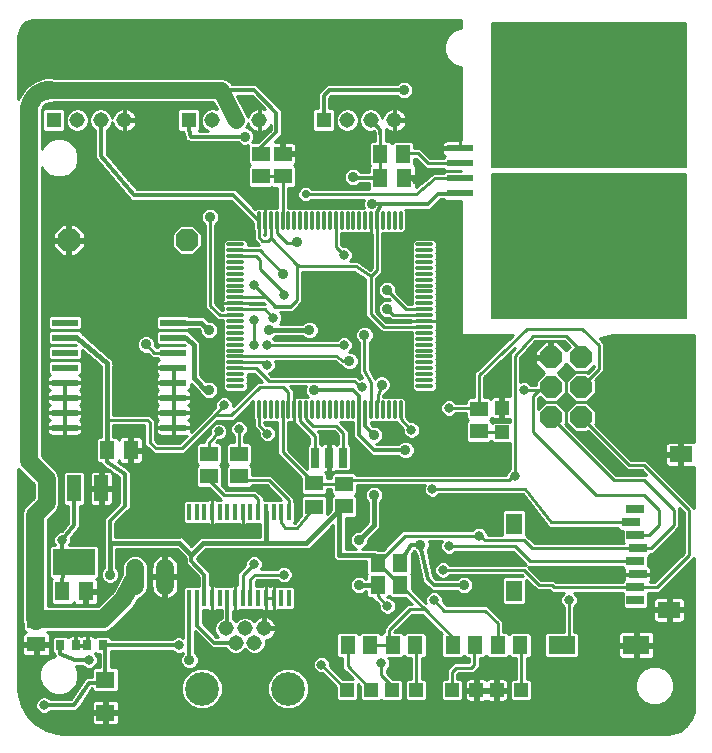
<source format=gtl>
G75*
%MOIN*%
%OFA0B0*%
%FSLAX24Y24*%
%IPPOS*%
%LPD*%
%AMOC8*
5,1,8,0,0,1.08239X$1,22.5*
%
%ADD10C,0.0050*%
%ADD11R,0.0630X0.0512*%
%ADD12R,0.0512X0.0591*%
%ADD13R,0.0512X0.0630*%
%ADD14R,0.0866X0.0236*%
%ADD15C,0.0118*%
%ADD16R,0.0472X0.0472*%
%ADD17OC8,0.0760*%
%ADD18OC8,0.0740*%
%ADD19R,0.0137X0.0550*%
%ADD20R,0.0591X0.0512*%
%ADD21R,0.0480X0.0880*%
%ADD22R,0.1417X0.0866*%
%ADD23R,0.0551X0.0709*%
%ADD24R,0.0748X0.0551*%
%ADD25R,0.0591X0.0315*%
%ADD26R,0.0515X0.0515*%
%ADD27C,0.0515*%
%ADD28R,0.0276X0.0669*%
%ADD29C,0.3543*%
%ADD30R,0.0906X0.0630*%
%ADD31R,0.0870X0.0240*%
%ADD32C,0.0600*%
%ADD33R,0.0276X0.0354*%
%ADD34R,0.0630X0.0551*%
%ADD35C,0.1122*%
%ADD36C,0.0100*%
%ADD37C,0.0317*%
%ADD38C,0.0320*%
%ADD39R,0.0356X0.0356*%
%ADD40C,0.0356*%
%ADD41C,0.0120*%
%ADD42C,0.0160*%
%ADD43C,0.0591*%
%ADD44C,0.0560*%
%ADD45C,0.0157*%
%ADD46C,0.0150*%
%ADD47C,0.0277*%
D10*
X021275Y019386D02*
X021275Y024189D01*
X027749Y024189D01*
X027749Y019386D01*
X021275Y019386D01*
X021275Y019420D02*
X027749Y019420D01*
X027749Y019468D02*
X021275Y019468D01*
X021275Y019517D02*
X027749Y019517D01*
X027749Y019565D02*
X021275Y019565D01*
X021275Y019614D02*
X027749Y019614D01*
X027749Y019662D02*
X021275Y019662D01*
X021275Y019711D02*
X027749Y019711D01*
X027749Y019759D02*
X021275Y019759D01*
X021275Y019808D02*
X027749Y019808D01*
X027749Y019856D02*
X021275Y019856D01*
X021275Y019905D02*
X027749Y019905D01*
X027749Y019953D02*
X021275Y019953D01*
X021275Y020002D02*
X027749Y020002D01*
X027749Y020050D02*
X021275Y020050D01*
X021275Y020099D02*
X027749Y020099D01*
X027749Y020147D02*
X021275Y020147D01*
X021275Y020196D02*
X027749Y020196D01*
X027749Y020244D02*
X021275Y020244D01*
X021275Y020293D02*
X027749Y020293D01*
X027749Y020341D02*
X021275Y020341D01*
X021275Y020390D02*
X027749Y020390D01*
X027749Y020438D02*
X021275Y020438D01*
X021275Y020487D02*
X027749Y020487D01*
X027749Y020535D02*
X021275Y020535D01*
X021275Y020584D02*
X027749Y020584D01*
X027749Y020632D02*
X021275Y020632D01*
X021275Y020681D02*
X027749Y020681D01*
X027749Y020729D02*
X021275Y020729D01*
X021275Y020778D02*
X027749Y020778D01*
X027749Y020826D02*
X021275Y020826D01*
X021275Y020875D02*
X027749Y020875D01*
X027749Y020923D02*
X021275Y020923D01*
X021275Y020972D02*
X027749Y020972D01*
X027749Y021020D02*
X021275Y021020D01*
X021275Y021069D02*
X027749Y021069D01*
X027749Y021117D02*
X021275Y021117D01*
X021275Y021166D02*
X027749Y021166D01*
X027749Y021214D02*
X021275Y021214D01*
X021275Y021263D02*
X027749Y021263D01*
X027749Y021311D02*
X021275Y021311D01*
X021275Y021360D02*
X027749Y021360D01*
X027749Y021408D02*
X021275Y021408D01*
X021275Y021457D02*
X027749Y021457D01*
X027749Y021505D02*
X021275Y021505D01*
X021275Y021554D02*
X027749Y021554D01*
X027749Y021602D02*
X021275Y021602D01*
X021275Y021651D02*
X027749Y021651D01*
X027749Y021699D02*
X021275Y021699D01*
X021275Y021748D02*
X027749Y021748D01*
X027749Y021796D02*
X021275Y021796D01*
X021275Y021845D02*
X027749Y021845D01*
X027749Y021893D02*
X021275Y021893D01*
X021275Y021942D02*
X027749Y021942D01*
X027749Y021990D02*
X021275Y021990D01*
X021275Y022039D02*
X027749Y022039D01*
X027749Y022087D02*
X021275Y022087D01*
X021275Y022136D02*
X027749Y022136D01*
X027749Y022184D02*
X021275Y022184D01*
X021275Y022233D02*
X027749Y022233D01*
X027749Y022281D02*
X021275Y022281D01*
X021275Y022330D02*
X027749Y022330D01*
X027749Y022378D02*
X021275Y022378D01*
X021275Y022427D02*
X027749Y022427D01*
X027749Y022475D02*
X021275Y022475D01*
X021275Y022524D02*
X027749Y022524D01*
X027749Y022572D02*
X021275Y022572D01*
X021275Y022621D02*
X027749Y022621D01*
X027749Y022669D02*
X021275Y022669D01*
X021275Y022718D02*
X027749Y022718D01*
X027749Y022766D02*
X021275Y022766D01*
X021275Y022815D02*
X027749Y022815D01*
X027749Y022863D02*
X021275Y022863D01*
X021275Y022912D02*
X027749Y022912D01*
X027749Y022960D02*
X021275Y022960D01*
X021275Y023009D02*
X027749Y023009D01*
X027749Y023057D02*
X021275Y023057D01*
X021275Y023106D02*
X027749Y023106D01*
X027749Y023154D02*
X021275Y023154D01*
X021275Y023203D02*
X027749Y023203D01*
X027749Y023251D02*
X021275Y023251D01*
X021275Y023300D02*
X027749Y023300D01*
X027749Y023348D02*
X021275Y023348D01*
X021275Y023397D02*
X027749Y023397D01*
X027749Y023445D02*
X021275Y023445D01*
X021275Y023494D02*
X027749Y023494D01*
X027749Y023542D02*
X021275Y023542D01*
X021275Y023591D02*
X027749Y023591D01*
X027749Y023639D02*
X021275Y023639D01*
X021275Y023688D02*
X027749Y023688D01*
X027749Y023736D02*
X021275Y023736D01*
X021275Y023785D02*
X027749Y023785D01*
X027749Y023833D02*
X021275Y023833D01*
X021275Y023882D02*
X027749Y023882D01*
X027749Y023930D02*
X021275Y023930D01*
X021275Y023979D02*
X027749Y023979D01*
X027749Y024027D02*
X021275Y024027D01*
X021275Y024076D02*
X027749Y024076D01*
X027749Y024124D02*
X021275Y024124D01*
X021275Y024173D02*
X027749Y024173D01*
X027749Y024425D02*
X021275Y024425D01*
X021275Y029228D01*
X027749Y029228D01*
X027749Y024425D01*
X027749Y024464D02*
X021275Y024464D01*
X021275Y024512D02*
X027749Y024512D01*
X027749Y024561D02*
X021275Y024561D01*
X021275Y024609D02*
X027749Y024609D01*
X027749Y024658D02*
X021275Y024658D01*
X021275Y024706D02*
X027749Y024706D01*
X027749Y024755D02*
X021275Y024755D01*
X021275Y024803D02*
X027749Y024803D01*
X027749Y024852D02*
X021275Y024852D01*
X021275Y024900D02*
X027749Y024900D01*
X027749Y024949D02*
X021275Y024949D01*
X021275Y024997D02*
X027749Y024997D01*
X027749Y025046D02*
X021275Y025046D01*
X021275Y025094D02*
X027749Y025094D01*
X027749Y025143D02*
X021275Y025143D01*
X021275Y025191D02*
X027749Y025191D01*
X027749Y025240D02*
X021275Y025240D01*
X021275Y025288D02*
X027749Y025288D01*
X027749Y025337D02*
X021275Y025337D01*
X021275Y025385D02*
X027749Y025385D01*
X027749Y025434D02*
X021275Y025434D01*
X021275Y025482D02*
X027749Y025482D01*
X027749Y025531D02*
X021275Y025531D01*
X021275Y025579D02*
X027749Y025579D01*
X027749Y025628D02*
X021275Y025628D01*
X021275Y025676D02*
X027749Y025676D01*
X027749Y025725D02*
X021275Y025725D01*
X021275Y025773D02*
X027749Y025773D01*
X027749Y025822D02*
X021275Y025822D01*
X021275Y025870D02*
X027749Y025870D01*
X027749Y025919D02*
X021275Y025919D01*
X021275Y025967D02*
X027749Y025967D01*
X027749Y026016D02*
X021275Y026016D01*
X021275Y026064D02*
X027749Y026064D01*
X027749Y026113D02*
X021275Y026113D01*
X021275Y026161D02*
X027749Y026161D01*
X027749Y026210D02*
X021275Y026210D01*
X021275Y026258D02*
X027749Y026258D01*
X027749Y026307D02*
X021275Y026307D01*
X021275Y026355D02*
X027749Y026355D01*
X027749Y026404D02*
X021275Y026404D01*
X021275Y026452D02*
X027749Y026452D01*
X027749Y026501D02*
X021275Y026501D01*
X021275Y026549D02*
X027749Y026549D01*
X027749Y026598D02*
X021275Y026598D01*
X021275Y026646D02*
X027749Y026646D01*
X027749Y026695D02*
X021275Y026695D01*
X021275Y026743D02*
X027749Y026743D01*
X027749Y026792D02*
X021275Y026792D01*
X021275Y026840D02*
X027749Y026840D01*
X027749Y026889D02*
X021275Y026889D01*
X021275Y026937D02*
X027749Y026937D01*
X027749Y026986D02*
X021275Y026986D01*
X021275Y027034D02*
X027749Y027034D01*
X027749Y027083D02*
X021275Y027083D01*
X021275Y027131D02*
X027749Y027131D01*
X027749Y027180D02*
X021275Y027180D01*
X021275Y027228D02*
X027749Y027228D01*
X027749Y027277D02*
X021275Y027277D01*
X021275Y027325D02*
X027749Y027325D01*
X027749Y027374D02*
X021275Y027374D01*
X021275Y027422D02*
X027749Y027422D01*
X027749Y027471D02*
X021275Y027471D01*
X021275Y027519D02*
X027749Y027519D01*
X027749Y027568D02*
X021275Y027568D01*
X021275Y027616D02*
X027749Y027616D01*
X027749Y027665D02*
X021275Y027665D01*
X021275Y027713D02*
X027749Y027713D01*
X027749Y027762D02*
X021275Y027762D01*
X021275Y027810D02*
X027749Y027810D01*
X027749Y027859D02*
X021275Y027859D01*
X021275Y027907D02*
X027749Y027907D01*
X027749Y027956D02*
X021275Y027956D01*
X021275Y028004D02*
X027749Y028004D01*
X027749Y028053D02*
X021275Y028053D01*
X021275Y028101D02*
X027749Y028101D01*
X027749Y028150D02*
X021275Y028150D01*
X021275Y028198D02*
X027749Y028198D01*
X027749Y028247D02*
X021275Y028247D01*
X021275Y028295D02*
X027749Y028295D01*
X027749Y028344D02*
X021275Y028344D01*
X021275Y028392D02*
X027749Y028392D01*
X027749Y028441D02*
X021275Y028441D01*
X021275Y028489D02*
X027749Y028489D01*
X027749Y028538D02*
X021275Y028538D01*
X021275Y028586D02*
X027749Y028586D01*
X027749Y028635D02*
X021275Y028635D01*
X021275Y028683D02*
X027749Y028683D01*
X027749Y028732D02*
X021275Y028732D01*
X021275Y028780D02*
X027749Y028780D01*
X027749Y028829D02*
X021275Y028829D01*
X021275Y028877D02*
X027749Y028877D01*
X027749Y028926D02*
X021275Y028926D01*
X021275Y028974D02*
X027749Y028974D01*
X027749Y029023D02*
X021275Y029023D01*
X021275Y029071D02*
X027749Y029071D01*
X027749Y029120D02*
X021275Y029120D01*
X021275Y029168D02*
X027749Y029168D01*
X027749Y029217D02*
X021275Y029217D01*
D11*
X015333Y013894D03*
X015333Y013106D03*
X006081Y009315D03*
X006081Y008528D03*
D12*
X016459Y008500D03*
X017207Y008500D03*
X017959Y008500D03*
X018707Y008500D03*
X019959Y008500D03*
X020707Y008500D03*
X021459Y008500D03*
X022207Y008500D03*
X018207Y010500D03*
X017459Y010500D03*
X017459Y011250D03*
X018207Y011250D03*
X018294Y024870D03*
X017546Y024870D03*
D13*
X017550Y024083D03*
X018337Y024083D03*
X009227Y015000D03*
X008440Y015000D03*
X007723Y010287D03*
X006936Y010287D03*
D14*
X007022Y015750D03*
X007022Y016250D03*
X007022Y016750D03*
X007022Y017250D03*
X007022Y017750D03*
X007022Y018250D03*
X007022Y018750D03*
X007022Y019250D03*
X010644Y019250D03*
X010644Y018750D03*
X010644Y018250D03*
X010644Y017750D03*
X010644Y017250D03*
X010644Y016750D03*
X010644Y016250D03*
X010644Y015750D03*
D15*
X012475Y017138D02*
X012947Y017138D01*
X012947Y017335D02*
X012475Y017335D01*
X012475Y017531D02*
X012947Y017531D01*
X012947Y017728D02*
X012475Y017728D01*
X012475Y017925D02*
X012947Y017925D01*
X012947Y018122D02*
X012475Y018122D01*
X012475Y018319D02*
X012947Y018319D01*
X012947Y018516D02*
X012475Y018516D01*
X012475Y018713D02*
X012947Y018713D01*
X012947Y018909D02*
X012475Y018909D01*
X012475Y019106D02*
X012947Y019106D01*
X012947Y019303D02*
X012475Y019303D01*
X012475Y019500D02*
X012947Y019500D01*
X012947Y019697D02*
X012475Y019697D01*
X012475Y019894D02*
X012947Y019894D01*
X012947Y020091D02*
X012475Y020091D01*
X012475Y020287D02*
X012947Y020287D01*
X012947Y020484D02*
X012475Y020484D01*
X012475Y020681D02*
X012947Y020681D01*
X012947Y020878D02*
X012475Y020878D01*
X012475Y021075D02*
X012947Y021075D01*
X012947Y021272D02*
X012475Y021272D01*
X012475Y021469D02*
X012947Y021469D01*
X012947Y021665D02*
X012475Y021665D01*
X012475Y021862D02*
X012947Y021862D01*
X013499Y022414D02*
X013499Y022886D01*
X013696Y022886D02*
X013696Y022414D01*
X013892Y022414D02*
X013892Y022886D01*
X014089Y022886D02*
X014089Y022414D01*
X014286Y022414D02*
X014286Y022886D01*
X014483Y022886D02*
X014483Y022414D01*
X014680Y022414D02*
X014680Y022886D01*
X014877Y022886D02*
X014877Y022414D01*
X015073Y022414D02*
X015073Y022886D01*
X015270Y022886D02*
X015270Y022414D01*
X015467Y022414D02*
X015467Y022886D01*
X015664Y022886D02*
X015664Y022414D01*
X015861Y022414D02*
X015861Y022886D01*
X016058Y022886D02*
X016058Y022414D01*
X016255Y022414D02*
X016255Y022886D01*
X016451Y022886D02*
X016451Y022414D01*
X016648Y022414D02*
X016648Y022886D01*
X016845Y022886D02*
X016845Y022414D01*
X017042Y022414D02*
X017042Y022886D01*
X017239Y022886D02*
X017239Y022414D01*
X017436Y022414D02*
X017436Y022886D01*
X017633Y022886D02*
X017633Y022414D01*
X017829Y022414D02*
X017829Y022886D01*
X018026Y022886D02*
X018026Y022414D01*
X018223Y022414D02*
X018223Y022886D01*
X018774Y021862D02*
X019246Y021862D01*
X019246Y021665D02*
X018774Y021665D01*
X018774Y021469D02*
X019246Y021469D01*
X019246Y021272D02*
X018774Y021272D01*
X018774Y021075D02*
X019246Y021075D01*
X019246Y020878D02*
X018774Y020878D01*
X018774Y020681D02*
X019246Y020681D01*
X019246Y020484D02*
X018774Y020484D01*
X018774Y020287D02*
X019246Y020287D01*
X019246Y020091D02*
X018774Y020091D01*
X018774Y019894D02*
X019246Y019894D01*
X019246Y019697D02*
X018774Y019697D01*
X018774Y019500D02*
X019246Y019500D01*
X019246Y019303D02*
X018774Y019303D01*
X018774Y019106D02*
X019246Y019106D01*
X019246Y018909D02*
X018774Y018909D01*
X018774Y018713D02*
X019246Y018713D01*
X019246Y018516D02*
X018774Y018516D01*
X018774Y018319D02*
X019246Y018319D01*
X019246Y018122D02*
X018774Y018122D01*
X018774Y017925D02*
X019246Y017925D01*
X019246Y017728D02*
X018774Y017728D01*
X018774Y017531D02*
X019246Y017531D01*
X019246Y017335D02*
X018774Y017335D01*
X018774Y017138D02*
X019246Y017138D01*
X018223Y016586D02*
X018223Y016114D01*
X018026Y016114D02*
X018026Y016586D01*
X017829Y016586D02*
X017829Y016114D01*
X017633Y016114D02*
X017633Y016586D01*
X017436Y016586D02*
X017436Y016114D01*
X017239Y016114D02*
X017239Y016586D01*
X017042Y016586D02*
X017042Y016114D01*
X016845Y016114D02*
X016845Y016586D01*
X016648Y016586D02*
X016648Y016114D01*
X016451Y016114D02*
X016451Y016586D01*
X016255Y016586D02*
X016255Y016114D01*
X016058Y016114D02*
X016058Y016586D01*
X015861Y016586D02*
X015861Y016114D01*
X015664Y016114D02*
X015664Y016586D01*
X015467Y016586D02*
X015467Y016114D01*
X015270Y016114D02*
X015270Y016586D01*
X015073Y016586D02*
X015073Y016114D01*
X014877Y016114D02*
X014877Y016586D01*
X014680Y016586D02*
X014680Y016114D01*
X014483Y016114D02*
X014483Y016586D01*
X014286Y016586D02*
X014286Y016114D01*
X014089Y016114D02*
X014089Y016586D01*
X013892Y016586D02*
X013892Y016114D01*
X013696Y016114D02*
X013696Y016586D01*
X013499Y016586D02*
X013499Y016114D01*
D16*
X021597Y016413D03*
X021597Y015587D03*
X021420Y007000D03*
X020747Y007000D03*
X019920Y007000D03*
X018747Y007000D03*
X017920Y007000D03*
X017247Y007000D03*
X016420Y007000D03*
X022247Y007000D03*
D17*
X011093Y022000D03*
X007156Y022000D03*
D18*
X023233Y018100D03*
X024233Y018100D03*
X024233Y017100D03*
X023233Y017100D03*
X023233Y016100D03*
X024233Y016100D03*
D19*
X014497Y012939D03*
X014241Y012939D03*
X013985Y012939D03*
X013729Y012939D03*
X013473Y012939D03*
X013217Y012939D03*
X012961Y012939D03*
X012705Y012939D03*
X012449Y012939D03*
X012194Y012939D03*
X011938Y012939D03*
X011682Y012939D03*
X011426Y012939D03*
X011170Y012939D03*
X011170Y010061D03*
X011426Y010061D03*
X011682Y010061D03*
X011938Y010061D03*
X012194Y010061D03*
X012449Y010061D03*
X012705Y010061D03*
X012961Y010061D03*
X013217Y010061D03*
X013473Y010061D03*
X013729Y010061D03*
X013985Y010061D03*
X014241Y010061D03*
X014497Y010061D03*
D20*
X016333Y013126D03*
X016333Y013874D03*
X012833Y014126D03*
X011833Y014126D03*
X011833Y014874D03*
X012833Y014874D03*
X020833Y015626D03*
X020833Y016374D03*
X014295Y024126D03*
X013552Y024126D03*
X013552Y024874D03*
X014295Y024874D03*
D21*
X008243Y013720D03*
X007333Y013720D03*
X006423Y013720D03*
D22*
X007333Y011280D03*
D23*
X021991Y010307D03*
X021991Y012551D03*
D24*
X027168Y009677D03*
X027562Y014854D03*
D25*
X026046Y013020D03*
X025888Y012587D03*
X026046Y012154D03*
X026125Y011720D03*
X026046Y011287D03*
X026125Y010854D03*
X026046Y010421D03*
X026046Y009988D03*
D26*
X015652Y026000D03*
X011152Y026000D03*
X006652Y026000D03*
D27*
X007440Y026000D03*
X008227Y026000D03*
X009014Y026000D03*
X011940Y026000D03*
X012727Y026000D03*
X013514Y026000D03*
X016440Y026000D03*
X017227Y026000D03*
X018014Y026000D03*
X013663Y009058D03*
X013348Y008585D03*
X013033Y009058D03*
X012718Y008585D03*
X012403Y009058D03*
D28*
X015361Y014750D03*
X015833Y014750D03*
X016306Y014750D03*
D29*
X024231Y021354D03*
X024231Y027260D03*
D30*
X023593Y008500D03*
X026073Y008500D03*
D31*
X022257Y023553D03*
X022257Y024053D03*
X022257Y024553D03*
X022257Y025053D03*
X020197Y025053D03*
X020197Y024553D03*
X020197Y024053D03*
X020197Y023553D03*
D32*
X010367Y011071D02*
X010367Y010471D01*
X009367Y010471D02*
X009367Y011071D01*
D33*
X008289Y008500D03*
X007777Y008500D03*
X007389Y008500D03*
X006877Y008500D03*
D34*
X008383Y007351D03*
X008383Y006249D03*
D35*
X011596Y007050D03*
X014470Y007050D03*
D36*
X006156Y005796D02*
X027738Y005796D01*
X027750Y005804D02*
X027530Y005644D01*
X027273Y005561D01*
X027137Y005550D01*
X006949Y005550D01*
X006758Y005563D01*
X006388Y005662D01*
X006057Y005853D01*
X005786Y006123D01*
X005595Y006455D01*
X005496Y006824D01*
X005483Y007016D01*
X005483Y014375D01*
X005999Y013859D01*
X005999Y013416D01*
X005674Y013090D01*
X005609Y012934D01*
X005609Y009278D01*
X005637Y009211D01*
X005637Y009006D01*
X005712Y008930D01*
X005734Y008930D01*
X005708Y008923D01*
X005674Y008903D01*
X005646Y008876D01*
X005626Y008841D01*
X005616Y008803D01*
X005616Y008578D01*
X006031Y008578D01*
X006031Y008478D01*
X006131Y008478D01*
X006131Y008578D01*
X006546Y008578D01*
X006546Y008803D01*
X006535Y008841D01*
X006516Y008876D01*
X006488Y008903D01*
X006453Y008923D01*
X006427Y008930D01*
X006449Y008930D01*
X006457Y008938D01*
X008386Y008938D01*
X008542Y009003D01*
X009252Y009713D01*
X009301Y009752D01*
X009311Y009772D01*
X009327Y009787D01*
X009351Y009846D01*
X009458Y010045D01*
X009610Y010108D01*
X009731Y010228D01*
X009796Y010386D01*
X009796Y010797D01*
X009798Y010813D01*
X009796Y010818D01*
X009796Y011157D01*
X009731Y011314D01*
X009610Y011435D01*
X009452Y011500D01*
X009282Y011500D01*
X009124Y011435D01*
X009004Y011314D01*
X008938Y011157D01*
X008938Y010869D01*
X008623Y010283D01*
X008126Y009786D01*
X006457Y009786D01*
X006457Y012674D01*
X006664Y012881D01*
X006783Y013000D01*
X006847Y013156D01*
X006847Y014119D01*
X006783Y014275D01*
X006664Y014394D01*
X006257Y014801D01*
X006257Y024428D01*
X006282Y024368D01*
X006465Y024185D01*
X006704Y024086D01*
X006963Y024086D01*
X007202Y024185D01*
X007384Y024368D01*
X007483Y024607D01*
X007483Y024866D01*
X007384Y025104D01*
X007202Y025287D01*
X006963Y025386D01*
X006704Y025386D01*
X006465Y025287D01*
X006282Y025104D01*
X006257Y025044D01*
X006257Y026293D01*
X006261Y026337D01*
X006288Y026421D01*
X006340Y026493D01*
X006412Y026545D01*
X006496Y026572D01*
X006540Y026576D01*
X006625Y026576D01*
X006662Y026591D01*
X011974Y026591D01*
X012093Y026355D01*
X012016Y026386D01*
X011863Y026386D01*
X011721Y026327D01*
X011612Y026219D01*
X011553Y026077D01*
X011553Y025923D01*
X011612Y025781D01*
X011721Y025673D01*
X011803Y025639D01*
X011488Y025639D01*
X011538Y025689D01*
X011538Y026311D01*
X011463Y026386D01*
X010841Y026386D01*
X010766Y026311D01*
X010766Y025689D01*
X010841Y025614D01*
X010963Y025614D01*
X010963Y025603D01*
X010988Y025578D01*
X011045Y025418D01*
X011045Y025372D01*
X011069Y025347D01*
X011081Y025314D01*
X011123Y025294D01*
X011155Y025261D01*
X011190Y025261D01*
X011222Y025246D01*
X011265Y025261D01*
X012788Y025261D01*
X012860Y025190D01*
X012972Y025143D01*
X013094Y025143D01*
X013128Y025157D01*
X013128Y024565D01*
X013193Y024500D01*
X013128Y024435D01*
X013128Y023817D01*
X013204Y023741D01*
X013901Y023741D01*
X013923Y023764D01*
X013946Y023741D01*
X014107Y023741D01*
X014107Y023074D01*
X014011Y023074D01*
X013991Y023053D01*
X013970Y023074D01*
X013815Y023074D01*
X013805Y023064D01*
X013776Y023081D01*
X013723Y023095D01*
X013696Y023095D01*
X013696Y022650D01*
X013696Y022650D01*
X013696Y023095D01*
X013668Y023095D01*
X013615Y023081D01*
X013586Y023064D01*
X013576Y023074D01*
X013421Y023074D01*
X013381Y023034D01*
X012726Y023689D01*
X009421Y023689D01*
X008422Y024870D01*
X008418Y025661D01*
X008446Y025673D01*
X008554Y025781D01*
X008613Y025923D01*
X008613Y025928D01*
X008617Y025905D01*
X008637Y025844D01*
X008666Y025786D01*
X008704Y025735D01*
X008749Y025689D01*
X008801Y025651D01*
X008858Y025622D01*
X008919Y025603D01*
X008982Y025593D01*
X008986Y025593D01*
X008986Y025971D01*
X009043Y025971D01*
X009043Y025593D01*
X009047Y025593D01*
X009110Y025603D01*
X009171Y025622D01*
X009228Y025651D01*
X009280Y025689D01*
X009325Y025735D01*
X009363Y025786D01*
X009392Y025844D01*
X009412Y025905D01*
X009422Y025968D01*
X009422Y025971D01*
X009043Y025971D01*
X009043Y026029D01*
X008986Y026029D01*
X008986Y026407D01*
X008982Y026407D01*
X008919Y026397D01*
X008858Y026378D01*
X008801Y026349D01*
X008749Y026311D01*
X008704Y026265D01*
X008666Y026214D01*
X008637Y026156D01*
X008617Y026095D01*
X008613Y026072D01*
X008613Y026077D01*
X008554Y026219D01*
X008446Y026327D01*
X008304Y026386D01*
X008150Y026386D01*
X008008Y026327D01*
X007900Y026219D01*
X007841Y026077D01*
X007841Y025923D01*
X007900Y025781D01*
X008008Y025673D01*
X008040Y025659D01*
X008045Y024807D01*
X008039Y024738D01*
X008045Y024730D01*
X008045Y024721D01*
X008095Y024672D01*
X009145Y023431D01*
X009145Y023422D01*
X009194Y023372D01*
X009240Y023318D01*
X009249Y023318D01*
X009255Y023311D01*
X009325Y023311D01*
X009396Y023305D01*
X009402Y023311D01*
X012570Y023311D01*
X013311Y022570D01*
X013311Y022336D01*
X013320Y022327D01*
X013320Y022013D01*
X013422Y021910D01*
X013488Y021844D01*
X013135Y021844D01*
X013135Y021940D01*
X013025Y022050D01*
X012397Y022050D01*
X012287Y021940D01*
X012287Y021784D01*
X012308Y021764D01*
X012287Y021743D01*
X012287Y021588D01*
X012308Y021567D01*
X012287Y021546D01*
X012287Y021391D01*
X012308Y021370D01*
X012287Y021349D01*
X012287Y021194D01*
X012308Y021173D01*
X012287Y021153D01*
X012287Y020997D01*
X012308Y020976D01*
X012287Y020956D01*
X012287Y020800D01*
X012308Y020780D01*
X012287Y020759D01*
X012287Y020603D01*
X012308Y020583D01*
X012287Y020562D01*
X012287Y020406D01*
X012308Y020386D01*
X012287Y020365D01*
X012287Y020210D01*
X012308Y020189D01*
X012287Y020168D01*
X012287Y020013D01*
X012297Y020003D01*
X012280Y019974D01*
X012266Y019921D01*
X012266Y019894D01*
X012711Y019894D01*
X012711Y019894D01*
X012266Y019894D01*
X012266Y019866D01*
X012280Y019813D01*
X012297Y019784D01*
X012287Y019775D01*
X012287Y019683D01*
X012258Y019683D01*
X012048Y019893D01*
X012048Y022516D01*
X012129Y022598D01*
X012176Y022711D01*
X012176Y022833D01*
X012129Y022945D01*
X012043Y023032D01*
X011930Y023079D01*
X011808Y023079D01*
X011695Y023032D01*
X011609Y022945D01*
X011562Y022833D01*
X011562Y022711D01*
X011609Y022598D01*
X011690Y022516D01*
X011690Y019745D01*
X011795Y019640D01*
X012110Y019325D01*
X012287Y019325D01*
X012287Y019225D01*
X012308Y019205D01*
X012287Y019184D01*
X012287Y019029D01*
X012308Y019008D01*
X012287Y018987D01*
X012287Y018832D01*
X012308Y018811D01*
X012287Y018790D01*
X012287Y018635D01*
X012308Y018614D01*
X012287Y018594D01*
X012287Y018438D01*
X012308Y018417D01*
X012287Y018397D01*
X012287Y018241D01*
X012308Y018220D01*
X012287Y018200D01*
X012287Y018044D01*
X012308Y018024D01*
X012287Y018003D01*
X012287Y017847D01*
X012308Y017827D01*
X012287Y017806D01*
X012287Y017651D01*
X012308Y017630D01*
X012287Y017609D01*
X012287Y017454D01*
X012308Y017433D01*
X012287Y017412D01*
X012287Y017257D01*
X012308Y017236D01*
X012287Y017216D01*
X012287Y017060D01*
X012397Y016950D01*
X013025Y016950D01*
X013135Y017060D01*
X013135Y017216D01*
X013115Y017236D01*
X013135Y017257D01*
X013135Y017412D01*
X013115Y017433D01*
X013135Y017454D01*
X013135Y017550D01*
X013331Y017550D01*
X013599Y017281D01*
X013448Y017281D01*
X012620Y016453D01*
X012620Y016557D01*
X012577Y016663D01*
X012496Y016743D01*
X012390Y016787D01*
X012276Y016787D01*
X012171Y016743D01*
X012090Y016663D01*
X012046Y016557D01*
X012046Y016447D01*
X011896Y016280D01*
X011227Y015611D01*
X011227Y015612D01*
X011227Y015741D01*
X010653Y015741D01*
X010653Y015482D01*
X011097Y015482D01*
X011098Y015482D01*
X010850Y015234D01*
X010132Y015234D01*
X010040Y015326D01*
X010040Y015995D01*
X009935Y016100D01*
X009935Y016100D01*
X009856Y016179D01*
X008647Y016179D01*
X008647Y017817D01*
X008653Y017825D01*
X008647Y017902D01*
X008647Y017980D01*
X008640Y017986D01*
X008640Y017996D01*
X008580Y018046D01*
X008526Y018101D01*
X008516Y018101D01*
X007584Y018894D01*
X007584Y018921D01*
X007509Y018997D01*
X006536Y018997D01*
X006460Y018921D01*
X006460Y018579D01*
X006536Y018503D01*
X007403Y018503D01*
X007411Y018497D01*
X006536Y018497D01*
X006460Y018421D01*
X006460Y018079D01*
X006536Y018003D01*
X007509Y018003D01*
X007584Y018079D01*
X007584Y018349D01*
X008232Y017798D01*
X008232Y015444D01*
X008130Y015444D01*
X008055Y015368D01*
X008055Y014632D01*
X008130Y014556D01*
X008244Y014556D01*
X008243Y014525D01*
X008259Y014509D01*
X008264Y014486D01*
X008312Y014454D01*
X008352Y014413D01*
X008375Y014412D01*
X008558Y014290D01*
X008541Y014300D01*
X008503Y014310D01*
X008293Y014310D01*
X008293Y013770D01*
X008193Y013770D01*
X008193Y013670D01*
X007853Y013670D01*
X007853Y013260D01*
X007864Y013222D01*
X007883Y013188D01*
X007911Y013160D01*
X007945Y013140D01*
X007984Y013130D01*
X008193Y013130D01*
X008193Y013670D01*
X008293Y013670D01*
X008293Y013130D01*
X008503Y013130D01*
X008541Y013140D01*
X008575Y013160D01*
X008603Y013188D01*
X008623Y013222D01*
X008633Y013260D01*
X008633Y013670D01*
X008293Y013670D01*
X008293Y013770D01*
X008633Y013770D01*
X008633Y014180D01*
X008623Y014218D01*
X008603Y014252D01*
X008580Y014275D01*
X008845Y014099D01*
X008845Y013228D01*
X008338Y012721D01*
X008338Y012010D01*
X008319Y011991D01*
X008319Y011820D01*
X008325Y011814D01*
X008325Y011075D01*
X008273Y011024D01*
X008226Y010911D01*
X008226Y010789D01*
X008273Y010676D01*
X008360Y010590D01*
X008472Y010543D01*
X008594Y010543D01*
X008707Y010590D01*
X008793Y010676D01*
X008840Y010789D01*
X008840Y010911D01*
X008793Y011024D01*
X008742Y011075D01*
X008742Y011698D01*
X010367Y011698D01*
X010369Y011697D01*
X010453Y011698D01*
X010537Y011698D01*
X010539Y011699D01*
X010761Y011703D01*
X011038Y011426D01*
X011038Y011426D01*
X011056Y011407D01*
X011056Y011210D01*
X011493Y010773D01*
X011493Y010464D01*
X011304Y010464D01*
X011298Y010458D01*
X011292Y010464D01*
X011048Y010464D01*
X010973Y010389D01*
X010973Y009732D01*
X010981Y009724D01*
X010981Y008750D01*
X010890Y008787D01*
X010776Y008787D01*
X010671Y008743D01*
X010616Y008689D01*
X008556Y008689D01*
X008556Y008730D01*
X008480Y008806D01*
X008098Y008806D01*
X008045Y008753D01*
X008035Y008769D01*
X008007Y008797D01*
X007973Y008817D01*
X007935Y008827D01*
X007796Y008827D01*
X007796Y008519D01*
X007759Y008519D01*
X007759Y008827D01*
X007620Y008827D01*
X007583Y008817D01*
X007547Y008827D01*
X007408Y008827D01*
X007408Y008519D01*
X007370Y008519D01*
X007370Y008827D01*
X007232Y008827D01*
X007194Y008817D01*
X007159Y008797D01*
X007131Y008769D01*
X007122Y008753D01*
X007069Y008806D01*
X006686Y008806D01*
X006611Y008730D01*
X006611Y008270D01*
X006680Y008200D01*
X006679Y008198D01*
X006695Y008159D01*
X006696Y008147D01*
X006465Y008051D01*
X006282Y007868D01*
X006183Y007629D01*
X006183Y007371D01*
X006282Y007132D01*
X006465Y006949D01*
X006704Y006850D01*
X006963Y006850D01*
X007202Y006949D01*
X007384Y007132D01*
X007483Y007371D01*
X007483Y007629D01*
X007410Y007806D01*
X007422Y007811D01*
X007616Y007811D01*
X007671Y007757D01*
X007776Y007713D01*
X007890Y007713D01*
X007996Y007757D01*
X008077Y007837D01*
X008120Y007943D01*
X008120Y008057D01*
X008077Y008163D01*
X008022Y008217D01*
X008035Y008231D01*
X008045Y008247D01*
X008098Y008194D01*
X008195Y008194D01*
X008195Y007756D01*
X008015Y007756D01*
X007940Y007680D01*
X007940Y007439D01*
X007890Y007439D01*
X007873Y007450D01*
X007815Y007439D01*
X007755Y007439D01*
X007740Y007424D01*
X007720Y007420D01*
X007687Y007370D01*
X007645Y007328D01*
X007645Y007307D01*
X007232Y006689D01*
X006551Y006689D01*
X006496Y006743D01*
X006390Y006787D01*
X006276Y006787D01*
X006171Y006743D01*
X006090Y006663D01*
X006046Y006557D01*
X006046Y006443D01*
X006090Y006337D01*
X006171Y006257D01*
X006276Y006213D01*
X006390Y006213D01*
X006496Y006257D01*
X006551Y006311D01*
X007276Y006311D01*
X007294Y006300D01*
X007352Y006311D01*
X007412Y006311D01*
X007426Y006326D01*
X007447Y006330D01*
X007480Y006380D01*
X007522Y006422D01*
X007522Y006443D01*
X007934Y007061D01*
X007940Y007061D01*
X007940Y007022D01*
X008015Y006947D01*
X008752Y006947D01*
X008827Y007022D01*
X008827Y007680D01*
X008752Y007756D01*
X008572Y007756D01*
X008572Y008311D01*
X010616Y008311D01*
X010671Y008257D01*
X010776Y008213D01*
X010890Y008213D01*
X010981Y008250D01*
X010981Y008233D01*
X010976Y008227D01*
X010923Y008174D01*
X010876Y008061D01*
X008572Y008061D01*
X008572Y007963D02*
X010876Y007963D01*
X010876Y007939D02*
X010923Y007826D01*
X011010Y007740D01*
X011122Y007693D01*
X011244Y007693D01*
X011357Y007740D01*
X011443Y007826D01*
X011490Y007939D01*
X011490Y008061D01*
X015386Y008061D01*
X015420Y008095D02*
X015339Y008014D01*
X015295Y007907D01*
X015295Y007793D01*
X015339Y007686D01*
X015420Y007605D01*
X015526Y007561D01*
X015606Y007561D01*
X016055Y007112D01*
X016055Y006710D01*
X016130Y006635D01*
X016709Y006635D01*
X016785Y006710D01*
X016785Y007209D01*
X016882Y007112D01*
X016882Y006710D01*
X016957Y006635D01*
X017536Y006635D01*
X017583Y006682D01*
X017583Y006682D01*
X017630Y006635D01*
X018209Y006635D01*
X018285Y006710D01*
X018285Y007290D01*
X018209Y007365D01*
X017958Y007365D01*
X017762Y007561D01*
X017762Y007670D01*
X017828Y007736D01*
X017872Y007843D01*
X017872Y007957D01*
X017828Y008064D01*
X017816Y008076D01*
X018269Y008076D01*
X018333Y008141D01*
X018398Y008076D01*
X018568Y008076D01*
X018568Y007365D01*
X018457Y007365D01*
X018382Y007290D01*
X018382Y006710D01*
X018457Y006635D01*
X019036Y006635D01*
X019112Y006710D01*
X019112Y007290D01*
X019036Y007365D01*
X018925Y007365D01*
X018925Y008076D01*
X019017Y008076D01*
X019092Y008151D01*
X019092Y008849D01*
X019017Y008924D01*
X018398Y008924D01*
X018333Y008859D01*
X018269Y008924D01*
X018012Y008924D01*
X018012Y008926D01*
X018594Y009508D01*
X018946Y009508D01*
X019590Y008864D01*
X019575Y008849D01*
X019092Y008849D01*
X019092Y008751D02*
X019575Y008751D01*
X019575Y008849D02*
X019575Y008151D01*
X019650Y008076D01*
X020269Y008076D01*
X020333Y008141D01*
X020398Y008076D01*
X020505Y008076D01*
X020505Y007929D01*
X020009Y007929D01*
X019905Y007824D01*
X019755Y007674D01*
X019755Y007365D01*
X019630Y007365D01*
X019555Y007290D01*
X019555Y006710D01*
X019630Y006635D01*
X020209Y006635D01*
X020285Y006710D01*
X020285Y007290D01*
X020209Y007365D01*
X020112Y007365D01*
X020112Y007526D01*
X020157Y007571D01*
X020657Y007571D01*
X020757Y007671D01*
X020862Y007776D01*
X020862Y008076D01*
X021017Y008076D01*
X021083Y008143D01*
X021150Y008076D01*
X021769Y008076D01*
X021833Y008141D01*
X021898Y008076D01*
X022068Y008076D01*
X022068Y007365D01*
X021957Y007365D01*
X021882Y007290D01*
X021882Y006710D01*
X021957Y006635D01*
X022536Y006635D01*
X022612Y006710D01*
X022612Y007290D01*
X022536Y007365D01*
X022425Y007365D01*
X022425Y008076D01*
X022517Y008076D01*
X022592Y008151D01*
X022592Y008849D01*
X022517Y008924D01*
X021898Y008924D01*
X021833Y008859D01*
X021769Y008924D01*
X021638Y008924D01*
X021638Y009298D01*
X021533Y009403D01*
X021107Y009829D01*
X019757Y009829D01*
X019622Y009964D01*
X019622Y010057D01*
X019578Y010164D01*
X019497Y010245D01*
X019391Y010289D01*
X019276Y010289D01*
X019170Y010245D01*
X019089Y010164D01*
X019045Y010057D01*
X019045Y009943D01*
X019064Y009896D01*
X018592Y010368D01*
X018592Y010849D01*
X018566Y010875D01*
X018592Y010901D01*
X018592Y011535D01*
X018656Y011644D01*
X018710Y011590D01*
X018750Y011573D01*
X018945Y010680D01*
X018945Y010622D01*
X018592Y010622D01*
X018592Y010524D02*
X019043Y010524D01*
X019014Y010552D02*
X019145Y010422D01*
X019255Y010311D01*
X020088Y010311D01*
X020160Y010240D01*
X020272Y010193D01*
X020394Y010193D01*
X020507Y010240D01*
X020593Y010326D01*
X020640Y010439D01*
X020640Y010561D01*
X020593Y010674D01*
X020507Y010760D01*
X020394Y010807D01*
X020272Y010807D01*
X020160Y010760D01*
X020088Y010689D01*
X019412Y010689D01*
X019306Y010794D01*
X019119Y011652D01*
X019143Y011676D01*
X019190Y011789D01*
X019190Y011911D01*
X019165Y011971D01*
X019596Y011971D01*
X019589Y011964D01*
X019545Y011857D01*
X019545Y011743D01*
X019589Y011636D01*
X019670Y011555D01*
X019776Y011511D01*
X019891Y011511D01*
X019997Y011555D01*
X020050Y011609D01*
X021972Y011609D01*
X022367Y011213D01*
X022402Y011179D01*
X019863Y011179D01*
X019797Y011245D01*
X019691Y011289D01*
X019576Y011289D01*
X019470Y011245D01*
X019389Y011164D01*
X019345Y011057D01*
X019345Y010943D01*
X019389Y010836D01*
X019470Y010755D01*
X019576Y010711D01*
X019691Y010711D01*
X019797Y010755D01*
X019863Y010821D01*
X022259Y010821D01*
X022290Y010790D01*
X021662Y010790D01*
X021586Y010715D01*
X021586Y009899D01*
X021662Y009824D01*
X022320Y009824D01*
X022395Y009899D01*
X022395Y010685D01*
X022655Y010426D01*
X022759Y010321D01*
X023181Y010321D01*
X023259Y010243D01*
X023668Y010243D01*
X023589Y010164D01*
X023545Y010057D01*
X023545Y009943D01*
X023589Y009836D01*
X023655Y009770D01*
X023655Y008944D01*
X023087Y008944D01*
X023012Y008868D01*
X023012Y008132D01*
X023087Y008056D01*
X024099Y008056D01*
X024175Y008132D01*
X024175Y008868D01*
X024099Y008944D01*
X024012Y008944D01*
X024012Y009770D01*
X024078Y009836D01*
X024122Y009943D01*
X024122Y010057D01*
X024078Y010164D01*
X023999Y010243D01*
X025622Y010243D01*
X025622Y010210D01*
X025628Y010205D01*
X025622Y010199D01*
X025622Y009777D01*
X025697Y009702D01*
X026395Y009702D01*
X026470Y009777D01*
X026470Y010199D01*
X026464Y010205D01*
X026470Y010210D01*
X026470Y010243D01*
X026829Y010243D01*
X028003Y011417D01*
X028003Y006416D01*
X027993Y006281D01*
X027909Y006023D01*
X027750Y005804D01*
X027815Y005894D02*
X008826Y005894D01*
X008818Y005881D02*
X008838Y005915D01*
X008848Y005953D01*
X008848Y006199D01*
X008433Y006199D01*
X008433Y005823D01*
X008718Y005823D01*
X008756Y005833D01*
X008790Y005853D01*
X008818Y005881D01*
X008848Y005993D02*
X027887Y005993D01*
X027931Y006091D02*
X008848Y006091D01*
X008848Y006190D02*
X027963Y006190D01*
X027993Y006288D02*
X008433Y006288D01*
X008433Y006299D02*
X008848Y006299D01*
X008848Y006544D01*
X008838Y006582D01*
X008818Y006617D01*
X008790Y006644D01*
X008756Y006664D01*
X008718Y006674D01*
X008433Y006674D01*
X008433Y006299D01*
X008333Y006299D01*
X008333Y006199D01*
X007918Y006199D01*
X007918Y005953D01*
X007929Y005915D01*
X007948Y005881D01*
X007976Y005853D01*
X008010Y005833D01*
X008049Y005823D01*
X008333Y005823D01*
X008333Y006199D01*
X008433Y006199D01*
X008433Y006299D01*
X008433Y006387D02*
X008333Y006387D01*
X008333Y006299D02*
X008333Y006674D01*
X008049Y006674D01*
X008010Y006664D01*
X007976Y006644D01*
X007948Y006617D01*
X007929Y006582D01*
X007918Y006544D01*
X007918Y006299D01*
X008333Y006299D01*
X008333Y006288D02*
X006527Y006288D01*
X006139Y006288D02*
X005691Y006288D01*
X005634Y006387D02*
X006070Y006387D01*
X006046Y006485D02*
X005587Y006485D01*
X005560Y006584D02*
X006057Y006584D01*
X006109Y006682D02*
X005534Y006682D01*
X005508Y006781D02*
X006260Y006781D01*
X006407Y006781D02*
X007293Y006781D01*
X007359Y006879D02*
X007033Y006879D01*
X007230Y006978D02*
X007425Y006978D01*
X007490Y007076D02*
X007329Y007076D01*
X007402Y007175D02*
X007556Y007175D01*
X007622Y007273D02*
X007443Y007273D01*
X007483Y007372D02*
X007687Y007372D01*
X007483Y007470D02*
X007940Y007470D01*
X007940Y007569D02*
X007483Y007569D01*
X007468Y007667D02*
X007940Y007667D01*
X008005Y007766D02*
X008195Y007766D01*
X008195Y007864D02*
X008088Y007864D01*
X008120Y007963D02*
X008195Y007963D01*
X008195Y008061D02*
X008119Y008061D01*
X008078Y008160D02*
X008195Y008160D01*
X008572Y008160D02*
X010917Y008160D01*
X010876Y008061D02*
X010876Y007939D01*
X010908Y007864D02*
X008572Y007864D01*
X008572Y007766D02*
X010984Y007766D01*
X011139Y007569D02*
X008827Y007569D01*
X008827Y007667D02*
X011283Y007667D01*
X011206Y007635D02*
X011012Y007441D01*
X010907Y007187D01*
X010907Y006913D01*
X011012Y006659D01*
X011206Y006465D01*
X011459Y006360D01*
X011734Y006360D01*
X011987Y006465D01*
X012181Y006659D01*
X012286Y006913D01*
X012286Y007187D01*
X012181Y007441D01*
X011987Y007635D01*
X011734Y007740D01*
X011459Y007740D01*
X011206Y007635D01*
X011383Y007766D02*
X015306Y007766D01*
X015295Y007864D02*
X011459Y007864D01*
X011490Y007963D02*
X015317Y007963D01*
X015420Y008095D02*
X015526Y008139D01*
X015641Y008139D01*
X015747Y008095D01*
X015828Y008014D01*
X015872Y007907D01*
X015872Y007801D01*
X016308Y007365D01*
X016629Y007365D01*
X016385Y007609D01*
X016281Y007713D01*
X016281Y008076D01*
X016150Y008076D01*
X016075Y008151D01*
X016075Y008849D01*
X014014Y008849D01*
X014012Y008844D02*
X014041Y008901D01*
X014061Y008962D01*
X014071Y009026D01*
X014071Y009029D01*
X013692Y009029D01*
X013692Y009087D01*
X013635Y009087D01*
X013635Y009465D01*
X013631Y009465D01*
X013568Y009455D01*
X013507Y009435D01*
X013450Y009406D01*
X013398Y009369D01*
X013352Y009323D01*
X013336Y009301D01*
X013252Y009385D01*
X013110Y009444D01*
X012957Y009444D01*
X012815Y009385D01*
X012718Y009289D01*
X012638Y009369D01*
X012638Y009636D01*
X012705Y009636D01*
X012705Y010061D01*
X012705Y010486D01*
X012617Y010486D01*
X012579Y010475D01*
X012560Y010464D01*
X012328Y010464D01*
X012322Y010458D01*
X012315Y010464D01*
X012083Y010464D01*
X012064Y010475D01*
X012026Y010486D01*
X011938Y010486D01*
X011938Y010061D01*
X011938Y010061D01*
X011938Y010486D01*
X011870Y010486D01*
X011870Y010930D01*
X011760Y011040D01*
X011434Y011367D01*
X011434Y011407D01*
X011452Y011426D01*
X011719Y011692D01*
X013641Y011688D01*
X013643Y011687D01*
X013919Y011687D01*
X013921Y011688D01*
X014765Y011686D01*
X014851Y011686D01*
X014937Y011686D01*
X015163Y011686D01*
X015285Y011808D01*
X015285Y011813D01*
X015975Y012503D01*
X015975Y011414D01*
X016097Y011291D01*
X017075Y011291D01*
X017075Y010901D01*
X017101Y010875D01*
X017075Y010849D01*
X017075Y010709D01*
X017059Y010709D01*
X017007Y010760D01*
X016894Y010807D01*
X016772Y010807D01*
X016660Y010760D01*
X016573Y010674D01*
X016526Y010561D01*
X016526Y010439D01*
X016573Y010326D01*
X016660Y010240D01*
X016772Y010193D01*
X016894Y010193D01*
X017007Y010240D01*
X017059Y010291D01*
X017075Y010291D01*
X017075Y010151D01*
X017150Y010076D01*
X017281Y010076D01*
X017281Y010050D01*
X017385Y009945D01*
X017385Y009945D01*
X017495Y009836D01*
X017495Y009743D01*
X017539Y009636D01*
X017620Y009555D01*
X017726Y009511D01*
X017841Y009511D01*
X017947Y009555D01*
X018028Y009636D01*
X018072Y009743D01*
X018072Y009857D01*
X018028Y009964D01*
X017947Y010045D01*
X017841Y010089D01*
X017781Y010089D01*
X017833Y010141D01*
X017898Y010076D01*
X018379Y010076D01*
X018589Y009866D01*
X018446Y009866D01*
X018342Y009761D01*
X017655Y009074D01*
X017655Y008924D01*
X017650Y008924D01*
X017583Y008857D01*
X017517Y008924D01*
X016898Y008924D01*
X016833Y008859D01*
X016769Y008924D01*
X016150Y008924D01*
X016075Y008849D01*
X016075Y008751D02*
X013932Y008751D01*
X013929Y008747D02*
X013974Y008792D01*
X014012Y008844D01*
X014056Y008948D02*
X017655Y008948D01*
X017655Y009046D02*
X013692Y009046D01*
X013692Y009087D02*
X014071Y009087D01*
X014071Y009090D01*
X014061Y009153D01*
X014041Y009214D01*
X014012Y009271D01*
X013974Y009323D01*
X013929Y009369D01*
X013877Y009406D01*
X013820Y009435D01*
X013759Y009455D01*
X013695Y009465D01*
X013692Y009465D01*
X013692Y009087D01*
X013692Y009145D02*
X013635Y009145D01*
X013635Y009243D02*
X013692Y009243D01*
X013692Y009342D02*
X013635Y009342D01*
X013635Y009440D02*
X013692Y009440D01*
X013806Y009440D02*
X018021Y009440D01*
X018119Y009539D02*
X017907Y009539D01*
X018028Y009637D02*
X018218Y009637D01*
X018316Y009736D02*
X018069Y009736D01*
X018072Y009834D02*
X018415Y009834D01*
X018522Y009933D02*
X018041Y009933D01*
X017961Y010031D02*
X018424Y010031D01*
X018520Y009687D02*
X019020Y009687D01*
X019959Y008748D01*
X019959Y008500D01*
X019575Y008455D02*
X019092Y008455D01*
X019092Y008357D02*
X019575Y008357D01*
X019575Y008258D02*
X019092Y008258D01*
X019092Y008160D02*
X019575Y008160D01*
X019575Y008554D02*
X019092Y008554D01*
X019092Y008652D02*
X019575Y008652D01*
X019507Y008948D02*
X018034Y008948D01*
X018132Y009046D02*
X019409Y009046D01*
X019310Y009145D02*
X018231Y009145D01*
X018329Y009243D02*
X019212Y009243D01*
X019113Y009342D02*
X018428Y009342D01*
X018526Y009440D02*
X019015Y009440D01*
X019020Y009687D02*
X018207Y010500D01*
X017459Y011250D01*
X018359Y012150D01*
X020833Y012150D01*
X021033Y012000D01*
X022333Y012000D01*
X022613Y011720D01*
X026125Y011720D01*
X026554Y011720D01*
X027333Y012500D01*
X027333Y013000D01*
X026333Y014000D01*
X025333Y014000D01*
X023233Y016100D01*
X022862Y016434D02*
X022812Y016434D01*
X022812Y016384D02*
X022812Y016726D01*
X022857Y016771D01*
X023027Y016601D01*
X023440Y016601D01*
X023732Y016893D01*
X023732Y017307D01*
X023454Y017585D01*
X023748Y017880D01*
X024027Y017601D01*
X024440Y017601D01*
X024655Y017816D01*
X024655Y017774D01*
X024460Y017579D01*
X024440Y017599D01*
X024027Y017599D01*
X023735Y017307D01*
X023735Y016893D01*
X024027Y016601D01*
X024440Y016601D01*
X024732Y016893D01*
X024732Y017307D01*
X024712Y017326D01*
X024907Y017521D01*
X024907Y017521D01*
X025012Y017626D01*
X025012Y018574D01*
X024907Y018679D01*
X024865Y018721D01*
X025294Y018850D01*
X028003Y018850D01*
X028003Y015264D01*
X027994Y015270D01*
X027955Y015280D01*
X027612Y015280D01*
X027612Y014904D01*
X027512Y014904D01*
X027512Y014804D01*
X027612Y014804D01*
X027612Y014429D01*
X027955Y014429D01*
X027994Y014439D01*
X028003Y014445D01*
X028003Y013083D01*
X027907Y013179D01*
X026407Y014679D01*
X025907Y014679D01*
X024712Y015874D01*
X024732Y015893D01*
X024732Y016307D01*
X024440Y016599D01*
X024027Y016599D01*
X023735Y016307D01*
X023735Y015893D01*
X024027Y015601D01*
X024440Y015601D01*
X024460Y015621D01*
X025655Y014426D01*
X025759Y014321D01*
X026259Y014321D01*
X026402Y014179D01*
X025407Y014179D01*
X023712Y015874D01*
X023732Y015893D01*
X023732Y016307D01*
X023440Y016599D01*
X023027Y016599D01*
X022812Y016384D01*
X022812Y016532D02*
X022960Y016532D01*
X022997Y016631D02*
X022812Y016631D01*
X022815Y016729D02*
X022899Y016729D01*
X022633Y016800D02*
X022833Y017000D01*
X022333Y017000D01*
X022212Y017262D02*
X022212Y018080D01*
X022712Y018621D01*
X023659Y018621D01*
X023854Y018426D01*
X023748Y018320D01*
X023449Y018620D01*
X023283Y018620D01*
X023283Y018150D01*
X023183Y018150D01*
X023183Y018050D01*
X022713Y018050D01*
X022713Y017885D01*
X023013Y017585D01*
X022735Y017307D01*
X022735Y017179D01*
X022563Y017179D01*
X022497Y017245D01*
X022391Y017289D01*
X022276Y017289D01*
X022212Y017262D01*
X022212Y017320D02*
X022748Y017320D01*
X022735Y017222D02*
X022520Y017222D01*
X022212Y017419D02*
X022847Y017419D01*
X022945Y017517D02*
X022212Y017517D01*
X022212Y017616D02*
X022982Y017616D01*
X022884Y017714D02*
X022212Y017714D01*
X022212Y017813D02*
X022785Y017813D01*
X022713Y017911D02*
X022212Y017911D01*
X022212Y018010D02*
X022713Y018010D01*
X022713Y018150D02*
X023183Y018150D01*
X023183Y018620D01*
X023018Y018620D01*
X022713Y018315D01*
X022713Y018150D01*
X022713Y018207D02*
X022329Y018207D01*
X022420Y018305D02*
X022713Y018305D01*
X022801Y018404D02*
X022511Y018404D01*
X022602Y018502D02*
X022900Y018502D01*
X022998Y018601D02*
X022692Y018601D01*
X022633Y018800D02*
X022033Y018150D01*
X022033Y014150D01*
X021983Y014150D01*
X021833Y014000D01*
X016459Y014000D01*
X016333Y013874D01*
X015353Y013874D01*
X015333Y013894D01*
X014286Y014941D01*
X014286Y016350D01*
X014483Y016350D02*
X014483Y016929D01*
X014310Y017102D01*
X013522Y017102D01*
X012577Y016157D01*
X012026Y016157D01*
X012333Y016500D01*
X012077Y016631D02*
X011227Y016631D01*
X011227Y016612D02*
X011227Y016741D01*
X010653Y016741D01*
X010653Y016259D01*
X010635Y016259D01*
X010635Y016241D01*
X010061Y016241D01*
X010061Y016112D01*
X010072Y016074D01*
X010091Y016040D01*
X010119Y016012D01*
X010140Y016000D01*
X010119Y015988D01*
X010091Y015960D01*
X010072Y015926D01*
X010061Y015888D01*
X010061Y015759D01*
X010635Y015759D01*
X010635Y015741D01*
X010061Y015741D01*
X010061Y015612D01*
X010072Y015574D01*
X010091Y015540D01*
X010119Y015512D01*
X010153Y015492D01*
X010192Y015482D01*
X010635Y015482D01*
X010635Y015741D01*
X010653Y015741D01*
X010653Y015759D01*
X010635Y015759D01*
X010635Y016241D01*
X010653Y016241D01*
X010653Y015982D01*
X010653Y015759D01*
X011227Y015759D01*
X011227Y015888D01*
X011217Y015926D01*
X011197Y015960D01*
X011170Y015988D01*
X011149Y016000D01*
X011170Y016012D01*
X011197Y016040D01*
X011217Y016074D01*
X011227Y016112D01*
X011227Y016241D01*
X010653Y016241D01*
X010653Y016259D01*
X011227Y016259D01*
X011227Y016388D01*
X011217Y016426D01*
X011197Y016460D01*
X011170Y016488D01*
X011149Y016500D01*
X011170Y016512D01*
X011197Y016540D01*
X011217Y016574D01*
X011227Y016612D01*
X011190Y016532D02*
X012046Y016532D01*
X012034Y016434D02*
X011213Y016434D01*
X011227Y016335D02*
X011945Y016335D01*
X011853Y016237D02*
X011227Y016237D01*
X011227Y016138D02*
X011754Y016138D01*
X011656Y016040D02*
X011197Y016040D01*
X011209Y015941D02*
X011557Y015941D01*
X011459Y015843D02*
X011227Y015843D01*
X011360Y015744D02*
X010653Y015744D01*
X010635Y015744D02*
X010040Y015744D01*
X010040Y015646D02*
X010061Y015646D01*
X010040Y015547D02*
X010087Y015547D01*
X010040Y015449D02*
X011065Y015449D01*
X010966Y015350D02*
X010040Y015350D01*
X010114Y015252D02*
X010868Y015252D01*
X010924Y015055D02*
X010058Y015055D01*
X009861Y015252D01*
X009861Y015921D01*
X009782Y016000D01*
X008440Y016000D01*
X008232Y016040D02*
X007575Y016040D01*
X007595Y016074D01*
X007605Y016112D01*
X007605Y016241D01*
X007031Y016241D01*
X007031Y015759D01*
X007013Y015759D01*
X007013Y015741D01*
X006439Y015741D01*
X006439Y015612D01*
X006449Y015574D01*
X006469Y015540D01*
X006497Y015512D01*
X006531Y015492D01*
X006569Y015482D01*
X007013Y015482D01*
X007013Y015741D01*
X007031Y015741D01*
X007031Y015482D01*
X007475Y015482D01*
X007513Y015492D01*
X007547Y015512D01*
X007575Y015540D01*
X007595Y015574D01*
X007605Y015612D01*
X007605Y015741D01*
X007031Y015741D01*
X007031Y015759D01*
X007605Y015759D01*
X007605Y015888D01*
X007595Y015926D01*
X007575Y015960D01*
X007547Y015988D01*
X007527Y016000D01*
X007547Y016012D01*
X007575Y016040D01*
X007586Y015941D02*
X008232Y015941D01*
X008232Y015843D02*
X007605Y015843D01*
X007605Y015646D02*
X008232Y015646D01*
X008232Y015744D02*
X007031Y015744D01*
X007013Y015744D02*
X006257Y015744D01*
X006257Y015646D02*
X006439Y015646D01*
X006465Y015547D02*
X006257Y015547D01*
X006257Y015449D02*
X008232Y015449D01*
X008232Y015547D02*
X007580Y015547D01*
X007031Y015547D02*
X007013Y015547D01*
X007013Y015646D02*
X007031Y015646D01*
X007013Y015759D02*
X006439Y015759D01*
X006439Y015888D01*
X006449Y015926D01*
X006469Y015960D01*
X006497Y015988D01*
X006518Y016000D01*
X006497Y016012D01*
X006469Y016040D01*
X006449Y016074D01*
X006439Y016112D01*
X006439Y016241D01*
X007013Y016241D01*
X007013Y016259D01*
X006439Y016259D01*
X006439Y016388D01*
X006449Y016426D01*
X006469Y016460D01*
X006497Y016488D01*
X006518Y016500D01*
X006497Y016512D01*
X006469Y016540D01*
X006449Y016574D01*
X006439Y016612D01*
X006439Y016741D01*
X007013Y016741D01*
X007013Y016759D01*
X006439Y016759D01*
X006439Y016888D01*
X006449Y016926D01*
X006469Y016960D01*
X006497Y016988D01*
X006518Y017000D01*
X006497Y017012D01*
X006469Y017040D01*
X006449Y017074D01*
X006439Y017112D01*
X006439Y017241D01*
X007013Y017241D01*
X007013Y017259D01*
X006439Y017259D01*
X006439Y017388D01*
X006449Y017426D01*
X006469Y017460D01*
X006497Y017488D01*
X006531Y017508D01*
X006460Y017579D01*
X006460Y017921D01*
X006536Y017997D01*
X007509Y017997D01*
X007584Y017921D01*
X007584Y017579D01*
X007513Y017508D01*
X007547Y017488D01*
X007575Y017460D01*
X007595Y017426D01*
X007605Y017388D01*
X007605Y017259D01*
X007031Y017259D01*
X007031Y017241D01*
X007031Y016982D01*
X007031Y016759D01*
X007013Y016759D01*
X007013Y017241D01*
X007031Y017241D01*
X007605Y017241D01*
X007605Y017112D01*
X007595Y017074D01*
X007575Y017040D01*
X007547Y017012D01*
X007527Y017000D01*
X007547Y016988D01*
X007575Y016960D01*
X007595Y016926D01*
X008232Y016926D01*
X008232Y016828D02*
X007605Y016828D01*
X007605Y016888D02*
X007595Y016926D01*
X007605Y016888D02*
X007605Y016759D01*
X007031Y016759D01*
X007031Y016741D01*
X007031Y016259D01*
X007013Y016259D01*
X007013Y016518D01*
X007013Y016741D01*
X007031Y016741D01*
X007605Y016741D01*
X007605Y016612D01*
X007595Y016574D01*
X007575Y016540D01*
X007547Y016512D01*
X007527Y016500D01*
X007547Y016488D01*
X007575Y016460D01*
X007595Y016426D01*
X007605Y016388D01*
X007605Y016259D01*
X007031Y016259D01*
X007031Y016241D01*
X007013Y016241D01*
X007013Y016018D01*
X007013Y015759D01*
X007013Y015843D02*
X007031Y015843D01*
X007031Y015941D02*
X007013Y015941D01*
X007013Y016040D02*
X007031Y016040D01*
X007031Y016138D02*
X007013Y016138D01*
X007013Y016237D02*
X007031Y016237D01*
X007031Y016335D02*
X007013Y016335D01*
X007013Y016434D02*
X007031Y016434D01*
X007031Y016532D02*
X007013Y016532D01*
X007013Y016631D02*
X007031Y016631D01*
X007031Y016729D02*
X007013Y016729D01*
X007013Y016828D02*
X007031Y016828D01*
X007031Y016926D02*
X007013Y016926D01*
X007013Y017025D02*
X007031Y017025D01*
X007031Y017123D02*
X007013Y017123D01*
X007013Y017222D02*
X007031Y017222D01*
X007560Y017025D02*
X008232Y017025D01*
X008232Y017123D02*
X007605Y017123D01*
X007605Y017222D02*
X008232Y017222D01*
X008232Y017320D02*
X007605Y017320D01*
X007597Y017419D02*
X008232Y017419D01*
X008232Y017517D02*
X007523Y017517D01*
X007584Y017616D02*
X008232Y017616D01*
X008232Y017714D02*
X007584Y017714D01*
X007584Y017813D02*
X008215Y017813D01*
X008099Y017911D02*
X007584Y017911D01*
X007515Y018010D02*
X007983Y018010D01*
X007868Y018108D02*
X007584Y018108D01*
X007584Y018207D02*
X007752Y018207D01*
X007636Y018305D02*
X007584Y018305D01*
X007405Y018502D02*
X006257Y018502D01*
X006257Y018404D02*
X006460Y018404D01*
X006460Y018305D02*
X006257Y018305D01*
X006257Y018207D02*
X006460Y018207D01*
X006460Y018108D02*
X006257Y018108D01*
X006257Y018010D02*
X006530Y018010D01*
X006460Y017911D02*
X006257Y017911D01*
X006257Y017813D02*
X006460Y017813D01*
X006460Y017714D02*
X006257Y017714D01*
X006257Y017616D02*
X006460Y017616D01*
X006522Y017517D02*
X006257Y017517D01*
X006257Y017419D02*
X006447Y017419D01*
X006439Y017320D02*
X006257Y017320D01*
X006257Y017222D02*
X006439Y017222D01*
X006439Y017123D02*
X006257Y017123D01*
X006257Y017025D02*
X006484Y017025D01*
X006449Y016926D02*
X006257Y016926D01*
X006257Y016828D02*
X006439Y016828D01*
X006439Y016729D02*
X006257Y016729D01*
X006257Y016631D02*
X006439Y016631D01*
X006477Y016532D02*
X006257Y016532D01*
X006257Y016434D02*
X006454Y016434D01*
X006439Y016335D02*
X006257Y016335D01*
X006257Y016237D02*
X006439Y016237D01*
X006439Y016138D02*
X006257Y016138D01*
X006257Y016040D02*
X006469Y016040D01*
X006458Y015941D02*
X006257Y015941D01*
X006257Y015843D02*
X006439Y015843D01*
X006257Y015350D02*
X008055Y015350D01*
X008055Y015252D02*
X006257Y015252D01*
X006257Y015153D02*
X008055Y015153D01*
X008055Y015055D02*
X006257Y015055D01*
X006257Y014956D02*
X008055Y014956D01*
X008055Y014858D02*
X006257Y014858D01*
X006299Y014759D02*
X008055Y014759D01*
X008055Y014661D02*
X006397Y014661D01*
X006496Y014562D02*
X008125Y014562D01*
X008298Y014464D02*
X006594Y014464D01*
X006693Y014365D02*
X008446Y014365D01*
X008589Y014267D02*
X008593Y014267D01*
X008633Y014168D02*
X008741Y014168D01*
X008845Y014070D02*
X008633Y014070D01*
X008633Y013971D02*
X008845Y013971D01*
X008845Y013873D02*
X008633Y013873D01*
X008633Y013774D02*
X008845Y013774D01*
X008845Y013676D02*
X008293Y013676D01*
X008293Y013774D02*
X008193Y013774D01*
X008193Y013770D02*
X008193Y014310D01*
X007984Y014310D01*
X007945Y014300D01*
X007911Y014280D01*
X007883Y014252D01*
X007864Y014218D01*
X007853Y014180D01*
X007853Y013770D01*
X008193Y013770D01*
X008193Y013676D02*
X007702Y013676D01*
X007702Y013774D02*
X007853Y013774D01*
X007853Y013873D02*
X007702Y013873D01*
X007702Y013971D02*
X007853Y013971D01*
X007853Y014070D02*
X007702Y014070D01*
X007702Y014168D02*
X007853Y014168D01*
X007898Y014267D02*
X007649Y014267D01*
X007627Y014289D02*
X007702Y014213D01*
X007702Y013227D01*
X007627Y013151D01*
X007522Y013151D01*
X007522Y012510D01*
X007530Y012443D01*
X007522Y012434D01*
X007522Y012422D01*
X007474Y012374D01*
X007220Y012057D01*
X007220Y011943D01*
X007179Y011842D01*
X008095Y011842D01*
X008171Y011766D01*
X008171Y010794D01*
X008095Y010718D01*
X008075Y010718D01*
X008099Y010694D01*
X008119Y010660D01*
X008129Y010622D01*
X008327Y010622D01*
X008255Y010721D02*
X008098Y010721D01*
X008129Y010622D02*
X008129Y010337D01*
X007773Y010337D01*
X007773Y010237D01*
X007773Y009822D01*
X007999Y009822D01*
X008037Y009833D01*
X008071Y009852D01*
X008099Y009880D01*
X008119Y009915D01*
X008129Y009953D01*
X008129Y010237D01*
X007773Y010237D01*
X007673Y010237D01*
X007673Y009822D01*
X007447Y009822D01*
X007409Y009833D01*
X007375Y009852D01*
X007347Y009880D01*
X007327Y009915D01*
X007320Y009941D01*
X007320Y009919D01*
X007245Y009844D01*
X006626Y009844D01*
X006551Y009919D01*
X006551Y010656D01*
X006613Y010718D01*
X006571Y010718D01*
X006496Y010794D01*
X006496Y011766D01*
X006571Y011842D01*
X006688Y011842D01*
X006646Y011943D01*
X006646Y012057D01*
X006690Y012163D01*
X006771Y012243D01*
X006876Y012287D01*
X006921Y012287D01*
X007145Y012566D01*
X007145Y013151D01*
X007040Y013151D01*
X006965Y013227D01*
X006965Y014213D01*
X007040Y014289D01*
X007627Y014289D01*
X007018Y014267D02*
X006786Y014267D01*
X006827Y014168D02*
X006965Y014168D01*
X006965Y014070D02*
X006847Y014070D01*
X006847Y013971D02*
X006965Y013971D01*
X006965Y013873D02*
X006847Y013873D01*
X006847Y013774D02*
X006965Y013774D01*
X006965Y013676D02*
X006847Y013676D01*
X006847Y013577D02*
X006965Y013577D01*
X006965Y013479D02*
X006847Y013479D01*
X006847Y013380D02*
X006965Y013380D01*
X006965Y013282D02*
X006847Y013282D01*
X006847Y013183D02*
X007008Y013183D01*
X007145Y013085D02*
X006818Y013085D01*
X006769Y012986D02*
X007145Y012986D01*
X007145Y012888D02*
X006670Y012888D01*
X006572Y012789D02*
X007145Y012789D01*
X007145Y012691D02*
X006473Y012691D01*
X006457Y012592D02*
X007145Y012592D01*
X007086Y012494D02*
X006457Y012494D01*
X006457Y012395D02*
X007008Y012395D01*
X006929Y012297D02*
X006457Y012297D01*
X006457Y012198D02*
X006725Y012198D01*
X006664Y012100D02*
X006457Y012100D01*
X006457Y012001D02*
X006646Y012001D01*
X006663Y011903D02*
X006457Y011903D01*
X006457Y011804D02*
X006534Y011804D01*
X006496Y011706D02*
X006457Y011706D01*
X006457Y011607D02*
X006496Y011607D01*
X006496Y011509D02*
X006457Y011509D01*
X006457Y011410D02*
X006496Y011410D01*
X006496Y011312D02*
X006457Y011312D01*
X006457Y011213D02*
X006496Y011213D01*
X006496Y011115D02*
X006457Y011115D01*
X006457Y011016D02*
X006496Y011016D01*
X006496Y010918D02*
X006457Y010918D01*
X006457Y010819D02*
X006496Y010819D01*
X006457Y010721D02*
X006569Y010721D01*
X006551Y010622D02*
X006457Y010622D01*
X006457Y010524D02*
X006551Y010524D01*
X006551Y010425D02*
X006457Y010425D01*
X006457Y010327D02*
X006551Y010327D01*
X006551Y010228D02*
X006457Y010228D01*
X006457Y010130D02*
X006551Y010130D01*
X006551Y010031D02*
X006457Y010031D01*
X006457Y009933D02*
X006551Y009933D01*
X006457Y009834D02*
X007407Y009834D01*
X007323Y009933D02*
X007320Y009933D01*
X007673Y009933D02*
X007773Y009933D01*
X007773Y010031D02*
X007673Y010031D01*
X007673Y010130D02*
X007773Y010130D01*
X007773Y010228D02*
X007673Y010228D01*
X007773Y010327D02*
X008647Y010327D01*
X008700Y010425D02*
X008129Y010425D01*
X008129Y010524D02*
X008752Y010524D01*
X008739Y010622D02*
X008805Y010622D01*
X008812Y010721D02*
X008858Y010721D01*
X008840Y010819D02*
X008911Y010819D01*
X008938Y010918D02*
X008838Y010918D01*
X008797Y011016D02*
X008938Y011016D01*
X008938Y011115D02*
X008742Y011115D01*
X008742Y011213D02*
X008962Y011213D01*
X009003Y011312D02*
X008742Y011312D01*
X008742Y011410D02*
X009100Y011410D01*
X008742Y011509D02*
X010257Y011509D01*
X010262Y011510D02*
X010194Y011488D01*
X010131Y011456D01*
X010074Y011414D01*
X010024Y011364D01*
X009982Y011307D01*
X009950Y011244D01*
X009928Y011177D01*
X009917Y011107D01*
X009917Y010821D01*
X010317Y010821D01*
X010317Y010721D01*
X010417Y010721D01*
X010417Y010024D01*
X010473Y010032D01*
X010540Y010054D01*
X010603Y010086D01*
X010660Y010128D01*
X010710Y010178D01*
X010752Y010235D01*
X010784Y010299D01*
X010806Y010366D01*
X010817Y010436D01*
X010817Y010721D01*
X010417Y010721D01*
X010417Y010821D01*
X010817Y010821D01*
X010817Y011107D01*
X010806Y011177D01*
X010784Y011244D01*
X010752Y011307D01*
X010710Y011364D01*
X010660Y011414D01*
X010603Y011456D01*
X010540Y011488D01*
X010473Y011510D01*
X010417Y011519D01*
X010417Y010821D01*
X010317Y010821D01*
X010317Y011519D01*
X010262Y011510D01*
X010317Y011509D02*
X010417Y011509D01*
X010478Y011509D02*
X010955Y011509D01*
X010856Y011607D02*
X008742Y011607D01*
X008325Y011607D02*
X008171Y011607D01*
X008171Y011509D02*
X008325Y011509D01*
X008325Y011410D02*
X008171Y011410D01*
X008171Y011312D02*
X008325Y011312D01*
X008325Y011213D02*
X008171Y011213D01*
X008171Y011115D02*
X008325Y011115D01*
X008270Y011016D02*
X008171Y011016D01*
X008171Y010918D02*
X008229Y010918D01*
X008226Y010819D02*
X008171Y010819D01*
X008129Y010228D02*
X008568Y010228D01*
X008469Y010130D02*
X008129Y010130D01*
X008129Y010031D02*
X008371Y010031D01*
X008272Y009933D02*
X008124Y009933D01*
X008174Y009834D02*
X008039Y009834D01*
X007773Y009834D02*
X007673Y009834D01*
X008585Y009046D02*
X010981Y009046D01*
X010981Y008948D02*
X008409Y008948D01*
X008536Y008751D02*
X010688Y008751D01*
X010979Y008751D02*
X010981Y008751D01*
X010981Y008849D02*
X006531Y008849D01*
X006546Y008751D02*
X006631Y008751D01*
X006611Y008652D02*
X006546Y008652D01*
X006611Y008554D02*
X006131Y008554D01*
X006131Y008478D02*
X006546Y008478D01*
X006546Y008252D01*
X006535Y008214D01*
X006516Y008180D01*
X006488Y008152D01*
X006453Y008132D01*
X006415Y008122D01*
X006131Y008122D01*
X006131Y008478D01*
X006131Y008455D02*
X006031Y008455D01*
X006031Y008478D02*
X006031Y008122D01*
X005746Y008122D01*
X005708Y008132D01*
X005674Y008152D01*
X005646Y008180D01*
X005626Y008214D01*
X005616Y008252D01*
X005616Y008478D01*
X006031Y008478D01*
X006031Y008554D02*
X005483Y008554D01*
X005483Y008652D02*
X005616Y008652D01*
X005616Y008751D02*
X005483Y008751D01*
X005483Y008849D02*
X005630Y008849D01*
X005695Y008948D02*
X005483Y008948D01*
X005483Y009046D02*
X005637Y009046D01*
X005637Y009145D02*
X005483Y009145D01*
X005483Y009243D02*
X005624Y009243D01*
X005609Y009342D02*
X005483Y009342D01*
X005483Y009440D02*
X005609Y009440D01*
X005609Y009539D02*
X005483Y009539D01*
X005483Y009637D02*
X005609Y009637D01*
X005609Y009736D02*
X005483Y009736D01*
X005483Y009834D02*
X005609Y009834D01*
X005609Y009933D02*
X005483Y009933D01*
X005483Y010031D02*
X005609Y010031D01*
X005609Y010130D02*
X005483Y010130D01*
X005483Y010228D02*
X005609Y010228D01*
X005609Y010327D02*
X005483Y010327D01*
X005483Y010425D02*
X005609Y010425D01*
X005609Y010524D02*
X005483Y010524D01*
X005483Y010622D02*
X005609Y010622D01*
X005609Y010721D02*
X005483Y010721D01*
X005483Y010819D02*
X005609Y010819D01*
X005609Y010918D02*
X005483Y010918D01*
X005483Y011016D02*
X005609Y011016D01*
X005609Y011115D02*
X005483Y011115D01*
X005483Y011213D02*
X005609Y011213D01*
X005609Y011312D02*
X005483Y011312D01*
X005483Y011410D02*
X005609Y011410D01*
X005609Y011509D02*
X005483Y011509D01*
X005483Y011607D02*
X005609Y011607D01*
X005609Y011706D02*
X005483Y011706D01*
X005483Y011804D02*
X005609Y011804D01*
X005609Y011903D02*
X005483Y011903D01*
X005483Y012001D02*
X005609Y012001D01*
X005609Y012100D02*
X005483Y012100D01*
X005483Y012198D02*
X005609Y012198D01*
X005609Y012297D02*
X005483Y012297D01*
X005483Y012395D02*
X005609Y012395D01*
X005609Y012494D02*
X005483Y012494D01*
X005483Y012592D02*
X005609Y012592D01*
X005609Y012691D02*
X005483Y012691D01*
X005483Y012789D02*
X005609Y012789D01*
X005609Y012888D02*
X005483Y012888D01*
X005483Y012986D02*
X005631Y012986D01*
X005672Y013085D02*
X005483Y013085D01*
X005483Y013183D02*
X005767Y013183D01*
X005865Y013282D02*
X005483Y013282D01*
X005483Y013380D02*
X005964Y013380D01*
X005999Y013479D02*
X005483Y013479D01*
X005483Y013577D02*
X005999Y013577D01*
X005999Y013676D02*
X005483Y013676D01*
X005483Y013774D02*
X005999Y013774D01*
X005986Y013873D02*
X005483Y013873D01*
X005483Y013971D02*
X005888Y013971D01*
X005789Y014070D02*
X005483Y014070D01*
X005483Y014168D02*
X005691Y014168D01*
X005592Y014267D02*
X005483Y014267D01*
X005483Y014365D02*
X005494Y014365D01*
X006333Y013630D02*
X006423Y013720D01*
X007522Y013085D02*
X008701Y013085D01*
X008799Y013183D02*
X008598Y013183D01*
X008633Y013282D02*
X008845Y013282D01*
X008845Y013380D02*
X008633Y013380D01*
X008633Y013479D02*
X008845Y013479D01*
X008845Y013577D02*
X008633Y013577D01*
X008293Y013577D02*
X008193Y013577D01*
X008193Y013479D02*
X008293Y013479D01*
X008293Y013380D02*
X008193Y013380D01*
X008193Y013282D02*
X008293Y013282D01*
X008293Y013183D02*
X008193Y013183D01*
X007888Y013183D02*
X007658Y013183D01*
X007702Y013282D02*
X007853Y013282D01*
X007853Y013380D02*
X007702Y013380D01*
X007702Y013479D02*
X007853Y013479D01*
X007853Y013577D02*
X007702Y013577D01*
X008193Y013873D02*
X008293Y013873D01*
X008293Y013971D02*
X008193Y013971D01*
X008193Y014070D02*
X008293Y014070D01*
X008293Y014168D02*
X008193Y014168D01*
X008193Y014267D02*
X008293Y014267D01*
X008785Y014592D02*
X008824Y014632D01*
X008824Y014654D01*
X008831Y014627D01*
X008851Y014593D01*
X008879Y014565D01*
X008913Y014545D01*
X008951Y014535D01*
X009177Y014535D01*
X009177Y014950D01*
X009277Y014950D01*
X009277Y014535D01*
X009503Y014535D01*
X009541Y014545D01*
X009575Y014565D01*
X009603Y014593D01*
X009623Y014627D01*
X009633Y014665D01*
X009633Y014950D01*
X009277Y014950D01*
X009277Y015050D01*
X009177Y015050D01*
X009177Y015465D01*
X008951Y015465D01*
X008913Y015455D01*
X008879Y015435D01*
X008851Y015407D01*
X008831Y015373D01*
X008824Y015346D01*
X008824Y015368D01*
X008749Y015444D01*
X008647Y015444D01*
X008647Y015821D01*
X009682Y015821D01*
X009682Y015178D01*
X009787Y015073D01*
X009984Y014876D01*
X010998Y014876D01*
X011103Y014981D01*
X012100Y015979D01*
X012651Y015979D01*
X012756Y016083D01*
X013311Y016638D01*
X013311Y016036D01*
X013320Y016027D01*
X013320Y015761D01*
X013493Y015587D01*
X013493Y015494D01*
X013537Y015388D01*
X013619Y015306D01*
X013725Y015262D01*
X013840Y015262D01*
X013946Y015306D01*
X014027Y015388D01*
X014071Y015494D01*
X014071Y015609D01*
X014027Y015715D01*
X013946Y015796D01*
X013840Y015840D01*
X013746Y015840D01*
X013677Y015909D01*
X013677Y015926D01*
X013773Y015926D01*
X013794Y015947D01*
X013815Y015926D01*
X013970Y015926D01*
X013991Y015947D01*
X014011Y015926D01*
X014107Y015926D01*
X014107Y014867D01*
X014212Y014762D01*
X014890Y014085D01*
X014890Y013584D01*
X014965Y013509D01*
X015702Y013509D01*
X015777Y013584D01*
X015777Y013695D01*
X015909Y013695D01*
X015909Y013565D01*
X015974Y013500D01*
X015909Y013435D01*
X015909Y013014D01*
X015777Y012882D01*
X015777Y013416D01*
X015702Y013491D01*
X014965Y013491D01*
X014890Y013416D01*
X014890Y012832D01*
X014690Y012579D01*
X014662Y012579D01*
X014694Y012611D01*
X014694Y013268D01*
X014675Y013286D01*
X014675Y013411D01*
X014571Y013515D01*
X013907Y014179D01*
X013257Y014179D01*
X013257Y014435D01*
X013193Y014500D01*
X013257Y014565D01*
X013257Y015183D01*
X013182Y015259D01*
X013012Y015259D01*
X013012Y015470D01*
X013078Y015536D01*
X013122Y015643D01*
X013122Y015757D01*
X013078Y015864D01*
X012997Y015945D01*
X012891Y015989D01*
X012776Y015989D01*
X012670Y015945D01*
X012589Y015864D01*
X012545Y015757D01*
X012545Y015643D01*
X012589Y015536D01*
X012655Y015470D01*
X012655Y015259D01*
X012485Y015259D01*
X012409Y015183D01*
X012409Y014565D01*
X012474Y014500D01*
X012409Y014435D01*
X012409Y013817D01*
X012485Y013741D01*
X013182Y013741D01*
X013257Y013817D01*
X013257Y013821D01*
X013759Y013821D01*
X014237Y013343D01*
X014119Y013343D01*
X014113Y013337D01*
X014107Y013343D01*
X013863Y013343D01*
X013857Y013337D01*
X013851Y013343D01*
X013652Y013343D01*
X013652Y013434D01*
X013512Y013574D01*
X013407Y013679D01*
X012407Y013679D01*
X012257Y013829D01*
X012257Y014435D01*
X012193Y014500D01*
X012257Y014565D01*
X012257Y015183D01*
X012182Y015259D01*
X012077Y015259D01*
X012141Y015333D01*
X012212Y015333D01*
X012318Y015376D01*
X012399Y015458D01*
X012443Y015564D01*
X012443Y015679D01*
X012399Y015785D01*
X012318Y015866D01*
X012212Y015910D01*
X012097Y015910D01*
X011991Y015866D01*
X011910Y015785D01*
X011866Y015679D01*
X011866Y015564D01*
X011867Y015562D01*
X011702Y015372D01*
X011655Y015324D01*
X011655Y015317D01*
X011650Y015311D01*
X011654Y015259D01*
X011485Y015259D01*
X011409Y015183D01*
X011409Y014565D01*
X011474Y014500D01*
X011409Y014435D01*
X011409Y013817D01*
X011485Y013741D01*
X011839Y013741D01*
X012237Y013343D01*
X012083Y013343D01*
X012064Y013354D01*
X012026Y013364D01*
X011938Y013364D01*
X011938Y012939D01*
X011938Y012514D01*
X012026Y012514D01*
X012064Y012525D01*
X012083Y012536D01*
X012315Y012536D01*
X012322Y012542D01*
X012328Y012536D01*
X012571Y012536D01*
X012577Y012542D01*
X012584Y012536D01*
X012816Y012536D01*
X012835Y012525D01*
X012873Y012514D01*
X012961Y012514D01*
X012961Y012939D01*
X012961Y012939D01*
X012961Y012514D01*
X013050Y012514D01*
X013088Y012525D01*
X013107Y012536D01*
X013339Y012536D01*
X013345Y012542D01*
X013351Y012536D01*
X013520Y012536D01*
X013520Y012104D01*
X011719Y012107D01*
X011719Y012107D01*
X011633Y012107D01*
X011547Y012107D01*
X011486Y012046D01*
X011426Y011986D01*
X011426Y011986D01*
X011245Y011805D01*
X011051Y011999D01*
X011051Y012001D01*
X011441Y012001D01*
X011539Y012100D02*
X010951Y012100D01*
X010931Y012119D02*
X010929Y012119D01*
X010928Y012121D01*
X010843Y012119D01*
X010759Y012119D01*
X010758Y012118D01*
X010450Y012113D01*
X008715Y012113D01*
X008715Y012565D01*
X009112Y012961D01*
X009222Y013072D01*
X009222Y014143D01*
X009234Y014160D01*
X009222Y014219D01*
X009222Y014278D01*
X009207Y014293D01*
X009203Y014314D01*
X009154Y014347D01*
X009112Y014389D01*
X009090Y014389D01*
X008785Y014592D01*
X008831Y014562D02*
X008884Y014562D01*
X008978Y014464D02*
X011438Y014464D01*
X011412Y014562D02*
X009570Y014562D01*
X009632Y014661D02*
X011409Y014661D01*
X011409Y014759D02*
X009633Y014759D01*
X009633Y014858D02*
X011409Y014858D01*
X011409Y014956D02*
X011078Y014956D01*
X011176Y015055D02*
X011409Y015055D01*
X011409Y015153D02*
X011275Y015153D01*
X011373Y015252D02*
X011478Y015252D01*
X011472Y015350D02*
X011681Y015350D01*
X011769Y015449D02*
X011570Y015449D01*
X011669Y015547D02*
X011854Y015547D01*
X011866Y015646D02*
X011767Y015646D01*
X011866Y015744D02*
X011893Y015744D01*
X011964Y015843D02*
X011968Y015843D01*
X012063Y015941D02*
X012666Y015941D01*
X012712Y016040D02*
X013311Y016040D01*
X013311Y016138D02*
X012811Y016138D01*
X012909Y016237D02*
X013311Y016237D01*
X013311Y016335D02*
X013008Y016335D01*
X013106Y016434D02*
X013311Y016434D01*
X013311Y016532D02*
X013205Y016532D01*
X013303Y016631D02*
X013311Y016631D01*
X013499Y016350D02*
X013499Y015835D01*
X013782Y015551D01*
X013575Y015350D02*
X013012Y015350D01*
X013012Y015449D02*
X013512Y015449D01*
X013493Y015547D02*
X013082Y015547D01*
X013122Y015646D02*
X013435Y015646D01*
X013337Y015744D02*
X013122Y015744D01*
X013087Y015843D02*
X013320Y015843D01*
X013320Y015941D02*
X013001Y015941D01*
X012833Y015700D02*
X012833Y014874D01*
X012409Y014858D02*
X012257Y014858D01*
X012257Y014956D02*
X012409Y014956D01*
X012409Y015055D02*
X012257Y015055D01*
X012257Y015153D02*
X012409Y015153D01*
X012478Y015252D02*
X012189Y015252D01*
X012254Y015350D02*
X012655Y015350D01*
X012655Y015449D02*
X012390Y015449D01*
X012436Y015547D02*
X012584Y015547D01*
X012545Y015646D02*
X012443Y015646D01*
X012416Y015744D02*
X012545Y015744D01*
X012580Y015843D02*
X012342Y015843D01*
X012155Y015621D02*
X011833Y015250D01*
X011833Y014874D01*
X012257Y014759D02*
X012409Y014759D01*
X012409Y014661D02*
X012257Y014661D01*
X012255Y014562D02*
X012412Y014562D01*
X012438Y014464D02*
X012229Y014464D01*
X012257Y014365D02*
X012409Y014365D01*
X012409Y014267D02*
X012257Y014267D01*
X012257Y014168D02*
X012409Y014168D01*
X012409Y014070D02*
X012257Y014070D01*
X012257Y013971D02*
X012409Y013971D01*
X012409Y013873D02*
X012257Y013873D01*
X012312Y013774D02*
X012452Y013774D01*
X012333Y013500D02*
X011833Y014000D01*
X011833Y014126D01*
X011905Y013676D02*
X009222Y013676D01*
X009222Y013774D02*
X011452Y013774D01*
X011409Y013873D02*
X009222Y013873D01*
X009222Y013971D02*
X011409Y013971D01*
X011409Y014070D02*
X009222Y014070D01*
X009232Y014168D02*
X011409Y014168D01*
X011409Y014267D02*
X009222Y014267D01*
X009135Y014365D02*
X011409Y014365D01*
X010924Y015055D02*
X012026Y016157D01*
X011894Y016693D02*
X011772Y016693D01*
X011660Y016740D01*
X011573Y016826D01*
X011546Y016892D01*
X011227Y017211D01*
X011227Y017112D01*
X011217Y017074D01*
X011197Y017040D01*
X011170Y017012D01*
X011149Y017000D01*
X011170Y016988D01*
X011197Y016960D01*
X011217Y016926D01*
X011512Y016926D01*
X011573Y016828D02*
X011227Y016828D01*
X011227Y016888D02*
X011217Y016926D01*
X011227Y016888D02*
X011227Y016759D01*
X010653Y016759D01*
X010635Y016759D01*
X010635Y016741D01*
X010061Y016741D01*
X010061Y016612D01*
X010072Y016574D01*
X010091Y016540D01*
X010119Y016512D01*
X010140Y016500D01*
X010119Y016488D01*
X010091Y016460D01*
X010072Y016426D01*
X010061Y016388D01*
X010061Y016259D01*
X010635Y016259D01*
X010635Y016518D01*
X010635Y016741D01*
X010653Y016741D01*
X010653Y016759D01*
X010653Y017241D01*
X010635Y017241D01*
X010061Y017241D01*
X010061Y017112D01*
X010072Y017074D01*
X010091Y017040D01*
X010119Y017012D01*
X010140Y017000D01*
X010119Y016988D01*
X010091Y016960D01*
X010072Y016926D01*
X008647Y016926D01*
X008647Y016828D02*
X010061Y016828D01*
X010061Y016888D02*
X010061Y016759D01*
X010635Y016759D01*
X010635Y017018D01*
X010635Y017241D01*
X010635Y017259D01*
X010061Y017259D01*
X010061Y017388D01*
X010072Y017426D01*
X010091Y017460D01*
X010119Y017488D01*
X010140Y017500D01*
X010119Y017512D01*
X010091Y017540D01*
X010072Y017574D01*
X010061Y017612D01*
X010061Y017741D01*
X010635Y017741D01*
X010635Y017759D01*
X010061Y017759D01*
X010061Y017888D01*
X010072Y017926D01*
X010091Y017960D01*
X010119Y017988D01*
X010153Y018008D01*
X010090Y018071D01*
X009938Y018071D01*
X009797Y018213D01*
X009682Y018213D01*
X009569Y018260D01*
X009483Y018346D01*
X009436Y018459D01*
X009436Y018581D01*
X009483Y018694D01*
X009569Y018780D01*
X009682Y018827D01*
X009804Y018827D01*
X009917Y018780D01*
X010003Y018694D01*
X010050Y018581D01*
X010050Y018466D01*
X010087Y018429D01*
X010090Y018429D01*
X010158Y018497D01*
X011041Y018497D01*
X011035Y018503D01*
X010158Y018503D01*
X010083Y018579D01*
X010083Y018921D01*
X010158Y018997D01*
X011131Y018997D01*
X011169Y018959D01*
X011170Y018959D01*
X011420Y018709D01*
X011542Y018586D01*
X011542Y017486D01*
X011737Y017292D01*
X011772Y017307D01*
X011894Y017307D01*
X012007Y017260D01*
X012093Y017174D01*
X012140Y017061D01*
X012140Y016939D01*
X012093Y016826D01*
X012007Y016740D01*
X011894Y016693D01*
X011981Y016729D02*
X012156Y016729D01*
X012094Y016828D02*
X012995Y016828D01*
X013093Y016926D02*
X012135Y016926D01*
X012140Y017025D02*
X012323Y017025D01*
X012287Y017123D02*
X012115Y017123D01*
X012046Y017222D02*
X012293Y017222D01*
X012287Y017320D02*
X011709Y017320D01*
X011610Y017419D02*
X012293Y017419D01*
X012287Y017517D02*
X011542Y017517D01*
X011542Y017616D02*
X012294Y017616D01*
X012287Y017714D02*
X011542Y017714D01*
X011542Y017813D02*
X012294Y017813D01*
X012287Y017911D02*
X011542Y017911D01*
X011542Y018010D02*
X012294Y018010D01*
X012287Y018108D02*
X011542Y018108D01*
X011542Y018207D02*
X012294Y018207D01*
X012287Y018305D02*
X011542Y018305D01*
X011542Y018404D02*
X012294Y018404D01*
X012287Y018502D02*
X011542Y018502D01*
X011528Y018601D02*
X012294Y018601D01*
X012287Y018699D02*
X011909Y018699D01*
X011894Y018693D02*
X012007Y018740D01*
X012093Y018826D01*
X012140Y018939D01*
X012140Y019061D01*
X012093Y019174D01*
X012007Y019260D01*
X011894Y019307D01*
X011822Y019307D01*
X011670Y019459D01*
X011169Y019459D01*
X011131Y019497D01*
X010158Y019497D01*
X010083Y019421D01*
X010083Y019079D01*
X010158Y019003D01*
X011131Y019003D01*
X011169Y019041D01*
X011497Y019041D01*
X011526Y019012D01*
X011526Y018939D01*
X011573Y018826D01*
X011660Y018740D01*
X011772Y018693D01*
X011894Y018693D01*
X011758Y018699D02*
X011430Y018699D01*
X011331Y018798D02*
X011602Y018798D01*
X011544Y018896D02*
X011233Y018896D01*
X011133Y018995D02*
X011526Y018995D01*
X011935Y019290D02*
X012287Y019290D01*
X012295Y019192D02*
X012076Y019192D01*
X012127Y019093D02*
X012287Y019093D01*
X012295Y018995D02*
X012140Y018995D01*
X012122Y018896D02*
X012287Y018896D01*
X012294Y018798D02*
X012065Y018798D01*
X012046Y019389D02*
X011740Y019389D01*
X011849Y019586D02*
X006257Y019586D01*
X006257Y019684D02*
X011751Y019684D01*
X011690Y019783D02*
X006257Y019783D01*
X006257Y019881D02*
X011690Y019881D01*
X011690Y019980D02*
X006257Y019980D01*
X006257Y020078D02*
X011690Y020078D01*
X011690Y020177D02*
X006257Y020177D01*
X006257Y020275D02*
X011690Y020275D01*
X011690Y020374D02*
X006257Y020374D01*
X006257Y020472D02*
X011690Y020472D01*
X011690Y020571D02*
X006257Y020571D01*
X006257Y020669D02*
X011690Y020669D01*
X011690Y020768D02*
X006257Y020768D01*
X006257Y020866D02*
X011690Y020866D01*
X011690Y020965D02*
X006257Y020965D01*
X006257Y021063D02*
X011690Y021063D01*
X011690Y021162D02*
X006257Y021162D01*
X006257Y021260D02*
X011690Y021260D01*
X011690Y021359D02*
X006257Y021359D01*
X006257Y021457D02*
X011690Y021457D01*
X011690Y021556D02*
X011368Y021556D01*
X011304Y021491D02*
X011602Y021789D01*
X011602Y022211D01*
X011304Y022509D01*
X010882Y022509D01*
X010584Y022211D01*
X010584Y021789D01*
X010882Y021491D01*
X011304Y021491D01*
X011467Y021654D02*
X011690Y021654D01*
X011690Y021753D02*
X011565Y021753D01*
X011602Y021851D02*
X011690Y021851D01*
X011690Y021950D02*
X011602Y021950D01*
X011602Y022048D02*
X011690Y022048D01*
X011690Y022147D02*
X011602Y022147D01*
X011568Y022245D02*
X011690Y022245D01*
X011690Y022344D02*
X011469Y022344D01*
X011371Y022442D02*
X011690Y022442D01*
X011666Y022541D02*
X006257Y022541D01*
X006257Y022639D02*
X011592Y022639D01*
X011562Y022738D02*
X006257Y022738D01*
X006257Y022836D02*
X011563Y022836D01*
X011604Y022935D02*
X006257Y022935D01*
X006257Y023033D02*
X011698Y023033D01*
X011869Y022772D02*
X011869Y019819D01*
X012184Y019504D01*
X012707Y019504D01*
X012711Y019500D01*
X012733Y019500D01*
X012711Y019697D02*
X013693Y019697D01*
X013983Y019406D01*
X014194Y019209D02*
X014228Y019243D01*
X014272Y019349D01*
X014272Y019464D01*
X014228Y019570D01*
X014197Y019601D01*
X014620Y019601D01*
X014725Y019705D01*
X014725Y019705D01*
X014840Y019821D01*
X014840Y019821D01*
X014945Y019926D01*
X014945Y020947D01*
X016677Y020947D01*
X017044Y020692D01*
X017044Y019469D01*
X017586Y018928D01*
X018586Y018928D01*
X018586Y018832D01*
X018607Y018811D01*
X018586Y018790D01*
X018586Y018635D01*
X018607Y018614D01*
X018586Y018594D01*
X018586Y018438D01*
X018607Y018417D01*
X018586Y018397D01*
X018586Y018241D01*
X018607Y018220D01*
X018586Y018200D01*
X018586Y018044D01*
X018607Y018024D01*
X018586Y018003D01*
X018586Y017847D01*
X018607Y017827D01*
X018586Y017806D01*
X018586Y017651D01*
X018607Y017630D01*
X018586Y017609D01*
X018586Y017454D01*
X018607Y017433D01*
X018586Y017412D01*
X018586Y017257D01*
X018607Y017236D01*
X018586Y017216D01*
X018586Y017060D01*
X018696Y016950D01*
X019325Y016950D01*
X019435Y017060D01*
X019435Y017216D01*
X019414Y017236D01*
X019435Y017257D01*
X019435Y017412D01*
X019414Y017433D01*
X019435Y017454D01*
X019435Y017609D01*
X019414Y017630D01*
X019435Y017651D01*
X019435Y017806D01*
X019414Y017827D01*
X019435Y017847D01*
X019435Y018003D01*
X019414Y018024D01*
X019435Y018044D01*
X019435Y018200D01*
X019414Y018220D01*
X019435Y018241D01*
X019435Y018397D01*
X019414Y018417D01*
X019435Y018438D01*
X019435Y018594D01*
X019414Y018614D01*
X019435Y018635D01*
X019435Y018790D01*
X019414Y018811D01*
X019435Y018832D01*
X019435Y018987D01*
X019414Y019008D01*
X019435Y019029D01*
X019435Y019184D01*
X019425Y019194D01*
X019442Y019222D01*
X019456Y019276D01*
X019456Y019303D01*
X019011Y019303D01*
X019011Y019303D01*
X019456Y019303D01*
X019456Y019331D01*
X019442Y019384D01*
X019425Y019413D01*
X019435Y019422D01*
X019435Y019578D01*
X019414Y019598D01*
X019435Y019619D01*
X019435Y019775D01*
X019414Y019795D01*
X019435Y019816D01*
X019435Y019971D01*
X019414Y019992D01*
X019435Y020013D01*
X019435Y020168D01*
X019414Y020189D01*
X019435Y020210D01*
X019435Y020365D01*
X019414Y020386D01*
X019435Y020406D01*
X019435Y020562D01*
X019414Y020583D01*
X019435Y020603D01*
X019435Y020759D01*
X019414Y020780D01*
X019435Y020800D01*
X019435Y020956D01*
X019414Y020976D01*
X019435Y020997D01*
X019435Y021153D01*
X019414Y021173D01*
X019435Y021194D01*
X019435Y021349D01*
X019414Y021370D01*
X019435Y021391D01*
X019435Y021546D01*
X019414Y021567D01*
X019435Y021588D01*
X019435Y021743D01*
X019414Y021764D01*
X019435Y021784D01*
X019435Y021940D01*
X019325Y022050D01*
X018696Y022050D01*
X018586Y021940D01*
X018586Y021784D01*
X018607Y021764D01*
X018586Y021743D01*
X018586Y021588D01*
X018607Y021567D01*
X018586Y021546D01*
X018586Y021391D01*
X018607Y021370D01*
X018586Y021349D01*
X018586Y021194D01*
X018607Y021173D01*
X018586Y021153D01*
X018586Y020997D01*
X018607Y020976D01*
X018586Y020956D01*
X018586Y020800D01*
X018607Y020780D01*
X018586Y020759D01*
X018586Y020603D01*
X018607Y020583D01*
X018586Y020562D01*
X018586Y020406D01*
X018607Y020386D01*
X018586Y020365D01*
X018586Y020210D01*
X018607Y020189D01*
X018586Y020168D01*
X018586Y020013D01*
X018607Y019992D01*
X018586Y019971D01*
X018586Y019876D01*
X018482Y019876D01*
X018081Y020277D01*
X018081Y020392D01*
X018034Y020505D01*
X017948Y020591D01*
X017835Y020638D01*
X017713Y020638D01*
X017600Y020591D01*
X017514Y020505D01*
X017467Y020392D01*
X017467Y020270D01*
X017514Y020157D01*
X017600Y020071D01*
X017713Y020024D01*
X017828Y020024D01*
X017851Y020001D01*
X017835Y020008D01*
X017713Y020008D01*
X017600Y019961D01*
X017514Y019875D01*
X017467Y019762D01*
X017467Y019640D01*
X017514Y019527D01*
X017600Y019441D01*
X017713Y019394D01*
X017828Y019394D01*
X017901Y019321D01*
X018565Y019321D01*
X018565Y019303D01*
X018565Y019285D01*
X017734Y019285D01*
X017402Y019617D01*
X017402Y020712D01*
X017614Y020924D01*
X017614Y022226D01*
X017710Y022226D01*
X017731Y022246D01*
X017752Y022226D01*
X017907Y022226D01*
X017928Y022246D01*
X017948Y022226D01*
X018104Y022226D01*
X018125Y022246D01*
X018145Y022226D01*
X018301Y022226D01*
X018411Y022336D01*
X018411Y022964D01*
X018363Y023011D01*
X019212Y023011D01*
X019322Y023122D01*
X019562Y023361D01*
X019652Y023361D01*
X019709Y023304D01*
X020223Y023304D01*
X020223Y018850D01*
X021970Y018850D01*
X020761Y017679D01*
X020759Y017679D01*
X020708Y017627D01*
X020656Y017577D01*
X020656Y017575D01*
X020655Y017574D01*
X020655Y017501D01*
X020653Y017429D01*
X020655Y017428D01*
X020655Y016759D01*
X020485Y016759D01*
X020409Y016683D01*
X020409Y016579D01*
X020063Y016579D01*
X019997Y016645D01*
X019891Y016689D01*
X019776Y016689D01*
X019670Y016645D01*
X019589Y016564D01*
X019545Y016457D01*
X019545Y016343D01*
X019589Y016236D01*
X019670Y016155D01*
X019776Y016111D01*
X019891Y016111D01*
X019997Y016155D01*
X020063Y016221D01*
X020409Y016221D01*
X020409Y016065D01*
X020474Y016000D01*
X020409Y015935D01*
X020409Y015317D01*
X020485Y015241D01*
X021182Y015241D01*
X021235Y015294D01*
X021308Y015222D01*
X021855Y015222D01*
X021855Y014380D01*
X021789Y014314D01*
X021745Y014207D01*
X021745Y014179D01*
X016757Y014179D01*
X016757Y014183D01*
X016682Y014259D01*
X015985Y014259D01*
X015909Y014183D01*
X015909Y014053D01*
X015777Y014053D01*
X015777Y014203D01*
X015715Y014265D01*
X015814Y014265D01*
X015814Y014731D01*
X015852Y014731D01*
X015852Y014265D01*
X015991Y014265D01*
X016029Y014276D01*
X016063Y014295D01*
X016085Y014317D01*
X016115Y014287D01*
X016497Y014287D01*
X016572Y014362D01*
X016572Y015138D01*
X016497Y015213D01*
X016485Y015213D01*
X016485Y015652D01*
X016380Y015756D01*
X016210Y015926D01*
X016332Y015926D01*
X016353Y015947D01*
X016374Y015926D01*
X016529Y015926D01*
X016550Y015947D01*
X016571Y015926D01*
X016645Y015926D01*
X016645Y015422D01*
X016755Y015311D01*
X017255Y014811D01*
X018138Y014811D01*
X018210Y014740D01*
X018322Y014693D01*
X018444Y014693D01*
X018557Y014740D01*
X018643Y014826D01*
X018690Y014939D01*
X018690Y015061D01*
X018643Y015174D01*
X018557Y015260D01*
X018444Y015307D01*
X018322Y015307D01*
X018210Y015260D01*
X018138Y015189D01*
X017412Y015189D01*
X017403Y015197D01*
X017507Y015240D01*
X017593Y015326D01*
X017640Y015439D01*
X017640Y015561D01*
X017593Y015674D01*
X017507Y015760D01*
X017394Y015807D01*
X017293Y015807D01*
X017231Y015870D01*
X017231Y015926D01*
X017317Y015926D01*
X017337Y015947D01*
X017358Y015926D01*
X017513Y015926D01*
X017534Y015947D01*
X017555Y015926D01*
X017710Y015926D01*
X017731Y015947D01*
X017752Y015926D01*
X017907Y015926D01*
X017928Y015947D01*
X017948Y015926D01*
X018075Y015926D01*
X018149Y015853D01*
X018295Y015707D01*
X018295Y015614D01*
X018339Y015508D01*
X018420Y015426D01*
X018526Y015383D01*
X018641Y015383D01*
X018747Y015426D01*
X018828Y015508D01*
X018872Y015614D01*
X018872Y015729D01*
X018828Y015835D01*
X018747Y015916D01*
X018641Y015960D01*
X018547Y015960D01*
X018411Y016096D01*
X018411Y016664D01*
X018301Y016774D01*
X018145Y016774D01*
X018125Y016754D01*
X018104Y016774D01*
X017948Y016774D01*
X017928Y016754D01*
X017907Y016774D01*
X017752Y016774D01*
X017731Y016754D01*
X017710Y016774D01*
X017631Y016774D01*
X017632Y016814D01*
X017658Y016878D01*
X017762Y016921D01*
X017848Y017007D01*
X017895Y017120D01*
X017895Y017242D01*
X017848Y017355D01*
X017762Y017441D01*
X017649Y017488D01*
X017527Y017488D01*
X017414Y017441D01*
X017355Y017382D01*
X017194Y017696D01*
X017194Y018579D01*
X017276Y018661D01*
X017322Y018774D01*
X017322Y018896D01*
X018586Y018896D01*
X018594Y018798D02*
X017322Y018798D01*
X017322Y018896D02*
X017276Y019008D01*
X017189Y019095D01*
X017077Y019141D01*
X016955Y019141D01*
X016842Y019095D01*
X016755Y019008D01*
X016709Y018896D01*
X015472Y018896D01*
X015490Y018939D02*
X015490Y019061D01*
X015443Y019174D01*
X015357Y019260D01*
X015244Y019307D01*
X015122Y019307D01*
X015010Y019260D01*
X014958Y019209D01*
X014194Y019209D01*
X014248Y019290D02*
X015082Y019290D01*
X015285Y019290D02*
X017224Y019290D01*
X017322Y019192D02*
X015426Y019192D01*
X015477Y019093D02*
X016840Y019093D01*
X016750Y018995D02*
X015490Y018995D01*
X015490Y018939D02*
X015443Y018826D01*
X015357Y018740D01*
X015244Y018693D01*
X015122Y018693D01*
X015010Y018740D01*
X014958Y018791D01*
X014059Y018791D01*
X014007Y018740D01*
X013968Y018724D01*
X014013Y018679D01*
X016104Y018679D01*
X016170Y018745D01*
X016276Y018789D01*
X016391Y018789D01*
X016497Y018745D01*
X016578Y018664D01*
X016622Y018557D01*
X016622Y018443D01*
X016578Y018336D01*
X016517Y018275D01*
X016575Y018275D01*
X016688Y018229D01*
X016775Y018142D01*
X016821Y018030D01*
X016821Y017907D01*
X016775Y017795D01*
X016688Y017708D01*
X016575Y017662D01*
X016453Y017662D01*
X016341Y017708D01*
X016266Y017783D01*
X016263Y017782D01*
X016253Y017790D01*
X016241Y017790D01*
X016196Y017834D01*
X016022Y017971D01*
X014046Y017971D01*
X014072Y017907D01*
X014072Y017793D01*
X014028Y017686D01*
X013947Y017605D01*
X013841Y017561D01*
X013825Y017561D01*
X013907Y017479D01*
X016673Y017479D01*
X016737Y017486D01*
X016746Y017479D01*
X016757Y017479D01*
X016803Y017433D01*
X016864Y017384D01*
X016876Y017389D01*
X016950Y017389D01*
X016869Y017547D01*
X016837Y017580D01*
X016837Y017611D01*
X016823Y017638D01*
X016837Y017682D01*
X016837Y018579D01*
X016755Y018661D01*
X016709Y018774D01*
X016709Y018896D01*
X016709Y018798D02*
X015415Y018798D01*
X015259Y018699D02*
X016124Y018699D01*
X016333Y018500D02*
X013783Y018500D01*
X013993Y018699D02*
X015108Y018699D01*
X014272Y019389D02*
X017125Y019389D01*
X017044Y019487D02*
X014262Y019487D01*
X014212Y019586D02*
X017044Y019586D01*
X017044Y019684D02*
X014703Y019684D01*
X014802Y019783D02*
X017044Y019783D01*
X017044Y019881D02*
X014900Y019881D01*
X014945Y019980D02*
X017044Y019980D01*
X017044Y020078D02*
X014945Y020078D01*
X014945Y020177D02*
X017044Y020177D01*
X017044Y020275D02*
X014945Y020275D01*
X014945Y020374D02*
X017044Y020374D01*
X017044Y020472D02*
X014945Y020472D01*
X014945Y020571D02*
X017044Y020571D01*
X017044Y020669D02*
X014945Y020669D01*
X014945Y020768D02*
X016936Y020768D01*
X016794Y020866D02*
X014945Y020866D01*
X014887Y021126D02*
X014766Y021155D01*
X014766Y020000D01*
X014546Y019780D01*
X014525Y019800D01*
X014033Y019800D01*
X013333Y020500D01*
X013724Y020091D02*
X014035Y019780D01*
X014546Y019780D01*
X014333Y020163D02*
X014333Y020228D01*
X013522Y021039D01*
X013522Y021339D01*
X013392Y021469D01*
X012711Y021469D01*
X012711Y021665D02*
X013526Y021665D01*
X014310Y020882D01*
X014766Y021155D02*
X013892Y022079D01*
X013892Y022650D01*
X013696Y022650D02*
X013696Y022204D01*
X013714Y022204D01*
X013714Y022163D01*
X013677Y022163D01*
X013677Y022204D01*
X013696Y022204D01*
X013696Y022650D01*
X013696Y022650D01*
X013696Y022639D02*
X013696Y022639D01*
X013696Y022541D02*
X013696Y022541D01*
X013696Y022442D02*
X013696Y022442D01*
X013696Y022344D02*
X013696Y022344D01*
X013696Y022245D02*
X013696Y022245D01*
X013499Y022087D02*
X013601Y021984D01*
X013798Y021984D01*
X013892Y022079D01*
X014089Y022244D02*
X014433Y021900D01*
X014731Y021900D01*
X014751Y021930D01*
X014089Y022244D02*
X014089Y022650D01*
X014286Y022650D02*
X014286Y024117D01*
X014295Y024126D01*
X013552Y024126D01*
X014107Y023723D02*
X009392Y023723D01*
X009309Y023821D02*
X013128Y023821D01*
X013128Y023920D02*
X009226Y023920D01*
X009142Y024018D02*
X013128Y024018D01*
X013128Y024117D02*
X009059Y024117D01*
X008976Y024215D02*
X013128Y024215D01*
X013128Y024314D02*
X008892Y024314D01*
X008809Y024412D02*
X013128Y024412D01*
X013182Y024511D02*
X008725Y024511D01*
X008642Y024609D02*
X013128Y024609D01*
X013128Y024708D02*
X008559Y024708D01*
X008475Y024806D02*
X013128Y024806D01*
X013128Y024905D02*
X008422Y024905D01*
X008421Y025003D02*
X013128Y025003D01*
X013128Y025102D02*
X008420Y025102D01*
X008420Y025200D02*
X012849Y025200D01*
X013057Y025757D02*
X013089Y025794D01*
X013121Y025891D01*
X013137Y025844D01*
X013166Y025786D01*
X013204Y025735D01*
X013249Y025689D01*
X013301Y025651D01*
X013358Y025622D01*
X013419Y025603D01*
X013482Y025593D01*
X013486Y025593D01*
X013486Y025971D01*
X013543Y025971D01*
X013543Y025593D01*
X013547Y025593D01*
X013610Y025603D01*
X013671Y025622D01*
X013728Y025651D01*
X013780Y025689D01*
X013825Y025735D01*
X013863Y025786D01*
X013892Y025844D01*
X013895Y025851D01*
X013895Y025678D01*
X013475Y025259D01*
X013276Y025259D01*
X013293Y025276D01*
X013340Y025389D01*
X013340Y025511D01*
X013293Y025624D01*
X013207Y025710D01*
X013094Y025757D01*
X013057Y025757D01*
X013087Y025791D02*
X013164Y025791D01*
X013121Y025890D02*
X013122Y025890D01*
X013225Y025693D02*
X013246Y025693D01*
X013306Y025594D02*
X013473Y025594D01*
X013486Y025594D02*
X013543Y025594D01*
X013556Y025594D02*
X013810Y025594D01*
X013783Y025693D02*
X013895Y025693D01*
X013895Y025791D02*
X013865Y025791D01*
X013543Y025791D02*
X013486Y025791D01*
X013486Y025693D02*
X013543Y025693D01*
X013543Y025890D02*
X013486Y025890D01*
X013486Y026029D02*
X013486Y026407D01*
X013482Y026407D01*
X013419Y026397D01*
X013358Y026378D01*
X013301Y026349D01*
X013249Y026311D01*
X013204Y026265D01*
X013166Y026214D01*
X013137Y026156D01*
X013125Y026119D01*
X012778Y026811D01*
X013255Y026811D01*
X013707Y026359D01*
X013671Y026378D01*
X013610Y026397D01*
X013547Y026407D01*
X013543Y026407D01*
X013543Y026029D01*
X013486Y026029D01*
X013486Y026087D02*
X013543Y026087D01*
X013543Y026185D02*
X013486Y026185D01*
X013486Y026284D02*
X013543Y026284D01*
X013543Y026382D02*
X013486Y026382D01*
X013372Y026382D02*
X012993Y026382D01*
X013042Y026284D02*
X013222Y026284D01*
X013151Y026185D02*
X013091Y026185D01*
X012944Y026481D02*
X013586Y026481D01*
X013657Y026382D02*
X013684Y026382D01*
X013487Y026579D02*
X012894Y026579D01*
X012845Y026678D02*
X013389Y026678D01*
X013290Y026776D02*
X012796Y026776D01*
X012591Y027189D02*
X012574Y027232D01*
X012563Y027242D01*
X012556Y027256D01*
X012506Y027299D01*
X012459Y027347D01*
X012445Y027352D01*
X012433Y027362D01*
X012370Y027383D01*
X012308Y027409D01*
X012293Y027409D01*
X012279Y027413D01*
X012213Y027409D01*
X006662Y027409D01*
X006625Y027424D01*
X006361Y027424D01*
X006021Y027313D01*
X006021Y027313D01*
X005731Y027103D01*
X005731Y027103D01*
X005731Y027103D01*
X005520Y026813D01*
X005520Y026813D01*
X005483Y026700D01*
X005483Y028792D01*
X005494Y028900D01*
X005577Y029100D01*
X005730Y029253D01*
X005930Y029335D01*
X006038Y029346D01*
X020223Y029346D01*
X020223Y029067D01*
X020183Y029067D01*
X019944Y028968D01*
X019761Y028785D01*
X019662Y028546D01*
X019662Y028288D01*
X019761Y028049D01*
X019944Y027866D01*
X020183Y027767D01*
X020223Y027767D01*
X020223Y025323D01*
X020207Y025323D01*
X020207Y025063D01*
X020187Y025063D01*
X020187Y025043D01*
X019612Y025043D01*
X019612Y024913D01*
X019622Y024875D01*
X019642Y024841D01*
X019670Y024813D01*
X019702Y024795D01*
X019639Y024732D01*
X019216Y024732D01*
X018872Y025076D01*
X018679Y025076D01*
X018679Y025219D01*
X018603Y025294D01*
X017985Y025294D01*
X017920Y025229D01*
X017855Y025294D01*
X017729Y025294D01*
X017729Y025447D01*
X017739Y025457D01*
X017739Y025700D01*
X017749Y025689D01*
X017801Y025651D01*
X017858Y025622D01*
X017919Y025603D01*
X017982Y025593D01*
X017986Y025593D01*
X017986Y025971D01*
X018043Y025971D01*
X018043Y025593D01*
X018047Y025593D01*
X018110Y025603D01*
X018171Y025622D01*
X018228Y025651D01*
X018280Y025689D01*
X018325Y025735D01*
X018363Y025786D01*
X018392Y025844D01*
X018412Y025905D01*
X018422Y025968D01*
X018422Y025971D01*
X018043Y025971D01*
X018043Y026029D01*
X017986Y026029D01*
X017986Y026407D01*
X017982Y026407D01*
X017919Y026397D01*
X017858Y026378D01*
X017801Y026349D01*
X017749Y026311D01*
X017704Y026265D01*
X017666Y026214D01*
X017637Y026156D01*
X017617Y026095D01*
X017613Y026072D01*
X017613Y026077D01*
X017554Y026219D01*
X017446Y026327D01*
X017304Y026386D01*
X017150Y026386D01*
X017008Y026327D01*
X016900Y026219D01*
X016841Y026077D01*
X016841Y025923D01*
X016900Y025781D01*
X017008Y025673D01*
X017150Y025614D01*
X017304Y025614D01*
X017334Y025626D01*
X017361Y025599D01*
X017361Y025457D01*
X017371Y025447D01*
X017371Y025294D01*
X017237Y025294D01*
X017161Y025219D01*
X017161Y024521D01*
X017199Y024484D01*
X017165Y024451D01*
X017165Y024271D01*
X016894Y024271D01*
X016893Y024274D01*
X016807Y024360D01*
X016694Y024407D01*
X016572Y024407D01*
X016460Y024360D01*
X016373Y024274D01*
X016326Y024161D01*
X016326Y024039D01*
X016373Y023926D01*
X016460Y023840D01*
X016572Y023793D01*
X016694Y023793D01*
X016807Y023840D01*
X016861Y023894D01*
X017165Y023894D01*
X017165Y023714D01*
X017171Y023709D01*
X015250Y023709D01*
X015202Y023757D01*
X015104Y023798D01*
X014997Y023798D01*
X014899Y023757D01*
X014824Y023682D01*
X014783Y023584D01*
X014783Y023477D01*
X014824Y023379D01*
X014899Y023304D01*
X014997Y023263D01*
X015104Y023263D01*
X015202Y023304D01*
X015250Y023352D01*
X017014Y023352D01*
X016976Y023261D01*
X016976Y023139D01*
X017004Y023074D01*
X016964Y023074D01*
X016944Y023053D01*
X016923Y023074D01*
X016767Y023074D01*
X016747Y023053D01*
X016726Y023074D01*
X016571Y023074D01*
X016550Y023053D01*
X016529Y023074D01*
X016374Y023074D01*
X016353Y023053D01*
X016332Y023074D01*
X016177Y023074D01*
X016156Y023053D01*
X016136Y023074D01*
X015980Y023074D01*
X015959Y023053D01*
X015939Y023074D01*
X015783Y023074D01*
X015762Y023053D01*
X015742Y023074D01*
X015586Y023074D01*
X015566Y023053D01*
X015545Y023074D01*
X015389Y023074D01*
X015369Y023053D01*
X015348Y023074D01*
X015193Y023074D01*
X015172Y023053D01*
X015151Y023074D01*
X014996Y023074D01*
X014975Y023053D01*
X014954Y023074D01*
X014799Y023074D01*
X014778Y023053D01*
X014758Y023074D01*
X014602Y023074D01*
X014581Y023053D01*
X014561Y023074D01*
X014465Y023074D01*
X014465Y023741D01*
X014643Y023741D01*
X014719Y023817D01*
X014719Y024435D01*
X014665Y024488D01*
X014682Y024498D01*
X014710Y024526D01*
X014730Y024560D01*
X014740Y024598D01*
X014740Y024824D01*
X014345Y024824D01*
X014345Y024924D01*
X014740Y024924D01*
X014740Y025150D01*
X014730Y025188D01*
X014710Y025222D01*
X014682Y025250D01*
X014648Y025270D01*
X014610Y025280D01*
X014345Y025280D01*
X014345Y024924D01*
X014245Y024924D01*
X014245Y025280D01*
X014030Y025280D01*
X014162Y025411D01*
X014272Y025522D01*
X014272Y026328D01*
X014162Y026439D01*
X014162Y026439D01*
X013522Y027078D01*
X013522Y027078D01*
X013412Y027189D01*
X012591Y027189D01*
X012541Y027269D02*
X018180Y027269D01*
X018160Y027260D02*
X018088Y027189D01*
X015755Y027189D01*
X015645Y027078D01*
X015463Y026897D01*
X015463Y026386D01*
X015341Y026386D01*
X015266Y026311D01*
X015266Y025689D01*
X015341Y025614D01*
X015963Y025614D01*
X016038Y025689D01*
X016038Y026311D01*
X015963Y026386D01*
X015841Y026386D01*
X015841Y026741D01*
X015912Y026811D01*
X018088Y026811D01*
X018160Y026740D01*
X018272Y026693D01*
X018394Y026693D01*
X018507Y026740D01*
X018593Y026826D01*
X018640Y026939D01*
X018640Y027061D01*
X018593Y027174D01*
X018507Y027260D01*
X018394Y027307D01*
X018272Y027307D01*
X018160Y027260D01*
X018487Y027269D02*
X020223Y027269D01*
X020223Y027367D02*
X012418Y027367D01*
X011981Y026579D02*
X006632Y026579D01*
X006331Y026481D02*
X012030Y026481D01*
X012027Y026382D02*
X012079Y026382D01*
X011853Y026382D02*
X011467Y026382D01*
X011538Y026284D02*
X011677Y026284D01*
X011598Y026185D02*
X011538Y026185D01*
X011538Y026087D02*
X011557Y026087D01*
X011553Y025988D02*
X011538Y025988D01*
X011538Y025890D02*
X011567Y025890D01*
X011538Y025791D02*
X011608Y025791D01*
X011538Y025693D02*
X011701Y025693D01*
X011113Y025299D02*
X008419Y025299D01*
X008419Y025397D02*
X011045Y025397D01*
X011017Y025496D02*
X008418Y025496D01*
X008418Y025594D02*
X008973Y025594D01*
X008986Y025594D02*
X009043Y025594D01*
X009056Y025594D02*
X010972Y025594D01*
X010766Y025693D02*
X009283Y025693D01*
X009365Y025791D02*
X010766Y025791D01*
X010766Y025890D02*
X009407Y025890D01*
X009422Y026029D02*
X009422Y026032D01*
X009412Y026095D01*
X009392Y026156D01*
X009363Y026214D01*
X009325Y026265D01*
X009280Y026311D01*
X009228Y026349D01*
X009171Y026378D01*
X009110Y026397D01*
X009047Y026407D01*
X009043Y026407D01*
X009043Y026029D01*
X009422Y026029D01*
X009413Y026087D02*
X010766Y026087D01*
X010766Y026185D02*
X009377Y026185D01*
X009307Y026284D02*
X010766Y026284D01*
X010837Y026382D02*
X009157Y026382D01*
X009043Y026382D02*
X008986Y026382D01*
X008986Y026284D02*
X009043Y026284D01*
X009043Y026185D02*
X008986Y026185D01*
X008986Y026087D02*
X009043Y026087D01*
X009043Y025988D02*
X010766Y025988D01*
X009043Y025890D02*
X008986Y025890D01*
X008986Y025791D02*
X009043Y025791D01*
X009043Y025693D02*
X008986Y025693D01*
X008746Y025693D02*
X008466Y025693D01*
X008559Y025791D02*
X008664Y025791D01*
X008622Y025890D02*
X008599Y025890D01*
X008609Y026087D02*
X008616Y026087D01*
X008651Y026185D02*
X008568Y026185D01*
X008490Y026284D02*
X008722Y026284D01*
X008872Y026382D02*
X008314Y026382D01*
X008140Y026382D02*
X007527Y026382D01*
X007516Y026386D02*
X007363Y026386D01*
X007221Y026327D01*
X007112Y026219D01*
X007053Y026077D01*
X007053Y025923D01*
X007112Y025781D01*
X007221Y025673D01*
X007363Y025614D01*
X007516Y025614D01*
X007658Y025673D01*
X007767Y025781D01*
X007826Y025923D01*
X007826Y026077D01*
X007767Y026219D01*
X007658Y026327D01*
X007516Y026386D01*
X007353Y026382D02*
X006967Y026382D01*
X006963Y026386D02*
X006341Y026386D01*
X006266Y026311D01*
X006266Y025689D01*
X006341Y025614D01*
X006963Y025614D01*
X007038Y025689D01*
X007038Y026311D01*
X006963Y026386D01*
X007038Y026284D02*
X007177Y026284D01*
X007098Y026185D02*
X007038Y026185D01*
X007038Y026087D02*
X007057Y026087D01*
X007053Y025988D02*
X007038Y025988D01*
X007038Y025890D02*
X007067Y025890D01*
X007038Y025791D02*
X007108Y025791D01*
X007038Y025693D02*
X007201Y025693D01*
X007174Y025299D02*
X008042Y025299D01*
X008041Y025397D02*
X006257Y025397D01*
X006257Y025299D02*
X006492Y025299D01*
X006378Y025200D02*
X006257Y025200D01*
X006257Y025102D02*
X006281Y025102D01*
X006257Y025496D02*
X008041Y025496D01*
X008040Y025594D02*
X006257Y025594D01*
X006257Y025693D02*
X006266Y025693D01*
X006257Y025791D02*
X006266Y025791D01*
X006257Y025890D02*
X006266Y025890D01*
X006257Y025988D02*
X006266Y025988D01*
X006257Y026087D02*
X006266Y026087D01*
X006257Y026185D02*
X006266Y026185D01*
X006257Y026284D02*
X006266Y026284D01*
X006275Y026382D02*
X006337Y026382D01*
X005565Y026875D02*
X005483Y026875D01*
X005483Y026973D02*
X005636Y026973D01*
X005708Y027072D02*
X005483Y027072D01*
X005483Y027170D02*
X005823Y027170D01*
X005959Y027269D02*
X005483Y027269D01*
X005483Y027367D02*
X006186Y027367D01*
X005483Y027466D02*
X020223Y027466D01*
X020223Y027564D02*
X005483Y027564D01*
X005483Y027663D02*
X020223Y027663D01*
X020223Y027761D02*
X005483Y027761D01*
X005483Y027860D02*
X019959Y027860D01*
X019852Y027958D02*
X005483Y027958D01*
X005483Y028057D02*
X019758Y028057D01*
X019717Y028155D02*
X005483Y028155D01*
X005483Y028254D02*
X019676Y028254D01*
X019662Y028352D02*
X005483Y028352D01*
X005483Y028451D02*
X019662Y028451D01*
X019663Y028549D02*
X005483Y028549D01*
X005483Y028648D02*
X019704Y028648D01*
X019745Y028746D02*
X005483Y028746D01*
X005489Y028845D02*
X019820Y028845D01*
X019919Y028943D02*
X005512Y028943D01*
X005553Y029042D02*
X020122Y029042D01*
X020223Y029140D02*
X005617Y029140D01*
X005716Y029239D02*
X020223Y029239D01*
X020223Y029337D02*
X005946Y029337D01*
X005508Y026776D02*
X005483Y026776D01*
X007289Y025200D02*
X008042Y025200D01*
X008043Y025102D02*
X007386Y025102D01*
X007426Y025003D02*
X008044Y025003D01*
X008044Y024905D02*
X007467Y024905D01*
X007483Y024806D02*
X008044Y024806D01*
X008058Y024708D02*
X007483Y024708D01*
X007483Y024609D02*
X008148Y024609D01*
X008231Y024511D02*
X007443Y024511D01*
X007403Y024412D02*
X008314Y024412D01*
X008398Y024314D02*
X007330Y024314D01*
X007231Y024215D02*
X008481Y024215D01*
X008564Y024117D02*
X007036Y024117D01*
X006631Y024117D02*
X006257Y024117D01*
X006257Y024215D02*
X006435Y024215D01*
X006337Y024314D02*
X006257Y024314D01*
X006257Y024412D02*
X006264Y024412D01*
X006257Y024018D02*
X008648Y024018D01*
X008731Y023920D02*
X006257Y023920D01*
X006257Y023821D02*
X008814Y023821D01*
X008898Y023723D02*
X006257Y023723D01*
X006257Y023624D02*
X008981Y023624D01*
X009064Y023526D02*
X006257Y023526D01*
X006257Y023427D02*
X009145Y023427D01*
X009231Y023329D02*
X006257Y023329D01*
X006257Y023230D02*
X012651Y023230D01*
X012750Y023132D02*
X006257Y023132D01*
X006257Y022442D02*
X006849Y022442D01*
X006937Y022530D02*
X006626Y022220D01*
X006626Y022050D01*
X007106Y022050D01*
X007106Y021950D01*
X006626Y021950D01*
X006626Y021780D01*
X006937Y021470D01*
X007106Y021470D01*
X007106Y021950D01*
X007206Y021950D01*
X007206Y021470D01*
X007376Y021470D01*
X007686Y021780D01*
X007686Y021950D01*
X007206Y021950D01*
X007206Y022050D01*
X007106Y022050D01*
X007106Y022530D01*
X006937Y022530D01*
X007106Y022442D02*
X007206Y022442D01*
X007206Y022530D02*
X007376Y022530D01*
X007686Y022220D01*
X007686Y022050D01*
X007206Y022050D01*
X007206Y022530D01*
X007206Y022344D02*
X007106Y022344D01*
X007106Y022245D02*
X007206Y022245D01*
X007206Y022147D02*
X007106Y022147D01*
X007106Y022048D02*
X006257Y022048D01*
X006257Y021950D02*
X006626Y021950D01*
X006626Y021851D02*
X006257Y021851D01*
X006257Y021753D02*
X006654Y021753D01*
X006753Y021654D02*
X006257Y021654D01*
X006257Y021556D02*
X006851Y021556D01*
X007106Y021556D02*
X007206Y021556D01*
X007206Y021654D02*
X007106Y021654D01*
X007106Y021753D02*
X007206Y021753D01*
X007206Y021851D02*
X007106Y021851D01*
X007106Y021950D02*
X007206Y021950D01*
X007206Y022048D02*
X010584Y022048D01*
X010584Y021950D02*
X007686Y021950D01*
X007686Y021851D02*
X010584Y021851D01*
X010621Y021753D02*
X007658Y021753D01*
X007560Y021654D02*
X010720Y021654D01*
X010818Y021556D02*
X007461Y021556D01*
X007686Y022147D02*
X010584Y022147D01*
X010619Y022245D02*
X007661Y022245D01*
X007562Y022344D02*
X010717Y022344D01*
X010816Y022442D02*
X007464Y022442D01*
X006750Y022344D02*
X006257Y022344D01*
X006257Y022245D02*
X006652Y022245D01*
X006626Y022147D02*
X006257Y022147D01*
X006257Y019487D02*
X006526Y019487D01*
X006536Y019497D02*
X006460Y019421D01*
X006460Y019079D01*
X006536Y019003D01*
X007509Y019003D01*
X007584Y019079D01*
X007584Y019421D01*
X007509Y019497D01*
X006536Y019497D01*
X006460Y019389D02*
X006257Y019389D01*
X006257Y019290D02*
X006460Y019290D01*
X006460Y019192D02*
X006257Y019192D01*
X006257Y019093D02*
X006460Y019093D01*
X006534Y018995D02*
X006257Y018995D01*
X006257Y018896D02*
X006460Y018896D01*
X006460Y018798D02*
X006257Y018798D01*
X006257Y018699D02*
X006460Y018699D01*
X006460Y018601D02*
X006257Y018601D01*
X007022Y018750D02*
X007433Y018750D01*
X007584Y018896D02*
X010083Y018896D01*
X010083Y018798D02*
X009874Y018798D01*
X009997Y018699D02*
X010083Y018699D01*
X010083Y018601D02*
X010041Y018601D01*
X010050Y018502D02*
X011036Y018502D01*
X010644Y018250D02*
X010012Y018250D01*
X009743Y018520D01*
X009612Y018798D02*
X007698Y018798D01*
X007813Y018699D02*
X009488Y018699D01*
X009444Y018601D02*
X007929Y018601D01*
X008045Y018502D02*
X009436Y018502D01*
X009459Y018404D02*
X008161Y018404D01*
X008276Y018305D02*
X009523Y018305D01*
X009803Y018207D02*
X008392Y018207D01*
X008508Y018108D02*
X009902Y018108D01*
X010067Y017911D02*
X008647Y017911D01*
X008647Y017813D02*
X010061Y017813D01*
X010061Y017714D02*
X008647Y017714D01*
X008647Y017616D02*
X010061Y017616D01*
X010114Y017517D02*
X008647Y017517D01*
X008647Y017419D02*
X010070Y017419D01*
X010061Y017320D02*
X008647Y017320D01*
X008647Y017222D02*
X010061Y017222D01*
X010061Y017123D02*
X008647Y017123D01*
X008647Y017025D02*
X010107Y017025D01*
X010072Y016926D02*
X010061Y016888D01*
X010061Y016729D02*
X008647Y016729D01*
X008647Y016631D02*
X010061Y016631D01*
X010099Y016532D02*
X008647Y016532D01*
X008647Y016434D02*
X010076Y016434D01*
X010061Y016335D02*
X008647Y016335D01*
X008647Y016237D02*
X010061Y016237D01*
X010061Y016138D02*
X009897Y016138D01*
X009995Y016040D02*
X010092Y016040D01*
X010080Y015941D02*
X010040Y015941D01*
X010040Y015843D02*
X010061Y015843D01*
X009682Y015744D02*
X008647Y015744D01*
X008647Y015646D02*
X009682Y015646D01*
X009682Y015547D02*
X008647Y015547D01*
X008647Y015449D02*
X008902Y015449D01*
X008825Y015350D02*
X008824Y015350D01*
X009177Y015350D02*
X009277Y015350D01*
X009277Y015252D02*
X009177Y015252D01*
X009177Y015153D02*
X009277Y015153D01*
X009277Y015055D02*
X009177Y015055D01*
X009277Y015050D02*
X009277Y015465D01*
X009503Y015465D01*
X009541Y015455D01*
X009575Y015435D01*
X009603Y015407D01*
X009623Y015373D01*
X009633Y015335D01*
X009633Y015050D01*
X009277Y015050D01*
X009277Y014956D02*
X009904Y014956D01*
X009806Y015055D02*
X009633Y015055D01*
X009633Y015153D02*
X009707Y015153D01*
X009682Y015252D02*
X009633Y015252D01*
X009629Y015350D02*
X009682Y015350D01*
X009682Y015449D02*
X009552Y015449D01*
X009277Y015449D02*
X009177Y015449D01*
X009177Y014858D02*
X009277Y014858D01*
X009277Y014759D02*
X009177Y014759D01*
X009177Y014661D02*
X009277Y014661D01*
X009277Y014562D02*
X009177Y014562D01*
X009222Y013577D02*
X012004Y013577D01*
X012102Y013479D02*
X009222Y013479D01*
X009222Y013380D02*
X012201Y013380D01*
X012333Y013500D02*
X013333Y013500D01*
X013473Y013360D01*
X013473Y012939D01*
X013652Y013380D02*
X014201Y013380D01*
X014102Y013479D02*
X013608Y013479D01*
X013509Y013577D02*
X014004Y013577D01*
X013905Y013676D02*
X013411Y013676D01*
X013215Y013774D02*
X013807Y013774D01*
X013833Y014000D02*
X014497Y013337D01*
X014497Y012939D01*
X014694Y012986D02*
X014890Y012986D01*
X014890Y012888D02*
X014694Y012888D01*
X014694Y012789D02*
X014856Y012789D01*
X014778Y012691D02*
X014694Y012691D01*
X014701Y012592D02*
X014675Y012592D01*
X014777Y012400D02*
X014383Y012400D01*
X014241Y012593D01*
X014241Y012939D01*
X014694Y013085D02*
X014890Y013085D01*
X014890Y013183D02*
X014694Y013183D01*
X014680Y013282D02*
X014890Y013282D01*
X014890Y013380D02*
X014675Y013380D01*
X014608Y013479D02*
X014953Y013479D01*
X014897Y013577D02*
X014509Y013577D01*
X014411Y013676D02*
X014890Y013676D01*
X014890Y013774D02*
X014312Y013774D01*
X014214Y013873D02*
X014890Y013873D01*
X014890Y013971D02*
X014115Y013971D01*
X014017Y014070D02*
X014890Y014070D01*
X014806Y014168D02*
X013918Y014168D01*
X013833Y014000D02*
X012833Y014000D01*
X012833Y014126D01*
X013257Y014267D02*
X014708Y014267D01*
X014609Y014365D02*
X013257Y014365D01*
X013229Y014464D02*
X014511Y014464D01*
X014412Y014562D02*
X013255Y014562D01*
X013257Y014661D02*
X014314Y014661D01*
X014215Y014759D02*
X013257Y014759D01*
X013257Y014858D02*
X014117Y014858D01*
X014107Y014956D02*
X013257Y014956D01*
X013257Y015055D02*
X014107Y015055D01*
X014107Y015153D02*
X013257Y015153D01*
X013189Y015252D02*
X014107Y015252D01*
X014107Y015350D02*
X013989Y015350D01*
X014052Y015449D02*
X014107Y015449D01*
X014107Y015547D02*
X014071Y015547D01*
X014056Y015646D02*
X014107Y015646D01*
X014107Y015744D02*
X013998Y015744D01*
X014107Y015843D02*
X013744Y015843D01*
X013788Y015941D02*
X013800Y015941D01*
X013985Y015941D02*
X013997Y015941D01*
X014465Y015926D02*
X014561Y015926D01*
X014570Y015936D01*
X014599Y015919D01*
X014652Y015905D01*
X014680Y015905D01*
X014698Y015905D01*
X014698Y015883D01*
X015182Y015398D01*
X015182Y015213D01*
X015170Y015213D01*
X015094Y015138D01*
X015094Y014385D01*
X014465Y015015D01*
X014465Y015926D01*
X014465Y015843D02*
X014738Y015843D01*
X014680Y015905D02*
X014680Y016350D01*
X014680Y016350D01*
X014680Y015905D01*
X014680Y015941D02*
X014680Y015941D01*
X014680Y016040D02*
X014680Y016040D01*
X014680Y016138D02*
X014680Y016138D01*
X014680Y016237D02*
X014680Y016237D01*
X014680Y016335D02*
X014680Y016335D01*
X014680Y016350D02*
X014680Y016796D01*
X014680Y016350D01*
X014680Y016350D01*
X014680Y016434D02*
X014680Y016434D01*
X014680Y016532D02*
X014680Y016532D01*
X014680Y016631D02*
X014680Y016631D01*
X014680Y016729D02*
X014680Y016729D01*
X014680Y016796D02*
X014662Y016796D01*
X014662Y017003D01*
X014544Y017121D01*
X015051Y017121D01*
X015026Y017061D01*
X015026Y016939D01*
X015073Y016826D01*
X015125Y016774D01*
X014996Y016774D01*
X014975Y016754D01*
X014954Y016774D01*
X014799Y016774D01*
X014789Y016765D01*
X014760Y016781D01*
X014707Y016796D01*
X014680Y016796D01*
X014662Y016828D02*
X015073Y016828D01*
X015032Y016926D02*
X014662Y016926D01*
X014640Y017025D02*
X015026Y017025D01*
X015073Y016350D02*
X015073Y016024D01*
X015297Y015800D01*
X016083Y015800D01*
X016306Y015578D01*
X016306Y014750D01*
X016572Y014759D02*
X018190Y014759D01*
X018576Y014759D02*
X021855Y014759D01*
X021855Y014661D02*
X016572Y014661D01*
X016572Y014562D02*
X021855Y014562D01*
X021855Y014464D02*
X016572Y014464D01*
X016572Y014365D02*
X021840Y014365D01*
X021769Y014267D02*
X015995Y014267D01*
X015909Y014168D02*
X015777Y014168D01*
X015777Y014070D02*
X015909Y014070D01*
X015852Y014267D02*
X015814Y014267D01*
X015814Y014365D02*
X015852Y014365D01*
X015852Y014464D02*
X015814Y014464D01*
X015814Y014562D02*
X015852Y014562D01*
X015852Y014661D02*
X015814Y014661D01*
X015814Y014769D02*
X015814Y015235D01*
X015676Y015235D01*
X015638Y015224D01*
X015603Y015205D01*
X015582Y015183D01*
X015552Y015213D01*
X015540Y015213D01*
X015540Y015546D01*
X015465Y015621D01*
X016009Y015621D01*
X016127Y015504D01*
X016127Y015213D01*
X016115Y015213D01*
X016085Y015183D01*
X016063Y015205D01*
X016029Y015224D01*
X015991Y015235D01*
X015852Y015235D01*
X015852Y014769D01*
X015814Y014769D01*
X015814Y014858D02*
X015852Y014858D01*
X015852Y014956D02*
X015814Y014956D01*
X015814Y015055D02*
X015852Y015055D01*
X015852Y015153D02*
X015814Y015153D01*
X015540Y015252D02*
X016127Y015252D01*
X016127Y015350D02*
X015540Y015350D01*
X015540Y015449D02*
X016127Y015449D01*
X016084Y015547D02*
X015539Y015547D01*
X015361Y015472D02*
X015361Y014750D01*
X015094Y014759D02*
X014721Y014759D01*
X014819Y014661D02*
X015094Y014661D01*
X015094Y014562D02*
X014918Y014562D01*
X015016Y014464D02*
X015094Y014464D01*
X015094Y014858D02*
X014622Y014858D01*
X014524Y014956D02*
X015094Y014956D01*
X015094Y015055D02*
X014465Y015055D01*
X014465Y015153D02*
X015109Y015153D01*
X015182Y015252D02*
X014465Y015252D01*
X014465Y015350D02*
X015182Y015350D01*
X015132Y015449D02*
X014465Y015449D01*
X014465Y015547D02*
X015034Y015547D01*
X014935Y015646D02*
X014465Y015646D01*
X014465Y015744D02*
X014837Y015744D01*
X014877Y015957D02*
X015361Y015472D01*
X014877Y015957D02*
X014877Y016350D01*
X013833Y017300D02*
X016683Y017300D01*
X016933Y017100D01*
X016935Y017419D02*
X016821Y017419D01*
X016885Y017517D02*
X013869Y017517D01*
X013957Y017616D02*
X016834Y017616D01*
X016837Y017714D02*
X016694Y017714D01*
X016782Y017813D02*
X016837Y017813D01*
X016837Y017911D02*
X016821Y017911D01*
X016821Y018010D02*
X016837Y018010D01*
X016837Y018108D02*
X016789Y018108D01*
X016837Y018207D02*
X016710Y018207D01*
X016837Y018305D02*
X016547Y018305D01*
X016606Y018404D02*
X016837Y018404D01*
X016837Y018502D02*
X016622Y018502D01*
X016604Y018601D02*
X016816Y018601D01*
X016740Y018699D02*
X016543Y018699D01*
X017016Y018835D02*
X017016Y017654D01*
X017223Y017246D01*
X017223Y016116D01*
X017239Y016350D01*
X017436Y016350D02*
X017455Y016852D01*
X017588Y017181D01*
X017863Y017320D02*
X018586Y017320D01*
X018592Y017222D02*
X017895Y017222D01*
X017895Y017123D02*
X018586Y017123D01*
X018622Y017025D02*
X017855Y017025D01*
X017767Y016926D02*
X020655Y016926D01*
X020655Y016828D02*
X017637Y016828D01*
X017785Y017419D02*
X018593Y017419D01*
X018586Y017517D02*
X017286Y017517D01*
X017336Y017419D02*
X017392Y017419D01*
X017236Y017616D02*
X018593Y017616D01*
X018586Y017714D02*
X017194Y017714D01*
X017194Y017813D02*
X018593Y017813D01*
X018586Y017911D02*
X017194Y017911D01*
X017194Y018010D02*
X018593Y018010D01*
X018586Y018108D02*
X017194Y018108D01*
X017194Y018207D02*
X018593Y018207D01*
X018586Y018305D02*
X017194Y018305D01*
X017194Y018404D02*
X018593Y018404D01*
X018586Y018502D02*
X017194Y018502D01*
X017215Y018601D02*
X018593Y018601D01*
X018586Y018699D02*
X017292Y018699D01*
X017282Y018995D02*
X017519Y018995D01*
X017421Y019093D02*
X017191Y019093D01*
X017223Y019543D02*
X017223Y020786D01*
X017436Y020998D01*
X017436Y022650D01*
X017239Y022650D02*
X017239Y022204D01*
X017257Y022204D01*
X017257Y021072D01*
X017202Y021018D01*
X016848Y021263D01*
X016807Y021304D01*
X016789Y021304D01*
X016774Y021315D01*
X016717Y021304D01*
X016546Y021304D01*
X016578Y021336D01*
X016622Y021443D01*
X016622Y021557D01*
X016578Y021664D01*
X016497Y021745D01*
X016391Y021789D01*
X016297Y021789D01*
X016236Y021850D01*
X016236Y022226D01*
X016332Y022226D01*
X016353Y022246D01*
X016374Y022226D01*
X016529Y022226D01*
X016550Y022246D01*
X016571Y022226D01*
X016726Y022226D01*
X016747Y022246D01*
X016767Y022226D01*
X016923Y022226D01*
X016944Y022246D01*
X016964Y022226D01*
X017120Y022226D01*
X017129Y022235D01*
X017158Y022219D01*
X017211Y022204D01*
X017239Y022204D01*
X017239Y022650D01*
X017239Y022206D01*
X016983Y021850D01*
X016833Y021900D01*
X016582Y021654D02*
X017257Y021654D01*
X017257Y021556D02*
X016622Y021556D01*
X016622Y021457D02*
X017257Y021457D01*
X017257Y021359D02*
X016587Y021359D01*
X016733Y021126D02*
X017223Y020786D01*
X017402Y020669D02*
X018586Y020669D01*
X018595Y020571D02*
X017968Y020571D01*
X018048Y020472D02*
X018586Y020472D01*
X018595Y020374D02*
X018081Y020374D01*
X018083Y020275D02*
X018586Y020275D01*
X018595Y020177D02*
X018181Y020177D01*
X018280Y020078D02*
X018586Y020078D01*
X018595Y019980D02*
X018378Y019980D01*
X018477Y019881D02*
X018586Y019881D01*
X018408Y019697D02*
X019010Y019697D01*
X018930Y019697D01*
X019010Y019500D02*
X017975Y019500D01*
X017774Y019701D01*
X017490Y019586D02*
X017434Y019586D01*
X017402Y019684D02*
X017467Y019684D01*
X017476Y019783D02*
X017402Y019783D01*
X017402Y019881D02*
X017521Y019881D01*
X017402Y019980D02*
X017645Y019980D01*
X017593Y020078D02*
X017402Y020078D01*
X017402Y020177D02*
X017506Y020177D01*
X017467Y020275D02*
X017402Y020275D01*
X017402Y020374D02*
X017467Y020374D01*
X017501Y020472D02*
X017402Y020472D01*
X017402Y020571D02*
X017580Y020571D01*
X017458Y020768D02*
X018595Y020768D01*
X018586Y020866D02*
X017556Y020866D01*
X017614Y020965D02*
X018595Y020965D01*
X018586Y021063D02*
X017614Y021063D01*
X017614Y021162D02*
X018595Y021162D01*
X018586Y021260D02*
X017614Y021260D01*
X017614Y021359D02*
X018596Y021359D01*
X018586Y021457D02*
X017614Y021457D01*
X017614Y021556D02*
X018596Y021556D01*
X018586Y021654D02*
X017614Y021654D01*
X017614Y021753D02*
X018596Y021753D01*
X018586Y021851D02*
X017614Y021851D01*
X017614Y021950D02*
X018596Y021950D01*
X018695Y022048D02*
X017614Y022048D01*
X017614Y022147D02*
X020223Y022147D01*
X020223Y022245D02*
X018320Y022245D01*
X018411Y022344D02*
X020223Y022344D01*
X020223Y022442D02*
X018411Y022442D01*
X018411Y022541D02*
X020223Y022541D01*
X020223Y022639D02*
X018411Y022639D01*
X018411Y022738D02*
X020223Y022738D01*
X020223Y022836D02*
X018411Y022836D01*
X018411Y022935D02*
X020223Y022935D01*
X020223Y023033D02*
X019233Y023033D01*
X019332Y023132D02*
X020223Y023132D01*
X020223Y023230D02*
X019430Y023230D01*
X019529Y023329D02*
X019685Y023329D01*
X019371Y024053D02*
X020197Y024053D01*
X020223Y024302D02*
X019709Y024302D01*
X019639Y024232D01*
X019379Y024232D01*
X019313Y024238D01*
X019306Y024232D01*
X019297Y024232D01*
X019250Y024185D01*
X018743Y023760D01*
X018743Y024033D01*
X018387Y024033D01*
X018387Y024133D01*
X018743Y024133D01*
X018743Y024417D01*
X018733Y024456D01*
X018713Y024490D01*
X018685Y024518D01*
X018679Y024522D01*
X018679Y024719D01*
X018724Y024719D01*
X018964Y024479D01*
X019068Y024374D01*
X019639Y024374D01*
X019709Y024304D01*
X020223Y024304D01*
X020223Y024302D01*
X020197Y024553D02*
X019142Y024553D01*
X018798Y024898D01*
X018322Y024898D01*
X018294Y024870D01*
X018679Y024708D02*
X018735Y024708D01*
X018679Y024609D02*
X018834Y024609D01*
X018932Y024511D02*
X018692Y024511D01*
X018743Y024412D02*
X019031Y024412D01*
X018743Y024314D02*
X019700Y024314D01*
X019371Y024053D02*
X018748Y023530D01*
X015051Y023530D01*
X015237Y023723D02*
X017165Y023723D01*
X017165Y023821D02*
X016762Y023821D01*
X016505Y023821D02*
X014719Y023821D01*
X014719Y023920D02*
X016380Y023920D01*
X016335Y024018D02*
X014719Y024018D01*
X014719Y024117D02*
X016326Y024117D01*
X016349Y024215D02*
X014719Y024215D01*
X014719Y024314D02*
X016413Y024314D01*
X016854Y024314D02*
X017165Y024314D01*
X017165Y024412D02*
X014719Y024412D01*
X014695Y024511D02*
X017172Y024511D01*
X017161Y024609D02*
X014740Y024609D01*
X014740Y024708D02*
X017161Y024708D01*
X017161Y024806D02*
X014740Y024806D01*
X014740Y025003D02*
X017161Y025003D01*
X017161Y024905D02*
X014345Y024905D01*
X014345Y025003D02*
X014245Y025003D01*
X014245Y025102D02*
X014345Y025102D01*
X014345Y025200D02*
X014245Y025200D01*
X014049Y025299D02*
X017371Y025299D01*
X017371Y025397D02*
X014147Y025397D01*
X014246Y025496D02*
X017361Y025496D01*
X017361Y025594D02*
X014272Y025594D01*
X014272Y025693D02*
X015266Y025693D01*
X015266Y025791D02*
X014272Y025791D01*
X014272Y025890D02*
X015266Y025890D01*
X015266Y025988D02*
X014272Y025988D01*
X014272Y026087D02*
X015266Y026087D01*
X015266Y026185D02*
X014272Y026185D01*
X014272Y026284D02*
X015266Y026284D01*
X015337Y026382D02*
X014218Y026382D01*
X014120Y026481D02*
X015463Y026481D01*
X015463Y026579D02*
X014021Y026579D01*
X013923Y026678D02*
X015463Y026678D01*
X015463Y026776D02*
X013824Y026776D01*
X013726Y026875D02*
X015463Y026875D01*
X015539Y026973D02*
X013627Y026973D01*
X013529Y027072D02*
X015638Y027072D01*
X015736Y027170D02*
X013430Y027170D01*
X013340Y025496D02*
X013712Y025496D01*
X013613Y025397D02*
X013340Y025397D01*
X013303Y025299D02*
X013515Y025299D01*
X013514Y024912D02*
X013552Y024874D01*
X014740Y025102D02*
X017161Y025102D01*
X017161Y025200D02*
X014723Y025200D01*
X015967Y026382D02*
X016353Y026382D01*
X016363Y026386D02*
X016221Y026327D01*
X016112Y026219D01*
X016053Y026077D01*
X016053Y025923D01*
X016112Y025781D01*
X016221Y025673D01*
X016363Y025614D01*
X016516Y025614D01*
X016658Y025673D01*
X016767Y025781D01*
X016826Y025923D01*
X016826Y026077D01*
X016767Y026219D01*
X016658Y026327D01*
X016516Y026386D01*
X016363Y026386D01*
X016527Y026382D02*
X017140Y026382D01*
X017314Y026382D02*
X017872Y026382D01*
X017986Y026382D02*
X018043Y026382D01*
X018043Y026407D02*
X018043Y026029D01*
X018422Y026029D01*
X018422Y026032D01*
X018412Y026095D01*
X018392Y026156D01*
X018363Y026214D01*
X018325Y026265D01*
X018280Y026311D01*
X018228Y026349D01*
X018171Y026378D01*
X018110Y026397D01*
X018047Y026407D01*
X018043Y026407D01*
X018157Y026382D02*
X020223Y026382D01*
X020223Y026284D02*
X018307Y026284D01*
X018377Y026185D02*
X020223Y026185D01*
X020223Y026087D02*
X018413Y026087D01*
X018407Y025890D02*
X020223Y025890D01*
X020223Y025988D02*
X018043Y025988D01*
X018014Y026000D02*
X018833Y026000D01*
X019333Y026500D01*
X018614Y026875D02*
X020223Y026875D01*
X020223Y026973D02*
X018640Y026973D01*
X018636Y027072D02*
X020223Y027072D01*
X020223Y027170D02*
X018595Y027170D01*
X018543Y026776D02*
X020223Y026776D01*
X020223Y026678D02*
X015841Y026678D01*
X015841Y026579D02*
X020223Y026579D01*
X020223Y026481D02*
X015841Y026481D01*
X016038Y026284D02*
X016177Y026284D01*
X016098Y026185D02*
X016038Y026185D01*
X016038Y026087D02*
X016057Y026087D01*
X016053Y025988D02*
X016038Y025988D01*
X016038Y025890D02*
X016067Y025890D01*
X016038Y025791D02*
X016108Y025791D01*
X016038Y025693D02*
X016201Y025693D01*
X016678Y025693D02*
X016988Y025693D01*
X016896Y025791D02*
X016771Y025791D01*
X016812Y025890D02*
X016855Y025890D01*
X016841Y025988D02*
X016826Y025988D01*
X016822Y026087D02*
X016845Y026087D01*
X016886Y026185D02*
X016781Y026185D01*
X016702Y026284D02*
X016964Y026284D01*
X017490Y026284D02*
X017722Y026284D01*
X017651Y026185D02*
X017568Y026185D01*
X017609Y026087D02*
X017616Y026087D01*
X017986Y026087D02*
X018043Y026087D01*
X018043Y026185D02*
X017986Y026185D01*
X017986Y026284D02*
X018043Y026284D01*
X018043Y025890D02*
X017986Y025890D01*
X017986Y025791D02*
X018043Y025791D01*
X018043Y025693D02*
X017986Y025693D01*
X017986Y025594D02*
X018043Y025594D01*
X018056Y025594D02*
X020223Y025594D01*
X020223Y025496D02*
X017739Y025496D01*
X017739Y025594D02*
X017973Y025594D01*
X017746Y025693D02*
X017739Y025693D01*
X017550Y025535D02*
X017550Y024083D01*
X017550Y024866D01*
X017546Y024870D01*
X017729Y025299D02*
X019679Y025299D01*
X019670Y025293D02*
X019642Y025265D01*
X019622Y025231D01*
X019612Y025193D01*
X019612Y025063D01*
X020187Y025063D01*
X020187Y025323D01*
X019742Y025323D01*
X019704Y025313D01*
X019670Y025293D01*
X019614Y025200D02*
X018679Y025200D01*
X018679Y025102D02*
X019612Y025102D01*
X019612Y025003D02*
X018945Y025003D01*
X019044Y024905D02*
X019614Y024905D01*
X019682Y024806D02*
X019142Y024806D01*
X019280Y024215D02*
X018743Y024215D01*
X018743Y024018D02*
X019051Y024018D01*
X019168Y024117D02*
X018387Y024117D01*
X018743Y023920D02*
X018934Y023920D01*
X018816Y023821D02*
X018743Y023821D01*
X017239Y022650D02*
X017239Y022650D01*
X017239Y022639D02*
X017239Y022639D01*
X017239Y022541D02*
X017239Y022541D01*
X017239Y022442D02*
X017239Y022442D01*
X017239Y022344D02*
X017239Y022344D01*
X017239Y022245D02*
X017239Y022245D01*
X017257Y022147D02*
X016236Y022147D01*
X016236Y022048D02*
X017257Y022048D01*
X017257Y021950D02*
X016236Y021950D01*
X016236Y021851D02*
X017257Y021851D01*
X017257Y021753D02*
X016478Y021753D01*
X016333Y021500D02*
X016058Y021776D01*
X016058Y022650D01*
X016352Y022245D02*
X016354Y022245D01*
X016549Y022245D02*
X016551Y022245D01*
X016746Y022245D02*
X016748Y022245D01*
X016942Y022245D02*
X016945Y022245D01*
X017730Y022245D02*
X017732Y022245D01*
X017927Y022245D02*
X017929Y022245D01*
X018123Y022245D02*
X018126Y022245D01*
X019326Y022048D02*
X020223Y022048D01*
X020223Y021950D02*
X019425Y021950D01*
X019435Y021851D02*
X020223Y021851D01*
X020223Y021753D02*
X019425Y021753D01*
X019435Y021654D02*
X020223Y021654D01*
X020223Y021556D02*
X019425Y021556D01*
X019435Y021457D02*
X020223Y021457D01*
X020223Y021359D02*
X019425Y021359D01*
X019435Y021260D02*
X020223Y021260D01*
X020223Y021162D02*
X019426Y021162D01*
X019435Y021063D02*
X020223Y021063D01*
X020223Y020965D02*
X019426Y020965D01*
X019435Y020866D02*
X020223Y020866D01*
X020223Y020768D02*
X019426Y020768D01*
X019435Y020669D02*
X020223Y020669D01*
X020223Y020571D02*
X019426Y020571D01*
X019435Y020472D02*
X020223Y020472D01*
X020223Y020374D02*
X019426Y020374D01*
X019435Y020275D02*
X020223Y020275D01*
X020223Y020177D02*
X019426Y020177D01*
X019435Y020078D02*
X020223Y020078D01*
X020223Y019980D02*
X019426Y019980D01*
X019435Y019881D02*
X020223Y019881D01*
X020223Y019783D02*
X019427Y019783D01*
X019435Y019684D02*
X020223Y019684D01*
X020223Y019586D02*
X019427Y019586D01*
X019435Y019487D02*
X020223Y019487D01*
X020223Y019389D02*
X019439Y019389D01*
X019456Y019290D02*
X020223Y019290D01*
X020223Y019192D02*
X019427Y019192D01*
X019435Y019093D02*
X020223Y019093D01*
X020223Y018995D02*
X019427Y018995D01*
X019435Y018896D02*
X020223Y018896D01*
X019427Y018798D02*
X021916Y018798D01*
X021814Y018699D02*
X019435Y018699D01*
X019428Y018601D02*
X021712Y018601D01*
X021611Y018502D02*
X019435Y018502D01*
X019428Y018404D02*
X021509Y018404D01*
X021407Y018305D02*
X019435Y018305D01*
X019428Y018207D02*
X021306Y018207D01*
X021204Y018108D02*
X019435Y018108D01*
X019428Y018010D02*
X021102Y018010D01*
X021001Y017911D02*
X019435Y017911D01*
X019428Y017813D02*
X020899Y017813D01*
X020797Y017714D02*
X019435Y017714D01*
X019428Y017616D02*
X020696Y017616D01*
X020655Y017517D02*
X019435Y017517D01*
X019428Y017419D02*
X020655Y017419D01*
X020655Y017320D02*
X019435Y017320D01*
X019429Y017222D02*
X020655Y017222D01*
X020655Y017123D02*
X019435Y017123D01*
X019399Y017025D02*
X020655Y017025D01*
X021012Y017025D02*
X021855Y017025D01*
X021855Y017123D02*
X021012Y017123D01*
X021012Y017222D02*
X021855Y017222D01*
X021855Y017320D02*
X021012Y017320D01*
X021012Y017419D02*
X021855Y017419D01*
X021855Y017517D02*
X021108Y017517D01*
X021012Y017424D02*
X022034Y018415D01*
X021904Y018274D01*
X021855Y018224D01*
X021855Y018220D01*
X021852Y018217D01*
X021855Y018146D01*
X021855Y016799D01*
X021853Y016800D01*
X021647Y016800D01*
X021647Y016463D01*
X021547Y016463D01*
X021547Y016800D01*
X021341Y016800D01*
X021303Y016789D01*
X021269Y016770D01*
X021241Y016742D01*
X021225Y016715D01*
X021182Y016759D01*
X021012Y016759D01*
X021012Y017424D01*
X020833Y017500D02*
X022433Y019050D01*
X024283Y019050D01*
X024833Y018500D01*
X024833Y017700D01*
X024233Y017100D01*
X023735Y017123D02*
X023732Y017123D01*
X023732Y017025D02*
X023735Y017025D01*
X023732Y016926D02*
X023735Y016926D01*
X023800Y016828D02*
X023666Y016828D01*
X023568Y016729D02*
X023899Y016729D01*
X023997Y016631D02*
X023469Y016631D01*
X023507Y016532D02*
X023960Y016532D01*
X023862Y016434D02*
X023605Y016434D01*
X023704Y016335D02*
X023763Y016335D01*
X023735Y016237D02*
X023732Y016237D01*
X023732Y016138D02*
X023735Y016138D01*
X023732Y016040D02*
X023735Y016040D01*
X023732Y015941D02*
X023735Y015941D01*
X023744Y015843D02*
X023785Y015843D01*
X023842Y015744D02*
X023884Y015744D01*
X023941Y015646D02*
X023982Y015646D01*
X024039Y015547D02*
X024534Y015547D01*
X024632Y015449D02*
X024138Y015449D01*
X024236Y015350D02*
X024731Y015350D01*
X024829Y015252D02*
X024335Y015252D01*
X024433Y015153D02*
X024928Y015153D01*
X025026Y015055D02*
X024532Y015055D01*
X024630Y014956D02*
X025125Y014956D01*
X025223Y014858D02*
X024729Y014858D01*
X024827Y014759D02*
X025322Y014759D01*
X025420Y014661D02*
X024926Y014661D01*
X025024Y014562D02*
X025519Y014562D01*
X025617Y014464D02*
X025123Y014464D01*
X025221Y014365D02*
X025716Y014365D01*
X025833Y014500D02*
X026333Y014500D01*
X027833Y013000D01*
X027833Y011500D01*
X026755Y010421D01*
X026046Y010421D01*
X023333Y010421D01*
X023255Y010500D01*
X022833Y010500D01*
X022333Y011000D01*
X019633Y011000D01*
X019368Y011115D02*
X019236Y011115D01*
X019215Y011213D02*
X019438Y011213D01*
X019345Y011016D02*
X019258Y011016D01*
X019279Y010918D02*
X019355Y010918D01*
X019406Y010819D02*
X019301Y010819D01*
X019380Y010721D02*
X019554Y010721D01*
X019713Y010721D02*
X020120Y010721D01*
X019861Y010819D02*
X022262Y010819D01*
X022395Y010622D02*
X022459Y010622D01*
X022395Y010524D02*
X022557Y010524D01*
X022656Y010425D02*
X022395Y010425D01*
X022395Y010327D02*
X022754Y010327D01*
X022395Y010228D02*
X023653Y010228D01*
X023574Y010130D02*
X022395Y010130D01*
X022395Y010031D02*
X023545Y010031D01*
X023549Y009933D02*
X022395Y009933D01*
X022330Y009834D02*
X023591Y009834D01*
X023655Y009736D02*
X021201Y009736D01*
X021299Y009637D02*
X023655Y009637D01*
X023655Y009539D02*
X021398Y009539D01*
X021496Y009440D02*
X023655Y009440D01*
X023655Y009342D02*
X021595Y009342D01*
X021638Y009243D02*
X023655Y009243D01*
X023655Y009145D02*
X021638Y009145D01*
X021638Y009046D02*
X023655Y009046D01*
X023655Y008948D02*
X021638Y008948D01*
X021459Y009224D02*
X021459Y008500D01*
X021459Y009224D02*
X021033Y009650D01*
X019683Y009650D01*
X019333Y010000D01*
X019074Y010130D02*
X018831Y010130D01*
X018732Y010228D02*
X019153Y010228D01*
X019240Y010327D02*
X018634Y010327D01*
X018592Y010425D02*
X019141Y010425D01*
X019014Y010552D02*
X018966Y010584D01*
X018961Y010606D01*
X018945Y010622D01*
X018936Y010721D02*
X018592Y010721D01*
X018592Y010819D02*
X018914Y010819D01*
X018893Y010918D02*
X018592Y010918D01*
X018592Y011016D02*
X018871Y011016D01*
X018850Y011115D02*
X018592Y011115D01*
X018592Y011213D02*
X018829Y011213D01*
X018807Y011312D02*
X018592Y011312D01*
X018592Y011410D02*
X018786Y011410D01*
X018764Y011509D02*
X018592Y011509D01*
X018634Y011607D02*
X018692Y011607D01*
X019129Y011607D02*
X019618Y011607D01*
X019560Y011706D02*
X019156Y011706D01*
X019190Y011804D02*
X019545Y011804D01*
X019563Y011903D02*
X019190Y011903D01*
X019151Y011509D02*
X022072Y011509D01*
X021974Y011607D02*
X020049Y011607D01*
X019833Y011800D02*
X019783Y011787D01*
X022046Y011787D01*
X022546Y011287D01*
X026046Y011287D01*
X026096Y010883D02*
X025679Y010883D01*
X025679Y011019D01*
X025622Y011077D01*
X025622Y011109D01*
X022477Y011109D01*
X022907Y010679D01*
X023329Y010679D01*
X023407Y010600D01*
X025622Y010600D01*
X025622Y010632D01*
X025679Y010690D01*
X025679Y010826D01*
X026096Y010826D01*
X026096Y010883D01*
X026153Y010883D02*
X026570Y010883D01*
X026570Y011032D01*
X026560Y011070D01*
X026540Y011104D01*
X026512Y011132D01*
X026478Y011152D01*
X026470Y011154D01*
X026470Y011434D01*
X026473Y011434D01*
X026549Y011510D01*
X026549Y011542D01*
X026628Y011542D01*
X027512Y012426D01*
X027512Y013068D01*
X027655Y012926D01*
X027655Y011574D01*
X026681Y010600D01*
X026535Y010600D01*
X026540Y010605D01*
X026560Y010639D01*
X026570Y010677D01*
X026570Y010826D01*
X026153Y010826D01*
X026153Y010883D01*
X026570Y010918D02*
X026998Y010918D01*
X027097Y011016D02*
X026570Y011016D01*
X026529Y011115D02*
X027195Y011115D01*
X027294Y011213D02*
X026470Y011213D01*
X026470Y011312D02*
X027392Y011312D01*
X027491Y011410D02*
X026470Y011410D01*
X026548Y011509D02*
X027589Y011509D01*
X027655Y011607D02*
X026693Y011607D01*
X026792Y011706D02*
X027655Y011706D01*
X027655Y011804D02*
X026890Y011804D01*
X026989Y011903D02*
X027655Y011903D01*
X027655Y012001D02*
X027087Y012001D01*
X027186Y012100D02*
X027655Y012100D01*
X027655Y012198D02*
X027284Y012198D01*
X027383Y012297D02*
X027655Y012297D01*
X027655Y012395D02*
X027481Y012395D01*
X027512Y012494D02*
X027655Y012494D01*
X027655Y012592D02*
X027512Y012592D01*
X027512Y012691D02*
X027655Y012691D01*
X027655Y012789D02*
X027512Y012789D01*
X027512Y012888D02*
X027655Y012888D01*
X027595Y012986D02*
X027512Y012986D01*
X027805Y013282D02*
X028003Y013282D01*
X028003Y013380D02*
X027706Y013380D01*
X027608Y013479D02*
X028003Y013479D01*
X028003Y013577D02*
X027509Y013577D01*
X027411Y013676D02*
X028003Y013676D01*
X028003Y013774D02*
X027312Y013774D01*
X027214Y013873D02*
X028003Y013873D01*
X028003Y013971D02*
X027115Y013971D01*
X027017Y014070D02*
X028003Y014070D01*
X028003Y014168D02*
X026918Y014168D01*
X026820Y014267D02*
X028003Y014267D01*
X028003Y014365D02*
X026721Y014365D01*
X026623Y014464D02*
X027091Y014464D01*
X027096Y014459D02*
X027068Y014487D01*
X027048Y014521D01*
X027038Y014559D01*
X027038Y014804D01*
X027512Y014804D01*
X027512Y014429D01*
X027168Y014429D01*
X027130Y014439D01*
X027096Y014459D01*
X027038Y014562D02*
X026524Y014562D01*
X026426Y014661D02*
X027038Y014661D01*
X027038Y014759D02*
X025827Y014759D01*
X025729Y014858D02*
X027512Y014858D01*
X027512Y014904D02*
X027038Y014904D01*
X027038Y015150D01*
X027048Y015188D01*
X027068Y015222D01*
X027096Y015250D01*
X027130Y015270D01*
X027168Y015280D01*
X027512Y015280D01*
X027512Y014904D01*
X027512Y014956D02*
X027612Y014956D01*
X027612Y015055D02*
X027512Y015055D01*
X027512Y015153D02*
X027612Y015153D01*
X027612Y015252D02*
X027512Y015252D01*
X027098Y015252D02*
X025335Y015252D01*
X025236Y015350D02*
X028003Y015350D01*
X028003Y015449D02*
X025138Y015449D01*
X025039Y015547D02*
X028003Y015547D01*
X028003Y015646D02*
X024941Y015646D01*
X024842Y015744D02*
X028003Y015744D01*
X028003Y015843D02*
X024744Y015843D01*
X024732Y015941D02*
X028003Y015941D01*
X028003Y016040D02*
X024732Y016040D01*
X024732Y016138D02*
X028003Y016138D01*
X028003Y016237D02*
X024732Y016237D01*
X024704Y016335D02*
X028003Y016335D01*
X028003Y016434D02*
X024605Y016434D01*
X024507Y016532D02*
X028003Y016532D01*
X028003Y016631D02*
X024469Y016631D01*
X024568Y016729D02*
X028003Y016729D01*
X028003Y016828D02*
X024666Y016828D01*
X024732Y016926D02*
X028003Y016926D01*
X028003Y017025D02*
X024732Y017025D01*
X024732Y017123D02*
X028003Y017123D01*
X028003Y017222D02*
X024732Y017222D01*
X024719Y017320D02*
X028003Y017320D01*
X028003Y017419D02*
X024805Y017419D01*
X024903Y017517D02*
X028003Y017517D01*
X028003Y017616D02*
X025002Y017616D01*
X025012Y017714D02*
X028003Y017714D01*
X028003Y017813D02*
X025012Y017813D01*
X025012Y017911D02*
X028003Y017911D01*
X028003Y018010D02*
X025012Y018010D01*
X025012Y018108D02*
X028003Y018108D01*
X028003Y018207D02*
X025012Y018207D01*
X025012Y018305D02*
X028003Y018305D01*
X028003Y018404D02*
X025012Y018404D01*
X025012Y018502D02*
X028003Y018502D01*
X028003Y018601D02*
X024986Y018601D01*
X024887Y018699D02*
X028003Y018699D01*
X028003Y018798D02*
X025119Y018798D01*
X024233Y018300D02*
X023733Y018800D01*
X022633Y018800D01*
X023183Y018601D02*
X023283Y018601D01*
X023283Y018502D02*
X023183Y018502D01*
X023183Y018404D02*
X023283Y018404D01*
X023283Y018305D02*
X023183Y018305D01*
X023183Y018207D02*
X023283Y018207D01*
X023183Y018108D02*
X022238Y018108D01*
X021933Y018305D02*
X021921Y018305D01*
X021852Y018207D02*
X021820Y018207D01*
X021855Y018108D02*
X021718Y018108D01*
X021616Y018010D02*
X021855Y018010D01*
X021855Y017911D02*
X021515Y017911D01*
X021413Y017813D02*
X021855Y017813D01*
X021855Y017714D02*
X021311Y017714D01*
X021209Y017616D02*
X021855Y017616D01*
X021855Y016926D02*
X021012Y016926D01*
X021012Y016828D02*
X021855Y016828D01*
X021647Y016729D02*
X021547Y016729D01*
X021547Y016631D02*
X021647Y016631D01*
X021647Y016532D02*
X021547Y016532D01*
X021547Y016363D02*
X021647Y016363D01*
X021647Y016027D01*
X021853Y016027D01*
X021855Y016028D01*
X021855Y015952D01*
X021308Y015952D01*
X021257Y015901D01*
X021257Y015935D01*
X021193Y016000D01*
X021257Y016065D01*
X021257Y016069D01*
X021269Y016057D01*
X021303Y016037D01*
X021341Y016027D01*
X021547Y016027D01*
X021547Y016363D01*
X021547Y016335D02*
X021647Y016335D01*
X021647Y016237D02*
X021547Y016237D01*
X021547Y016138D02*
X021647Y016138D01*
X021647Y016040D02*
X021547Y016040D01*
X021299Y016040D02*
X021232Y016040D01*
X021252Y015941D02*
X021297Y015941D01*
X021597Y015587D02*
X020873Y015587D01*
X020833Y015626D01*
X020409Y015646D02*
X018872Y015646D01*
X018866Y015744D02*
X020409Y015744D01*
X020409Y015843D02*
X018820Y015843D01*
X018687Y015941D02*
X020415Y015941D01*
X020435Y016040D02*
X018468Y016040D01*
X018411Y016138D02*
X019711Y016138D01*
X019589Y016237D02*
X018411Y016237D01*
X018411Y016335D02*
X019548Y016335D01*
X019545Y016434D02*
X018411Y016434D01*
X018411Y016532D02*
X019575Y016532D01*
X019656Y016631D02*
X018411Y016631D01*
X018346Y016729D02*
X020455Y016729D01*
X020409Y016631D02*
X020011Y016631D01*
X019833Y016400D02*
X020807Y016400D01*
X020833Y016374D01*
X020833Y017500D01*
X021212Y016729D02*
X021234Y016729D01*
X020409Y016138D02*
X019955Y016138D01*
X020409Y015547D02*
X018844Y015547D01*
X018769Y015449D02*
X020409Y015449D01*
X020409Y015350D02*
X017603Y015350D01*
X017640Y015449D02*
X018398Y015449D01*
X018322Y015547D02*
X017640Y015547D01*
X017605Y015646D02*
X018295Y015646D01*
X018258Y015744D02*
X017523Y015744D01*
X017528Y015941D02*
X017540Y015941D01*
X017725Y015941D02*
X017737Y015941D01*
X017922Y015941D02*
X017934Y015941D01*
X018159Y015843D02*
X017258Y015843D01*
X017331Y015941D02*
X017343Y015941D01*
X016645Y015843D02*
X016294Y015843D01*
X016347Y015941D02*
X016359Y015941D01*
X016544Y015941D02*
X016556Y015941D01*
X016645Y015744D02*
X016392Y015744D01*
X016485Y015646D02*
X016645Y015646D01*
X016645Y015547D02*
X016485Y015547D01*
X016485Y015449D02*
X016645Y015449D01*
X016716Y015350D02*
X016485Y015350D01*
X016485Y015252D02*
X016815Y015252D01*
X016755Y015311D02*
X016755Y015311D01*
X016913Y015153D02*
X016557Y015153D01*
X016572Y015055D02*
X017012Y015055D01*
X017110Y014956D02*
X016572Y014956D01*
X016572Y014858D02*
X017209Y014858D01*
X017519Y015252D02*
X018201Y015252D01*
X018566Y015252D02*
X020475Y015252D01*
X021192Y015252D02*
X021278Y015252D01*
X021855Y015153D02*
X018652Y015153D01*
X018690Y015055D02*
X021855Y015055D01*
X021855Y014956D02*
X018690Y014956D01*
X018656Y014858D02*
X021855Y014858D01*
X022633Y015600D02*
X022633Y016800D01*
X022833Y017000D02*
X023133Y017000D01*
X023233Y017100D01*
X023620Y017419D02*
X023847Y017419D01*
X023945Y017517D02*
X023522Y017517D01*
X023484Y017616D02*
X024012Y017616D01*
X023914Y017714D02*
X023583Y017714D01*
X023681Y017813D02*
X023815Y017813D01*
X024233Y018100D02*
X024233Y018300D01*
X023832Y018404D02*
X023665Y018404D01*
X023567Y018502D02*
X023779Y018502D01*
X023680Y018601D02*
X023468Y018601D01*
X024454Y017616D02*
X024496Y017616D01*
X024553Y017714D02*
X024595Y017714D01*
X024651Y017813D02*
X024655Y017813D01*
X023748Y017320D02*
X023719Y017320D01*
X023732Y017222D02*
X023735Y017222D01*
X024233Y016100D02*
X025833Y014500D01*
X026314Y014267D02*
X025320Y014267D01*
X025630Y014956D02*
X027038Y014956D01*
X027038Y015055D02*
X025532Y015055D01*
X025433Y015153D02*
X027039Y015153D01*
X027512Y014759D02*
X027612Y014759D01*
X027612Y014661D02*
X027512Y014661D01*
X027512Y014562D02*
X027612Y014562D01*
X027612Y014464D02*
X027512Y014464D01*
X027903Y013183D02*
X028003Y013183D01*
X028002Y013085D02*
X028003Y013085D01*
X026833Y013000D02*
X026833Y012500D01*
X026487Y012154D01*
X026046Y012154D01*
X025622Y012198D02*
X022395Y012198D01*
X022395Y012179D02*
X022395Y012959D01*
X022320Y013034D01*
X021662Y013034D01*
X021586Y012959D01*
X021586Y012179D01*
X021122Y012179D01*
X021122Y012207D01*
X021078Y012314D01*
X020997Y012395D01*
X020891Y012439D01*
X020776Y012439D01*
X020670Y012395D01*
X020604Y012329D01*
X018285Y012329D01*
X018181Y012224D01*
X017631Y011674D01*
X017455Y011674D01*
X017420Y011709D01*
X016932Y011709D01*
X017007Y011740D01*
X017093Y011826D01*
X017140Y011939D01*
X017140Y012012D01*
X017542Y012414D01*
X017542Y013275D01*
X017593Y013326D01*
X017640Y013439D01*
X017640Y013561D01*
X017593Y013674D01*
X017507Y013760D01*
X017394Y013807D01*
X017272Y013807D01*
X017160Y013760D01*
X017073Y013674D01*
X017026Y013561D01*
X017026Y013439D01*
X017073Y013326D01*
X017125Y013275D01*
X017125Y012586D01*
X016845Y012307D01*
X016772Y012307D01*
X016660Y012260D01*
X016573Y012174D01*
X016526Y012061D01*
X016526Y011939D01*
X016573Y011826D01*
X016660Y011740D01*
X016735Y011709D01*
X016392Y011709D01*
X016392Y012741D01*
X016682Y012741D01*
X016757Y012817D01*
X016757Y013435D01*
X016693Y013500D01*
X016757Y013565D01*
X016757Y013821D01*
X019021Y013821D01*
X018995Y013757D01*
X018995Y013643D01*
X019039Y013536D01*
X019120Y013455D01*
X019226Y013411D01*
X019341Y013411D01*
X019447Y013455D01*
X019513Y013521D01*
X022296Y013521D01*
X023068Y012525D01*
X023068Y012513D01*
X023112Y012468D01*
X023151Y012419D01*
X023164Y012417D01*
X023173Y012408D01*
X023235Y012408D01*
X023298Y012400D01*
X023308Y012408D01*
X025464Y012408D01*
X025464Y012376D01*
X025540Y012300D01*
X025622Y012300D01*
X025622Y011943D01*
X025665Y011899D01*
X022687Y011899D01*
X022512Y012074D01*
X022407Y012179D01*
X022395Y012179D01*
X022395Y012297D02*
X025622Y012297D01*
X025464Y012395D02*
X022395Y012395D01*
X022395Y012494D02*
X023087Y012494D01*
X023016Y012592D02*
X022395Y012592D01*
X022395Y012691D02*
X022940Y012691D01*
X022864Y012789D02*
X022395Y012789D01*
X022395Y012888D02*
X022787Y012888D01*
X022711Y012986D02*
X022368Y012986D01*
X022558Y013183D02*
X017542Y013183D01*
X017542Y013085D02*
X022634Y013085D01*
X022482Y013282D02*
X017549Y013282D01*
X017616Y013380D02*
X022405Y013380D01*
X022329Y013479D02*
X019470Y013479D01*
X019283Y013700D02*
X022383Y013700D01*
X023247Y012587D01*
X025888Y012587D01*
X025622Y012100D02*
X022487Y012100D01*
X022585Y012001D02*
X025622Y012001D01*
X025662Y011903D02*
X022684Y011903D01*
X022269Y011312D02*
X019194Y011312D01*
X019172Y011410D02*
X022171Y011410D01*
X022368Y011213D02*
X019829Y011213D01*
X020547Y010721D02*
X021592Y010721D01*
X021586Y010622D02*
X020615Y010622D01*
X020640Y010524D02*
X021586Y010524D01*
X021586Y010425D02*
X020634Y010425D01*
X020594Y010327D02*
X021586Y010327D01*
X021586Y010228D02*
X020479Y010228D01*
X020188Y010228D02*
X019514Y010228D01*
X019592Y010130D02*
X021586Y010130D01*
X021586Y010031D02*
X019622Y010031D01*
X019654Y009933D02*
X021586Y009933D01*
X021652Y009834D02*
X019752Y009834D01*
X019049Y009933D02*
X019028Y009933D01*
X019045Y010031D02*
X018929Y010031D01*
X018520Y009687D02*
X017833Y009000D01*
X017833Y008726D01*
X017959Y008500D01*
X017207Y008500D01*
X017583Y007900D02*
X017583Y007487D01*
X017920Y007150D01*
X017920Y007000D01*
X018285Y006978D02*
X018382Y006978D01*
X018382Y007076D02*
X018285Y007076D01*
X018285Y007175D02*
X018382Y007175D01*
X018382Y007273D02*
X018285Y007273D01*
X018568Y007372D02*
X017951Y007372D01*
X017853Y007470D02*
X018568Y007470D01*
X018568Y007569D02*
X017762Y007569D01*
X017762Y007667D02*
X018568Y007667D01*
X018568Y007766D02*
X017840Y007766D01*
X017872Y007864D02*
X018568Y007864D01*
X018568Y007963D02*
X017870Y007963D01*
X017829Y008061D02*
X018568Y008061D01*
X018925Y008061D02*
X020505Y008061D01*
X020505Y007963D02*
X018925Y007963D01*
X018925Y007864D02*
X019945Y007864D01*
X019846Y007766D02*
X018925Y007766D01*
X018925Y007667D02*
X019755Y007667D01*
X019755Y007569D02*
X018925Y007569D01*
X018925Y007470D02*
X019755Y007470D01*
X019755Y007372D02*
X018925Y007372D01*
X019112Y007273D02*
X019555Y007273D01*
X019555Y007175D02*
X019112Y007175D01*
X019112Y007076D02*
X019555Y007076D01*
X019555Y006978D02*
X019112Y006978D01*
X019112Y006879D02*
X019555Y006879D01*
X019555Y006781D02*
X019112Y006781D01*
X019083Y006682D02*
X019583Y006682D01*
X019920Y007000D02*
X019933Y007000D01*
X019933Y007600D01*
X020083Y007750D01*
X020583Y007750D01*
X020683Y007850D01*
X020683Y008476D01*
X020707Y008500D01*
X020862Y008061D02*
X022068Y008061D01*
X022068Y007963D02*
X020862Y007963D01*
X020862Y007864D02*
X022068Y007864D01*
X022068Y007766D02*
X020852Y007766D01*
X020753Y007667D02*
X022068Y007667D01*
X022068Y007569D02*
X020155Y007569D01*
X020112Y007470D02*
X022068Y007470D01*
X022068Y007372D02*
X021722Y007372D01*
X021714Y007376D02*
X021676Y007386D01*
X021470Y007386D01*
X021470Y007050D01*
X021806Y007050D01*
X021806Y007256D01*
X021796Y007294D01*
X021776Y007328D01*
X021748Y007356D01*
X021714Y007376D01*
X021802Y007273D02*
X021882Y007273D01*
X021882Y007175D02*
X021806Y007175D01*
X021806Y007076D02*
X021882Y007076D01*
X021882Y006978D02*
X021470Y006978D01*
X021470Y006950D02*
X021470Y007050D01*
X021370Y007050D01*
X021370Y007386D01*
X021164Y007386D01*
X021126Y007376D01*
X021092Y007356D01*
X021083Y007348D01*
X021075Y007356D01*
X021041Y007376D01*
X021003Y007386D01*
X020797Y007386D01*
X020797Y007050D01*
X021133Y007050D01*
X021370Y007050D01*
X021370Y006950D01*
X021470Y006950D01*
X021806Y006950D01*
X021806Y006744D01*
X021796Y006706D01*
X021776Y006672D01*
X021748Y006644D01*
X021714Y006624D01*
X021676Y006614D01*
X021470Y006614D01*
X021470Y006950D01*
X021470Y006879D02*
X021370Y006879D01*
X021370Y006950D02*
X021370Y006614D01*
X021164Y006614D01*
X021126Y006624D01*
X021092Y006644D01*
X021083Y006652D01*
X021075Y006644D01*
X021041Y006624D01*
X021003Y006614D01*
X020797Y006614D01*
X020797Y006950D01*
X020797Y007050D01*
X020697Y007050D01*
X020697Y007386D01*
X020491Y007386D01*
X020453Y007376D01*
X020418Y007356D01*
X020390Y007328D01*
X020371Y007294D01*
X020360Y007256D01*
X020360Y007050D01*
X020697Y007050D01*
X020697Y006950D01*
X020797Y006950D01*
X021370Y006950D01*
X021370Y006978D02*
X020797Y006978D01*
X020797Y007076D02*
X020697Y007076D01*
X020697Y006978D02*
X020285Y006978D01*
X020360Y006950D02*
X020360Y006744D01*
X020371Y006706D01*
X020390Y006672D01*
X020418Y006644D01*
X020453Y006624D01*
X020491Y006614D01*
X020697Y006614D01*
X020697Y006950D01*
X020360Y006950D01*
X020360Y006879D02*
X020285Y006879D01*
X020285Y006781D02*
X020360Y006781D01*
X020385Y006682D02*
X020256Y006682D01*
X020285Y007076D02*
X020360Y007076D01*
X020360Y007175D02*
X020285Y007175D01*
X020285Y007273D02*
X020365Y007273D01*
X020445Y007372D02*
X020112Y007372D01*
X020697Y007372D02*
X020797Y007372D01*
X020797Y007273D02*
X020697Y007273D01*
X020697Y007175D02*
X020797Y007175D01*
X020797Y006879D02*
X020697Y006879D01*
X020697Y006781D02*
X020797Y006781D01*
X020797Y006682D02*
X020697Y006682D01*
X021370Y006682D02*
X021470Y006682D01*
X021470Y006781D02*
X021370Y006781D01*
X021370Y007076D02*
X021470Y007076D01*
X021470Y007175D02*
X021370Y007175D01*
X021370Y007273D02*
X021470Y007273D01*
X021470Y007372D02*
X021370Y007372D01*
X021118Y007372D02*
X021049Y007372D01*
X021806Y006879D02*
X021882Y006879D01*
X021882Y006781D02*
X021806Y006781D01*
X021782Y006682D02*
X021910Y006682D01*
X022247Y007000D02*
X022247Y008461D01*
X022207Y008500D01*
X022592Y008455D02*
X023012Y008455D01*
X023012Y008357D02*
X022592Y008357D01*
X022592Y008258D02*
X023012Y008258D01*
X023012Y008160D02*
X022592Y008160D01*
X022425Y008061D02*
X023082Y008061D01*
X023012Y008554D02*
X022592Y008554D01*
X022592Y008652D02*
X023012Y008652D01*
X023012Y008751D02*
X022592Y008751D01*
X022592Y008849D02*
X023012Y008849D01*
X023593Y008500D02*
X023833Y008640D01*
X023833Y010000D01*
X024092Y010130D02*
X025622Y010130D01*
X025622Y010228D02*
X024014Y010228D01*
X024122Y010031D02*
X025622Y010031D01*
X025622Y009933D02*
X024118Y009933D01*
X024076Y009834D02*
X025622Y009834D01*
X025664Y009736D02*
X024012Y009736D01*
X024012Y009637D02*
X027118Y009637D01*
X027118Y009627D02*
X026644Y009627D01*
X026644Y009382D01*
X026654Y009344D01*
X026674Y009309D01*
X026702Y009282D01*
X026736Y009262D01*
X026774Y009252D01*
X027118Y009252D01*
X027118Y009627D01*
X027218Y009627D01*
X027218Y009252D01*
X027562Y009252D01*
X027600Y009262D01*
X027634Y009282D01*
X027662Y009309D01*
X027682Y009344D01*
X027692Y009382D01*
X027692Y009627D01*
X027218Y009627D01*
X027218Y009727D01*
X027692Y009727D01*
X027692Y009973D01*
X027682Y010011D01*
X027662Y010045D01*
X027634Y010073D01*
X027600Y010093D01*
X027562Y010103D01*
X027218Y010103D01*
X027218Y009727D01*
X027118Y009727D01*
X027118Y009627D01*
X027118Y009539D02*
X027218Y009539D01*
X027218Y009637D02*
X028003Y009637D01*
X028003Y009539D02*
X027692Y009539D01*
X027692Y009440D02*
X028003Y009440D01*
X028003Y009342D02*
X027681Y009342D01*
X028003Y009243D02*
X024012Y009243D01*
X024012Y009145D02*
X028003Y009145D01*
X028003Y009046D02*
X024012Y009046D01*
X024012Y008948D02*
X025550Y008948D01*
X025563Y008955D02*
X025529Y008935D01*
X025501Y008907D01*
X025481Y008873D01*
X025471Y008835D01*
X025471Y008550D01*
X026023Y008550D01*
X026023Y008450D01*
X025471Y008450D01*
X025471Y008165D01*
X025481Y008127D01*
X025501Y008093D01*
X025529Y008065D01*
X025563Y008045D01*
X025601Y008035D01*
X026023Y008035D01*
X026023Y008450D01*
X026123Y008450D01*
X026123Y008035D01*
X026546Y008035D01*
X026584Y008045D01*
X026618Y008065D01*
X026646Y008093D01*
X026666Y008127D01*
X026676Y008165D01*
X026676Y008450D01*
X026123Y008450D01*
X026123Y008550D01*
X026023Y008550D01*
X026023Y008965D01*
X025601Y008965D01*
X025563Y008955D01*
X025475Y008849D02*
X024175Y008849D01*
X024175Y008751D02*
X025471Y008751D01*
X025471Y008652D02*
X024175Y008652D01*
X024175Y008554D02*
X025471Y008554D01*
X025471Y008357D02*
X024175Y008357D01*
X024175Y008455D02*
X026023Y008455D01*
X026023Y008357D02*
X026123Y008357D01*
X026123Y008455D02*
X028003Y008455D01*
X028003Y008357D02*
X026676Y008357D01*
X026676Y008258D02*
X028003Y008258D01*
X028003Y008160D02*
X026675Y008160D01*
X026611Y008061D02*
X028003Y008061D01*
X028003Y007963D02*
X022425Y007963D01*
X022425Y007864D02*
X028003Y007864D01*
X028003Y007766D02*
X026896Y007766D01*
X026813Y007800D02*
X026554Y007800D01*
X026315Y007701D01*
X026132Y007518D01*
X026033Y007279D01*
X026033Y007021D01*
X026132Y006782D01*
X026315Y006599D01*
X026554Y006500D01*
X026813Y006500D01*
X027052Y006599D01*
X027234Y006782D01*
X027333Y007021D01*
X027333Y007279D01*
X027234Y007518D01*
X027052Y007701D01*
X026813Y007800D01*
X027086Y007667D02*
X028003Y007667D01*
X028003Y007569D02*
X027184Y007569D01*
X027254Y007470D02*
X028003Y007470D01*
X028003Y007372D02*
X027295Y007372D01*
X027333Y007273D02*
X028003Y007273D01*
X028003Y007175D02*
X027333Y007175D01*
X027333Y007076D02*
X028003Y007076D01*
X028003Y006978D02*
X027315Y006978D01*
X027275Y006879D02*
X028003Y006879D01*
X028003Y006781D02*
X027233Y006781D01*
X027135Y006682D02*
X028003Y006682D01*
X028003Y006584D02*
X027014Y006584D01*
X026352Y006584D02*
X014979Y006584D01*
X015055Y006659D02*
X015160Y006913D01*
X015160Y007187D01*
X015055Y007441D01*
X014861Y007635D01*
X014608Y007740D01*
X014333Y007740D01*
X014080Y007635D01*
X013886Y007441D01*
X013781Y007187D01*
X013781Y006913D01*
X013886Y006659D01*
X014080Y006465D01*
X014333Y006360D01*
X014608Y006360D01*
X014861Y006465D01*
X015055Y006659D01*
X015065Y006682D02*
X016083Y006682D01*
X016055Y006781D02*
X015105Y006781D01*
X015146Y006879D02*
X016055Y006879D01*
X016055Y006978D02*
X015160Y006978D01*
X015160Y007076D02*
X016055Y007076D01*
X015993Y007175D02*
X015160Y007175D01*
X015125Y007273D02*
X015894Y007273D01*
X015796Y007372D02*
X015084Y007372D01*
X015026Y007470D02*
X015697Y007470D01*
X015508Y007569D02*
X014927Y007569D01*
X014783Y007667D02*
X015358Y007667D01*
X015583Y007837D02*
X015583Y007850D01*
X015583Y007837D02*
X016333Y007087D01*
X016420Y007000D01*
X016333Y007087D02*
X016333Y007100D01*
X016301Y007372D02*
X016622Y007372D01*
X016524Y007470D02*
X016203Y007470D01*
X016104Y007569D02*
X016425Y007569D01*
X016327Y007667D02*
X016006Y007667D01*
X015907Y007766D02*
X016281Y007766D01*
X016281Y007864D02*
X015872Y007864D01*
X015849Y007963D02*
X016281Y007963D01*
X016281Y008061D02*
X015781Y008061D01*
X016075Y008160D02*
X011449Y008160D01*
X011443Y008174D02*
X011359Y008259D01*
X011359Y008958D01*
X011920Y008397D01*
X012379Y008397D01*
X012391Y008367D01*
X012500Y008258D01*
X011359Y008258D01*
X011359Y008357D02*
X012401Y008357D01*
X012500Y008258D02*
X012642Y008199D01*
X012795Y008199D01*
X012937Y008258D01*
X013130Y008258D01*
X013271Y008199D01*
X013425Y008199D01*
X013567Y008258D01*
X016075Y008258D01*
X016075Y008357D02*
X013666Y008357D01*
X013676Y008367D02*
X013735Y008509D01*
X013735Y008657D01*
X013759Y008660D01*
X013820Y008680D01*
X013877Y008709D01*
X013929Y008747D01*
X013735Y008652D02*
X016075Y008652D01*
X016075Y008554D02*
X013735Y008554D01*
X013712Y008455D02*
X016075Y008455D01*
X016459Y008500D02*
X016459Y007787D01*
X017247Y007000D01*
X016882Y006978D02*
X016785Y006978D01*
X016785Y007076D02*
X016882Y007076D01*
X016819Y007175D02*
X016785Y007175D01*
X016785Y006879D02*
X016882Y006879D01*
X016882Y006781D02*
X016785Y006781D01*
X016756Y006682D02*
X016910Y006682D01*
X018256Y006682D02*
X018410Y006682D01*
X018382Y006781D02*
X018285Y006781D01*
X018285Y006879D02*
X018382Y006879D01*
X018747Y007000D02*
X018747Y008461D01*
X018707Y008500D01*
X017922Y009342D02*
X013956Y009342D01*
X014026Y009243D02*
X017824Y009243D01*
X017725Y009145D02*
X014062Y009145D01*
X014073Y009636D02*
X014111Y009646D01*
X014130Y009657D01*
X014363Y009657D01*
X014369Y009663D01*
X014375Y009657D01*
X014619Y009657D01*
X014694Y009732D01*
X014694Y010389D01*
X014619Y010464D01*
X014375Y010464D01*
X014369Y010458D01*
X014363Y010464D01*
X014130Y010464D01*
X014111Y010475D01*
X014073Y010486D01*
X013985Y010486D01*
X013985Y010061D01*
X013985Y010061D01*
X013985Y010486D01*
X013897Y010486D01*
X013859Y010475D01*
X013857Y010475D01*
X013855Y010475D01*
X013817Y010486D01*
X013729Y010486D01*
X013641Y010486D01*
X013603Y010475D01*
X013583Y010464D01*
X013396Y010464D01*
X013396Y010621D01*
X013446Y010671D01*
X014104Y010671D01*
X014170Y010605D01*
X014276Y010561D01*
X014391Y010561D01*
X014497Y010605D01*
X014578Y010686D01*
X014622Y010793D01*
X014622Y010907D01*
X014578Y011014D01*
X014497Y011095D01*
X014391Y011139D01*
X014276Y011139D01*
X014170Y011095D01*
X014104Y011029D01*
X013570Y011029D01*
X013578Y011036D01*
X013622Y011143D01*
X013622Y011257D01*
X013578Y011364D01*
X013497Y011445D01*
X013391Y011489D01*
X013276Y011489D01*
X013170Y011445D01*
X013089Y011364D01*
X013045Y011257D01*
X013045Y011164D01*
X012783Y010902D01*
X012783Y010486D01*
X012705Y010486D01*
X012705Y010061D01*
X012705Y010061D01*
X012705Y010061D01*
X012705Y009636D01*
X012794Y009636D01*
X012832Y009646D01*
X012851Y009657D01*
X013083Y009657D01*
X013089Y009663D01*
X013095Y009657D01*
X013339Y009657D01*
X013345Y009663D01*
X013351Y009657D01*
X013583Y009657D01*
X013603Y009646D01*
X013641Y009636D01*
X013729Y009636D01*
X013817Y009636D01*
X013855Y009646D01*
X013857Y009647D01*
X013859Y009646D01*
X013897Y009636D01*
X013985Y009636D01*
X014073Y009636D01*
X014078Y009637D02*
X017538Y009637D01*
X017498Y009736D02*
X014694Y009736D01*
X014694Y009834D02*
X017495Y009834D01*
X017398Y009933D02*
X014694Y009933D01*
X014694Y010031D02*
X017300Y010031D01*
X017459Y010124D02*
X017459Y010500D01*
X017459Y010124D02*
X017783Y009800D01*
X017660Y009539D02*
X012638Y009539D01*
X012638Y009440D02*
X012947Y009440D01*
X013120Y009440D02*
X013521Y009440D01*
X013371Y009342D02*
X013296Y009342D01*
X013636Y009637D02*
X012799Y009637D01*
X012705Y009637D02*
X012705Y009637D01*
X012705Y009736D02*
X012705Y009736D01*
X012705Y009834D02*
X012705Y009834D01*
X012705Y009933D02*
X012705Y009933D01*
X012705Y010031D02*
X012705Y010031D01*
X012705Y010130D02*
X012705Y010130D01*
X012705Y010228D02*
X012705Y010228D01*
X012705Y010327D02*
X012705Y010327D01*
X012705Y010425D02*
X012705Y010425D01*
X012783Y010524D02*
X011870Y010524D01*
X011870Y010622D02*
X012783Y010622D01*
X012783Y010721D02*
X011870Y010721D01*
X011870Y010819D02*
X012783Y010819D01*
X012798Y010918D02*
X011870Y010918D01*
X011784Y011016D02*
X012897Y011016D01*
X012995Y011115D02*
X011686Y011115D01*
X011587Y011213D02*
X013045Y011213D01*
X013067Y011312D02*
X011489Y011312D01*
X011437Y011410D02*
X013135Y011410D01*
X013333Y011200D02*
X012961Y010828D01*
X012961Y010061D01*
X013217Y010061D02*
X013217Y010695D01*
X013372Y010850D01*
X014333Y010850D01*
X014217Y011115D02*
X013610Y011115D01*
X013622Y011213D02*
X017075Y011213D01*
X017075Y011115D02*
X014449Y011115D01*
X014576Y011016D02*
X017075Y011016D01*
X017075Y010918D02*
X014618Y010918D01*
X014622Y010819D02*
X017075Y010819D01*
X017075Y010721D02*
X017047Y010721D01*
X017459Y011250D02*
X017333Y011500D01*
X017423Y011706D02*
X017662Y011706D01*
X017761Y011804D02*
X017071Y011804D01*
X017125Y011903D02*
X017859Y011903D01*
X017958Y012001D02*
X017140Y012001D01*
X017228Y012100D02*
X018056Y012100D01*
X018155Y012198D02*
X017327Y012198D01*
X017425Y012297D02*
X018253Y012297D01*
X017524Y012395D02*
X020670Y012395D01*
X020996Y012395D02*
X021586Y012395D01*
X021586Y012297D02*
X021085Y012297D01*
X021122Y012198D02*
X021586Y012198D01*
X021586Y012494D02*
X017542Y012494D01*
X017542Y012592D02*
X021586Y012592D01*
X021586Y012691D02*
X017542Y012691D01*
X017542Y012789D02*
X021586Y012789D01*
X021586Y012888D02*
X017542Y012888D01*
X017542Y012986D02*
X021614Y012986D01*
X023304Y011720D02*
X026125Y011720D01*
X024304Y011720D01*
X023385Y010622D02*
X025622Y010622D01*
X025679Y010721D02*
X022866Y010721D01*
X022767Y010819D02*
X025679Y010819D01*
X025679Y010918D02*
X022669Y010918D01*
X022570Y011016D02*
X025679Y011016D01*
X026570Y010819D02*
X026900Y010819D01*
X026801Y010721D02*
X026570Y010721D01*
X026550Y010622D02*
X026703Y010622D01*
X026913Y010327D02*
X028003Y010327D01*
X028003Y010425D02*
X027011Y010425D01*
X027110Y010524D02*
X028003Y010524D01*
X028003Y010622D02*
X027208Y010622D01*
X027307Y010721D02*
X028003Y010721D01*
X028003Y010819D02*
X027405Y010819D01*
X027504Y010918D02*
X028003Y010918D01*
X028003Y011016D02*
X027602Y011016D01*
X027701Y011115D02*
X028003Y011115D01*
X028003Y011213D02*
X027799Y011213D01*
X027898Y011312D02*
X028003Y011312D01*
X027996Y011410D02*
X028003Y011410D01*
X028003Y010228D02*
X026470Y010228D01*
X026470Y010130D02*
X028003Y010130D01*
X028003Y010031D02*
X027670Y010031D01*
X027692Y009933D02*
X028003Y009933D01*
X028003Y009834D02*
X027692Y009834D01*
X027692Y009736D02*
X028003Y009736D01*
X027218Y009736D02*
X027118Y009736D01*
X027118Y009727D02*
X027118Y010103D01*
X026774Y010103D01*
X026736Y010093D01*
X026702Y010073D01*
X026674Y010045D01*
X026654Y010011D01*
X026644Y009973D01*
X026644Y009727D01*
X027118Y009727D01*
X027118Y009834D02*
X027218Y009834D01*
X027218Y009933D02*
X027118Y009933D01*
X027118Y010031D02*
X027218Y010031D01*
X026666Y010031D02*
X026470Y010031D01*
X026470Y009933D02*
X026644Y009933D01*
X026644Y009834D02*
X026470Y009834D01*
X026428Y009736D02*
X026644Y009736D01*
X026644Y009539D02*
X024012Y009539D01*
X024012Y009440D02*
X026644Y009440D01*
X026655Y009342D02*
X024012Y009342D01*
X024175Y008258D02*
X025471Y008258D01*
X025472Y008160D02*
X024175Y008160D01*
X024104Y008061D02*
X025536Y008061D01*
X026023Y008061D02*
X026123Y008061D01*
X026123Y008160D02*
X026023Y008160D01*
X026023Y008258D02*
X026123Y008258D01*
X026123Y008550D02*
X026676Y008550D01*
X026676Y008835D01*
X026666Y008873D01*
X026646Y008907D01*
X026618Y008935D01*
X026584Y008955D01*
X026546Y008965D01*
X026123Y008965D01*
X026123Y008550D01*
X026123Y008554D02*
X026023Y008554D01*
X026023Y008652D02*
X026123Y008652D01*
X026123Y008751D02*
X026023Y008751D01*
X026023Y008849D02*
X026123Y008849D01*
X026123Y008948D02*
X026023Y008948D01*
X026597Y008948D02*
X028003Y008948D01*
X028003Y008849D02*
X026672Y008849D01*
X026676Y008751D02*
X028003Y008751D01*
X028003Y008652D02*
X026676Y008652D01*
X026676Y008554D02*
X028003Y008554D01*
X027218Y009342D02*
X027118Y009342D01*
X027118Y009440D02*
X027218Y009440D01*
X026471Y007766D02*
X022425Y007766D01*
X022425Y007667D02*
X026281Y007667D01*
X026183Y007569D02*
X022425Y007569D01*
X022425Y007470D02*
X026112Y007470D01*
X026072Y007372D02*
X022425Y007372D01*
X022612Y007273D02*
X026033Y007273D01*
X026033Y007175D02*
X022612Y007175D01*
X022612Y007076D02*
X026033Y007076D01*
X026051Y006978D02*
X022612Y006978D01*
X022612Y006879D02*
X026092Y006879D01*
X026134Y006781D02*
X022612Y006781D01*
X022583Y006682D02*
X026232Y006682D01*
X027389Y005599D02*
X006623Y005599D01*
X006327Y005697D02*
X027603Y005697D01*
X028001Y006387D02*
X014671Y006387D01*
X014881Y006485D02*
X028003Y006485D01*
X026833Y013000D02*
X026333Y013500D01*
X024733Y013500D01*
X022633Y015600D01*
X022023Y018404D02*
X022024Y018404D01*
X019010Y019106D02*
X017660Y019106D01*
X017223Y019543D01*
X017532Y019487D02*
X017554Y019487D01*
X017631Y019389D02*
X017834Y019389D01*
X017729Y019290D02*
X018565Y019290D01*
X018565Y019303D02*
X019010Y019303D01*
X019010Y019303D01*
X018565Y019303D01*
X018408Y019697D02*
X017774Y020331D01*
X017248Y021063D02*
X017137Y021063D01*
X017257Y021162D02*
X016995Y021162D01*
X016853Y021260D02*
X017257Y021260D01*
X016733Y021126D02*
X014887Y021126D01*
X013724Y020091D02*
X012711Y020091D01*
X012711Y019894D02*
X013157Y019894D01*
X013157Y019912D01*
X013650Y019912D01*
X013686Y019876D01*
X013157Y019876D01*
X013157Y019894D01*
X012711Y019894D01*
X012711Y019894D01*
X012295Y019783D02*
X012158Y019783D01*
X012059Y019881D02*
X012266Y019881D01*
X012283Y019980D02*
X012048Y019980D01*
X012048Y020078D02*
X012287Y020078D01*
X012295Y020177D02*
X012048Y020177D01*
X012048Y020275D02*
X012287Y020275D01*
X012296Y020374D02*
X012048Y020374D01*
X012048Y020472D02*
X012287Y020472D01*
X012296Y020571D02*
X012048Y020571D01*
X012048Y020669D02*
X012287Y020669D01*
X012296Y020768D02*
X012048Y020768D01*
X012048Y020866D02*
X012287Y020866D01*
X012296Y020965D02*
X012048Y020965D01*
X012048Y021063D02*
X012287Y021063D01*
X012296Y021162D02*
X012048Y021162D01*
X012048Y021260D02*
X012287Y021260D01*
X012296Y021359D02*
X012048Y021359D01*
X012048Y021457D02*
X012287Y021457D01*
X012297Y021556D02*
X012048Y021556D01*
X012048Y021654D02*
X012287Y021654D01*
X012297Y021753D02*
X012048Y021753D01*
X012048Y021851D02*
X012287Y021851D01*
X012297Y021950D02*
X012048Y021950D01*
X012048Y022048D02*
X012395Y022048D01*
X012048Y022147D02*
X013320Y022147D01*
X013320Y022245D02*
X012048Y022245D01*
X012048Y022344D02*
X013311Y022344D01*
X013311Y022442D02*
X012048Y022442D01*
X012072Y022541D02*
X013311Y022541D01*
X013242Y022639D02*
X012146Y022639D01*
X012176Y022738D02*
X013144Y022738D01*
X013045Y022836D02*
X012174Y022836D01*
X012133Y022935D02*
X012947Y022935D01*
X012848Y023033D02*
X012040Y023033D01*
X012791Y023624D02*
X014107Y023624D01*
X014107Y023526D02*
X012890Y023526D01*
X012988Y023427D02*
X014107Y023427D01*
X014107Y023329D02*
X013087Y023329D01*
X013185Y023230D02*
X014107Y023230D01*
X014107Y023132D02*
X013284Y023132D01*
X013696Y023033D02*
X013696Y023033D01*
X013696Y022935D02*
X013696Y022935D01*
X013696Y022836D02*
X013696Y022836D01*
X013696Y022738D02*
X013696Y022738D01*
X013499Y022650D02*
X013499Y022087D01*
X013383Y021950D02*
X013126Y021950D01*
X013135Y021851D02*
X013481Y021851D01*
X013320Y022048D02*
X013027Y022048D01*
X014465Y023132D02*
X016980Y023132D01*
X016976Y023230D02*
X014465Y023230D01*
X014465Y023329D02*
X014874Y023329D01*
X014804Y023427D02*
X014465Y023427D01*
X014465Y023526D02*
X014783Y023526D01*
X014800Y023624D02*
X014465Y023624D01*
X014465Y023723D02*
X014865Y023723D01*
X015227Y023329D02*
X017004Y023329D01*
X017729Y025397D02*
X020223Y025397D01*
X020207Y025299D02*
X020187Y025299D01*
X020187Y025200D02*
X020207Y025200D01*
X020207Y025102D02*
X020187Y025102D01*
X020223Y025693D02*
X018283Y025693D01*
X018365Y025791D02*
X020223Y025791D01*
X018123Y026776D02*
X015876Y026776D01*
X013681Y019881D02*
X013157Y019881D01*
X013333Y019350D02*
X013333Y018500D01*
X013305Y018122D02*
X013633Y018150D01*
X016083Y018150D01*
X016315Y017969D01*
X016514Y017969D01*
X016335Y017714D02*
X014040Y017714D01*
X014072Y017813D02*
X016218Y017813D01*
X016098Y017911D02*
X014071Y017911D01*
X013809Y017925D02*
X013783Y017950D01*
X013783Y017850D01*
X013809Y017925D02*
X012711Y017925D01*
X012708Y017925D01*
X012711Y017925D02*
X012833Y017925D01*
X012711Y017728D02*
X013405Y017728D01*
X013833Y017300D01*
X013561Y017320D02*
X013135Y017320D01*
X013129Y017222D02*
X013389Y017222D01*
X013290Y017123D02*
X013135Y017123D01*
X013100Y017025D02*
X013192Y017025D01*
X013129Y017419D02*
X013462Y017419D01*
X013364Y017517D02*
X013135Y017517D01*
X013305Y018122D02*
X012711Y018122D01*
X011948Y019487D02*
X011141Y019487D01*
X010148Y019487D02*
X007519Y019487D01*
X007584Y019389D02*
X010083Y019389D01*
X010083Y019290D02*
X007584Y019290D01*
X007584Y019192D02*
X010083Y019192D01*
X010083Y019093D02*
X007584Y019093D01*
X007511Y018995D02*
X010156Y018995D01*
X010152Y018010D02*
X008624Y018010D01*
X008232Y016729D02*
X007605Y016729D01*
X007605Y016631D02*
X008232Y016631D01*
X008232Y016532D02*
X007568Y016532D01*
X007591Y016434D02*
X008232Y016434D01*
X008232Y016335D02*
X007605Y016335D01*
X007605Y016237D02*
X008232Y016237D01*
X008232Y016138D02*
X007605Y016138D01*
X010635Y016138D02*
X010653Y016138D01*
X010653Y016040D02*
X010635Y016040D01*
X010635Y015941D02*
X010653Y015941D01*
X010653Y015843D02*
X010635Y015843D01*
X010635Y015646D02*
X010653Y015646D01*
X010653Y015547D02*
X010635Y015547D01*
X011227Y015646D02*
X011262Y015646D01*
X010653Y016237D02*
X010635Y016237D01*
X010635Y016335D02*
X010653Y016335D01*
X010653Y016434D02*
X010635Y016434D01*
X010635Y016532D02*
X010653Y016532D01*
X010653Y016631D02*
X010635Y016631D01*
X010635Y016729D02*
X010653Y016729D01*
X010653Y016828D02*
X010635Y016828D01*
X010635Y016926D02*
X010653Y016926D01*
X010653Y017025D02*
X010635Y017025D01*
X010635Y017123D02*
X010653Y017123D01*
X010653Y017222D02*
X010635Y017222D01*
X010635Y017259D02*
X010635Y017518D01*
X010635Y017741D01*
X010653Y017741D01*
X010653Y017259D01*
X010635Y017259D01*
X010635Y017320D02*
X010653Y017320D01*
X010653Y017419D02*
X010635Y017419D01*
X010635Y017517D02*
X010653Y017517D01*
X010653Y017616D02*
X010635Y017616D01*
X010635Y017714D02*
X010653Y017714D01*
X011227Y017123D02*
X011315Y017123D01*
X011414Y017025D02*
X011182Y017025D01*
X011227Y016729D02*
X011686Y016729D01*
X012510Y016729D02*
X012896Y016729D01*
X012798Y016631D02*
X012590Y016631D01*
X012620Y016532D02*
X012699Y016532D01*
X015777Y013676D02*
X015909Y013676D01*
X015909Y013577D02*
X015770Y013577D01*
X015714Y013479D02*
X015953Y013479D01*
X015909Y013380D02*
X015777Y013380D01*
X015777Y013282D02*
X015909Y013282D01*
X015909Y013183D02*
X015777Y013183D01*
X015777Y013085D02*
X015909Y013085D01*
X015881Y012986D02*
X015777Y012986D01*
X015777Y012888D02*
X015783Y012888D01*
X015965Y012494D02*
X015975Y012494D01*
X015975Y012395D02*
X015866Y012395D01*
X015768Y012297D02*
X015975Y012297D01*
X015975Y012198D02*
X015669Y012198D01*
X015571Y012100D02*
X015975Y012100D01*
X015975Y012001D02*
X015472Y012001D01*
X015374Y011903D02*
X015975Y011903D01*
X015975Y011804D02*
X015281Y011804D01*
X015182Y011706D02*
X015975Y011706D01*
X015975Y011607D02*
X011634Y011607D01*
X011535Y011509D02*
X015975Y011509D01*
X015978Y011410D02*
X013532Y011410D01*
X013600Y011312D02*
X016077Y011312D01*
X016392Y011804D02*
X016595Y011804D01*
X016542Y011903D02*
X016392Y011903D01*
X016392Y012001D02*
X016526Y012001D01*
X016542Y012100D02*
X016392Y012100D01*
X016392Y012198D02*
X016597Y012198D01*
X016747Y012297D02*
X016392Y012297D01*
X016392Y012395D02*
X016933Y012395D01*
X017032Y012494D02*
X016392Y012494D01*
X016392Y012592D02*
X017125Y012592D01*
X017125Y012691D02*
X016392Y012691D01*
X016730Y012789D02*
X017125Y012789D01*
X017125Y012888D02*
X016757Y012888D01*
X016757Y012986D02*
X017125Y012986D01*
X017125Y013085D02*
X016757Y013085D01*
X016757Y013183D02*
X017125Y013183D01*
X017118Y013282D02*
X016757Y013282D01*
X016757Y013380D02*
X017051Y013380D01*
X017026Y013479D02*
X016714Y013479D01*
X016757Y013577D02*
X017033Y013577D01*
X017075Y013676D02*
X016757Y013676D01*
X016757Y013774D02*
X017193Y013774D01*
X017474Y013774D02*
X019001Y013774D01*
X018995Y013676D02*
X017592Y013676D01*
X017634Y013577D02*
X019022Y013577D01*
X019096Y013479D02*
X017640Y013479D01*
X016333Y013126D02*
X016309Y013126D01*
X015333Y013106D02*
X014777Y012400D01*
X014765Y011686D02*
X014765Y011686D01*
X014937Y011686D02*
X014937Y011686D01*
X014592Y010721D02*
X016620Y010721D01*
X016552Y010622D02*
X014514Y010622D01*
X014658Y010425D02*
X016532Y010425D01*
X016526Y010524D02*
X013396Y010524D01*
X013397Y010622D02*
X014153Y010622D01*
X013985Y010425D02*
X013985Y010425D01*
X013985Y010327D02*
X013985Y010327D01*
X013985Y010228D02*
X013985Y010228D01*
X013985Y010130D02*
X013985Y010130D01*
X013985Y010061D02*
X013985Y010061D01*
X013948Y010061D01*
X013729Y010061D01*
X013729Y010486D01*
X013729Y010061D01*
X013729Y010061D01*
X013729Y010061D01*
X013985Y010061D01*
X013985Y009636D01*
X013985Y010061D01*
X013985Y010061D01*
X013985Y010031D02*
X013985Y010031D01*
X013985Y009933D02*
X013985Y009933D01*
X013985Y009834D02*
X013985Y009834D01*
X013985Y009736D02*
X013985Y009736D01*
X013985Y009637D02*
X013985Y009637D01*
X013892Y009637D02*
X013822Y009637D01*
X013729Y009637D02*
X013729Y009637D01*
X013729Y009636D02*
X013729Y010061D01*
X013729Y010061D01*
X013729Y009636D01*
X013729Y009736D02*
X013729Y009736D01*
X013729Y009834D02*
X013729Y009834D01*
X013729Y009933D02*
X013729Y009933D01*
X013729Y010031D02*
X013729Y010031D01*
X013729Y010130D02*
X013729Y010130D01*
X013729Y010228D02*
X013729Y010228D01*
X013729Y010327D02*
X013729Y010327D01*
X013729Y010425D02*
X013729Y010425D01*
X014694Y010327D02*
X016573Y010327D01*
X016688Y010228D02*
X014694Y010228D01*
X014694Y010130D02*
X017097Y010130D01*
X017075Y010228D02*
X016979Y010228D01*
X017822Y010130D02*
X017845Y010130D01*
X014157Y007667D02*
X011909Y007667D01*
X012053Y007569D02*
X014013Y007569D01*
X013915Y007470D02*
X012152Y007470D01*
X012210Y007372D02*
X013857Y007372D01*
X013816Y007273D02*
X012251Y007273D01*
X012286Y007175D02*
X013781Y007175D01*
X013781Y007076D02*
X012286Y007076D01*
X012286Y006978D02*
X013781Y006978D01*
X013795Y006879D02*
X012272Y006879D01*
X012231Y006781D02*
X013835Y006781D01*
X013876Y006682D02*
X012190Y006682D01*
X012105Y006584D02*
X013961Y006584D01*
X014060Y006485D02*
X012007Y006485D01*
X011797Y006387D02*
X014270Y006387D01*
X013567Y008258D02*
X013676Y008367D01*
X013130Y008258D02*
X013033Y008354D01*
X012937Y008258D01*
X012141Y008774D02*
X012076Y008774D01*
X011622Y009228D01*
X011622Y009657D01*
X011792Y009657D01*
X011811Y009646D01*
X011849Y009636D01*
X011938Y009636D01*
X012026Y009636D01*
X012064Y009646D01*
X012083Y009657D01*
X012261Y009657D01*
X012261Y009417D01*
X012185Y009385D01*
X012076Y009277D01*
X012017Y009135D01*
X012017Y008981D01*
X012076Y008839D01*
X012141Y008774D01*
X012072Y008849D02*
X012001Y008849D01*
X012031Y008948D02*
X011903Y008948D01*
X011804Y009046D02*
X012017Y009046D01*
X012021Y009145D02*
X011706Y009145D01*
X011622Y009243D02*
X012062Y009243D01*
X012141Y009342D02*
X011622Y009342D01*
X011622Y009440D02*
X012261Y009440D01*
X012261Y009539D02*
X011622Y009539D01*
X011622Y009637D02*
X011844Y009637D01*
X011938Y009637D02*
X011938Y009637D01*
X011938Y009636D02*
X011938Y010061D01*
X011938Y010061D01*
X011938Y009636D01*
X012031Y009637D02*
X012261Y009637D01*
X011938Y009736D02*
X011938Y009736D01*
X011938Y009834D02*
X011938Y009834D01*
X011938Y009933D02*
X011938Y009933D01*
X011938Y010031D02*
X011938Y010031D01*
X011938Y010130D02*
X011938Y010130D01*
X011938Y010228D02*
X011938Y010228D01*
X011938Y010327D02*
X011938Y010327D01*
X011938Y010425D02*
X011938Y010425D01*
X011493Y010524D02*
X010817Y010524D01*
X010817Y010622D02*
X011493Y010622D01*
X011493Y010721D02*
X010817Y010721D01*
X010817Y010918D02*
X011349Y010918D01*
X011250Y011016D02*
X010817Y011016D01*
X010816Y011115D02*
X011152Y011115D01*
X011056Y011213D02*
X010794Y011213D01*
X010749Y011312D02*
X011056Y011312D01*
X011053Y011410D02*
X010665Y011410D01*
X010417Y011410D02*
X010317Y011410D01*
X010317Y011312D02*
X010417Y011312D01*
X010417Y011213D02*
X010317Y011213D01*
X010317Y011115D02*
X010417Y011115D01*
X010417Y011016D02*
X010317Y011016D01*
X010317Y010918D02*
X010417Y010918D01*
X010417Y010819D02*
X011447Y010819D01*
X011009Y010425D02*
X010815Y010425D01*
X010793Y010327D02*
X010973Y010327D01*
X010973Y010228D02*
X010747Y010228D01*
X010662Y010130D02*
X010973Y010130D01*
X010973Y010031D02*
X010464Y010031D01*
X010417Y010031D02*
X010317Y010031D01*
X010317Y010024D02*
X010317Y010721D01*
X009917Y010721D01*
X009917Y010436D01*
X009928Y010366D01*
X009950Y010299D01*
X009982Y010235D01*
X010024Y010178D01*
X010074Y010128D01*
X010131Y010086D01*
X010194Y010054D01*
X010262Y010032D01*
X010317Y010024D01*
X010270Y010031D02*
X009451Y010031D01*
X009398Y009933D02*
X010973Y009933D01*
X010973Y009834D02*
X009346Y009834D01*
X009280Y009736D02*
X010973Y009736D01*
X010981Y009637D02*
X009176Y009637D01*
X009078Y009539D02*
X010981Y009539D01*
X010981Y009440D02*
X008979Y009440D01*
X008881Y009342D02*
X010981Y009342D01*
X010981Y009243D02*
X008782Y009243D01*
X008684Y009145D02*
X010981Y009145D01*
X011359Y008948D02*
X011369Y008948D01*
X011359Y008849D02*
X011467Y008849D01*
X011566Y008751D02*
X011359Y008751D01*
X011359Y008652D02*
X011664Y008652D01*
X011763Y008554D02*
X011359Y008554D01*
X011359Y008455D02*
X011861Y008455D01*
X011443Y008174D02*
X011490Y008061D01*
X011041Y007470D02*
X008827Y007470D01*
X008827Y007372D02*
X010983Y007372D01*
X010942Y007273D02*
X008827Y007273D01*
X008827Y007175D02*
X010907Y007175D01*
X010907Y007076D02*
X008827Y007076D01*
X008782Y006978D02*
X010907Y006978D01*
X010921Y006879D02*
X007813Y006879D01*
X007879Y006978D02*
X007984Y006978D01*
X007747Y006781D02*
X010961Y006781D01*
X011002Y006682D02*
X007682Y006682D01*
X007616Y006584D02*
X007929Y006584D01*
X007918Y006485D02*
X007550Y006485D01*
X007487Y006387D02*
X007918Y006387D01*
X007918Y006190D02*
X005748Y006190D01*
X005819Y006091D02*
X007918Y006091D01*
X007918Y005993D02*
X005917Y005993D01*
X006016Y005894D02*
X007941Y005894D01*
X008333Y005894D02*
X008433Y005894D01*
X008433Y005993D02*
X008333Y005993D01*
X008333Y006091D02*
X008433Y006091D01*
X008433Y006190D02*
X008333Y006190D01*
X008333Y006485D02*
X008433Y006485D01*
X008433Y006584D02*
X008333Y006584D01*
X008837Y006584D02*
X011087Y006584D01*
X011186Y006485D02*
X008848Y006485D01*
X008848Y006387D02*
X011396Y006387D01*
X010669Y008258D02*
X008572Y008258D01*
X007796Y008554D02*
X007759Y008554D01*
X007759Y008519D02*
X007759Y008481D01*
X007408Y008481D01*
X007408Y008519D01*
X007490Y008519D01*
X007759Y008519D01*
X007759Y008652D02*
X007796Y008652D01*
X007796Y008751D02*
X007759Y008751D01*
X007408Y008751D02*
X007370Y008751D01*
X007370Y008652D02*
X007408Y008652D01*
X007408Y008554D02*
X007370Y008554D01*
X006611Y008455D02*
X006546Y008455D01*
X006546Y008357D02*
X006611Y008357D01*
X006622Y008258D02*
X006546Y008258D01*
X006496Y008160D02*
X006695Y008160D01*
X006489Y008061D02*
X005483Y008061D01*
X005483Y007963D02*
X006377Y007963D01*
X006281Y007864D02*
X005483Y007864D01*
X005483Y007766D02*
X006240Y007766D01*
X006199Y007667D02*
X005483Y007667D01*
X005483Y007569D02*
X006183Y007569D01*
X006183Y007470D02*
X005483Y007470D01*
X005483Y007372D02*
X006183Y007372D01*
X006224Y007273D02*
X005483Y007273D01*
X005483Y007175D02*
X006265Y007175D01*
X006338Y007076D02*
X005483Y007076D01*
X005486Y006978D02*
X006437Y006978D01*
X006634Y006879D02*
X005492Y006879D01*
X005483Y008160D02*
X005666Y008160D01*
X005616Y008258D02*
X005483Y008258D01*
X005483Y008357D02*
X005616Y008357D01*
X005616Y008455D02*
X005483Y008455D01*
X006031Y008357D02*
X006131Y008357D01*
X006131Y008258D02*
X006031Y008258D01*
X006031Y008160D02*
X006131Y008160D01*
X007427Y007766D02*
X007662Y007766D01*
X009632Y010130D02*
X010073Y010130D01*
X009988Y010228D02*
X009730Y010228D01*
X009771Y010327D02*
X009941Y010327D01*
X009919Y010425D02*
X009796Y010425D01*
X009796Y010524D02*
X009917Y010524D01*
X009917Y010622D02*
X009796Y010622D01*
X009796Y010721D02*
X009917Y010721D01*
X009796Y010819D02*
X010317Y010819D01*
X010317Y010721D02*
X010417Y010721D01*
X010417Y010622D02*
X010317Y010622D01*
X010317Y010524D02*
X010417Y010524D01*
X010417Y010425D02*
X010317Y010425D01*
X010317Y010327D02*
X010417Y010327D01*
X010417Y010228D02*
X010317Y010228D01*
X010317Y010130D02*
X010417Y010130D01*
X009917Y010918D02*
X009796Y010918D01*
X009796Y011016D02*
X009917Y011016D01*
X009918Y011115D02*
X009796Y011115D01*
X009773Y011213D02*
X009940Y011213D01*
X009986Y011312D02*
X009732Y011312D01*
X009635Y011410D02*
X010070Y011410D01*
X010931Y012119D02*
X010991Y012060D01*
X011051Y012001D01*
X011148Y011903D02*
X011342Y011903D01*
X011547Y012107D02*
X011547Y012107D01*
X011547Y012107D01*
X011548Y012536D02*
X011304Y012536D01*
X011298Y012542D01*
X011292Y012536D01*
X011048Y012536D01*
X010973Y012611D01*
X010973Y013268D01*
X011048Y013343D01*
X011292Y013343D01*
X011298Y013337D01*
X011304Y013343D01*
X011548Y013343D01*
X011554Y013337D01*
X011560Y013343D01*
X011792Y013343D01*
X011811Y013354D01*
X011849Y013364D01*
X011938Y013364D01*
X011938Y012939D01*
X011938Y012939D01*
X011938Y012514D01*
X011849Y012514D01*
X011811Y012525D01*
X011792Y012536D01*
X011560Y012536D01*
X011554Y012542D01*
X011548Y012536D01*
X011938Y012592D02*
X011938Y012592D01*
X011938Y012691D02*
X011938Y012691D01*
X011938Y012789D02*
X011938Y012789D01*
X011938Y012888D02*
X011938Y012888D01*
X011938Y012939D02*
X011938Y012939D01*
X011938Y012986D02*
X011938Y012986D01*
X011938Y013085D02*
X011938Y013085D01*
X011938Y013183D02*
X011938Y013183D01*
X011938Y013282D02*
X011938Y013282D01*
X010987Y013282D02*
X009222Y013282D01*
X009222Y013183D02*
X010973Y013183D01*
X010973Y013085D02*
X009222Y013085D01*
X009136Y012986D02*
X010973Y012986D01*
X010973Y012888D02*
X009038Y012888D01*
X008939Y012789D02*
X010973Y012789D01*
X010973Y012691D02*
X008841Y012691D01*
X008742Y012592D02*
X010992Y012592D01*
X011452Y011426D02*
X011452Y011426D01*
X012961Y012592D02*
X012961Y012592D01*
X012961Y012691D02*
X012961Y012691D01*
X012961Y012789D02*
X012961Y012789D01*
X012961Y012888D02*
X012961Y012888D01*
X013520Y012494D02*
X008715Y012494D01*
X008715Y012395D02*
X013520Y012395D01*
X013520Y012297D02*
X008715Y012297D01*
X008715Y012198D02*
X013520Y012198D01*
X012771Y009342D02*
X012666Y009342D01*
X008338Y012100D02*
X007255Y012100D01*
X007220Y012001D02*
X008329Y012001D01*
X008319Y011903D02*
X007204Y011903D01*
X007333Y012198D02*
X008338Y012198D01*
X008338Y012297D02*
X007412Y012297D01*
X007495Y012395D02*
X008338Y012395D01*
X008338Y012494D02*
X007524Y012494D01*
X007522Y012592D02*
X008338Y012592D01*
X008338Y012691D02*
X007522Y012691D01*
X007522Y012789D02*
X008405Y012789D01*
X008504Y012888D02*
X007522Y012888D01*
X007522Y012986D02*
X008602Y012986D01*
X008325Y011804D02*
X008133Y011804D01*
X008171Y011706D02*
X008325Y011706D01*
X012256Y019684D02*
X012287Y019684D01*
X018223Y016350D02*
X018223Y016031D01*
X018583Y015671D01*
X007988Y025693D02*
X007678Y025693D01*
X007771Y025791D02*
X007896Y025791D01*
X007855Y025890D02*
X007812Y025890D01*
X007826Y025988D02*
X007841Y025988D01*
X007845Y026087D02*
X007822Y026087D01*
X007781Y026185D02*
X007886Y026185D01*
X007964Y026284D02*
X007702Y026284D01*
D37*
X013333Y020500D03*
X013333Y019350D03*
X013333Y018500D03*
X012333Y016500D03*
X011063Y014257D03*
X006933Y012000D03*
X006533Y015000D03*
X010833Y008500D03*
X007833Y008000D03*
X006333Y006500D03*
X020383Y014950D03*
D38*
X019833Y016400D03*
X018583Y015671D03*
X016933Y017100D03*
X016333Y018500D03*
X014333Y020163D03*
X013983Y019406D03*
X013783Y018500D03*
X013783Y017850D03*
X013782Y015551D03*
X012833Y015700D03*
X012155Y015621D03*
X015833Y015450D03*
X019283Y013700D03*
X020833Y012150D03*
X019833Y011800D03*
X019633Y011000D03*
X019333Y010000D03*
X017783Y009800D03*
X017583Y007900D03*
X015583Y007850D03*
X014333Y010850D03*
X013333Y011200D03*
X022033Y014150D03*
X022333Y017000D03*
X016333Y021500D03*
X019333Y026500D03*
X023183Y010900D03*
X023833Y010000D03*
X024733Y010900D03*
X024833Y006800D03*
D39*
X021383Y017150D03*
D40*
X018383Y015000D03*
X017333Y015500D03*
X017588Y017181D03*
X016514Y017969D03*
X017016Y018835D03*
X017774Y019701D03*
X017774Y020331D03*
X016833Y021900D03*
X017283Y023200D03*
X016633Y024100D03*
X018783Y024000D03*
X019333Y025000D03*
X018333Y027000D03*
X013033Y025450D03*
X011869Y022772D03*
X014310Y020882D03*
X014751Y021930D03*
X015183Y019000D03*
X013833Y019000D03*
X011833Y019000D03*
X011833Y017000D03*
X009743Y018520D03*
X014683Y015450D03*
X015333Y017000D03*
X017333Y013500D03*
X016833Y012000D03*
X016833Y010500D03*
X018883Y011850D03*
X019283Y013050D03*
X020333Y013400D03*
X020333Y010500D03*
X027333Y016000D03*
X011183Y008000D03*
X008533Y010850D03*
D41*
X008527Y011906D02*
X008527Y012643D01*
X009033Y013150D01*
X009033Y014200D01*
X008433Y014600D01*
X008440Y015000D01*
X007333Y013720D02*
X007333Y012500D01*
X006933Y012000D01*
X006933Y011200D01*
X006983Y011150D01*
X007333Y011280D01*
X006983Y011150D02*
X006936Y010287D01*
X006877Y008500D02*
X006883Y008200D01*
X007383Y008000D01*
X007833Y008000D01*
X008333Y008450D02*
X008383Y008450D01*
X008383Y007550D01*
X008333Y007250D01*
X007833Y007250D01*
X007333Y006500D01*
X006333Y006500D01*
X008333Y008450D02*
X008289Y008500D01*
X010833Y008500D01*
X011170Y008163D02*
X011170Y010061D01*
X011426Y010061D02*
X011433Y010053D01*
X011433Y009150D01*
X011998Y008585D01*
X012718Y008585D01*
X012403Y009058D02*
X012449Y009104D01*
X012449Y010061D01*
X011682Y010061D02*
X011682Y010852D01*
X011245Y011288D01*
X011245Y011512D01*
X008383Y008500D02*
X008289Y008500D01*
X008383Y008500D02*
X008383Y008450D01*
X011170Y008163D02*
X011183Y008000D01*
X018207Y011250D02*
X018557Y011850D01*
X018883Y011850D01*
X019133Y010700D01*
X019333Y010500D01*
X020333Y010500D01*
X019283Y013050D02*
X019483Y013250D01*
X020083Y013250D01*
X020333Y013400D01*
X018383Y015000D02*
X017333Y015000D01*
X016833Y015500D01*
X016833Y016339D01*
X016845Y016350D01*
X016833Y016362D01*
X016833Y016800D01*
X016633Y017000D01*
X015333Y017000D01*
X017042Y016350D02*
X017042Y015791D01*
X017333Y015500D01*
X017436Y022650D02*
X017436Y022898D01*
X017433Y022900D01*
X017583Y023200D01*
X017283Y023200D01*
X017583Y023200D02*
X019133Y023200D01*
X019483Y023550D01*
X020194Y023550D01*
X020197Y023553D01*
X017550Y024083D02*
X016651Y024083D01*
X016633Y024100D01*
X017550Y025535D02*
X017550Y025677D01*
X017227Y026000D01*
X018333Y027000D02*
X015833Y027000D01*
X015652Y026819D01*
X015652Y026000D01*
X014083Y026250D02*
X014083Y025600D01*
X013514Y025031D01*
X013514Y024912D01*
X013033Y025450D02*
X011233Y025450D01*
X011152Y025681D01*
X011152Y026000D01*
X012248Y026957D02*
X012291Y027000D01*
X013333Y027000D01*
X014083Y026250D01*
X012648Y023500D02*
X013499Y022650D01*
X012648Y023500D02*
X009333Y023500D01*
X008233Y024800D01*
X008227Y026000D01*
D42*
X010644Y019250D02*
X011583Y019250D01*
X011833Y019000D01*
X011333Y018500D02*
X011333Y017400D01*
X011783Y016950D01*
X011833Y017000D01*
X011333Y018500D02*
X011083Y018750D01*
X010644Y018750D01*
X013833Y019000D02*
X015183Y019000D01*
X018337Y024083D02*
X018783Y024083D01*
X018783Y024000D01*
X019333Y025000D02*
X019386Y025053D01*
X020197Y025053D01*
X017333Y013500D02*
X017333Y012500D01*
X016833Y012000D01*
X017333Y011500D02*
X016183Y011500D01*
X016183Y013000D01*
X013729Y012939D02*
X013729Y011896D01*
X013833Y011896D01*
X016833Y010500D02*
X017459Y010500D01*
X008533Y010850D02*
X008533Y011906D01*
X008383Y007550D02*
X008383Y007351D01*
D43*
X008302Y009362D02*
X006033Y009362D01*
X006081Y009315D01*
X006033Y009362D02*
X006033Y012850D01*
X006423Y013240D01*
X006423Y013720D01*
X006423Y014035D01*
X005833Y014625D01*
X005833Y026293D01*
X005835Y026343D01*
X005840Y026394D01*
X005849Y026443D01*
X005862Y026492D01*
X005878Y026540D01*
X005897Y026587D01*
X005919Y026632D01*
X005945Y026675D01*
X005974Y026717D01*
X006006Y026756D01*
X006040Y026793D01*
X006077Y026827D01*
X006116Y026859D01*
X006158Y026888D01*
X006201Y026914D01*
X006246Y026936D01*
X006293Y026955D01*
X006341Y026971D01*
X006390Y026984D01*
X006439Y026993D01*
X006490Y026998D01*
X006540Y027000D01*
X009367Y010771D02*
X008967Y010028D01*
X008302Y009362D01*
D44*
X012727Y026000D02*
X012248Y026957D01*
X012227Y027000D01*
X006540Y027000D01*
D45*
X007433Y018750D02*
X008440Y017894D01*
X008440Y016000D01*
X008440Y015000D01*
X008533Y011906D02*
X008527Y011906D01*
X008533Y011906D02*
X010451Y011906D01*
X010845Y011912D01*
X011245Y011512D01*
X011633Y011900D01*
X013833Y011896D01*
X014851Y011894D01*
X015077Y011894D01*
D46*
X016183Y013000D01*
X016309Y013126D01*
D47*
X021672Y019633D03*
X021672Y020370D03*
X021672Y021157D03*
X021672Y021945D03*
X022262Y022142D03*
X021672Y022732D03*
X022656Y022929D03*
X023247Y022339D03*
X024231Y022732D03*
X024378Y023663D03*
X023790Y023763D03*
X023050Y023717D03*
X023640Y024701D03*
X023050Y024898D03*
X023444Y025291D03*
X022656Y025685D03*
X023247Y026276D03*
X022262Y026472D03*
X021672Y026669D03*
X021672Y025882D03*
X021540Y024751D03*
X021522Y023882D03*
X022853Y021354D03*
X023247Y020370D03*
X022656Y019780D03*
X024231Y019976D03*
X025215Y020370D03*
X025609Y021354D03*
X026320Y021219D03*
X027003Y021913D03*
X026503Y022413D03*
X026794Y023023D03*
X027418Y022673D03*
X027153Y023663D03*
X026153Y023763D03*
X026056Y023029D03*
X025315Y023763D03*
X025215Y024701D03*
X025018Y025291D03*
X024428Y024701D03*
X024231Y025882D03*
X025215Y026276D03*
X025806Y025685D03*
X026553Y025481D03*
X027203Y024931D03*
X027253Y026031D03*
X026503Y026531D03*
X027303Y027131D03*
X026503Y027531D03*
X025609Y027260D03*
X025215Y028244D03*
X026003Y029031D03*
X027003Y028531D03*
X024231Y028638D03*
X023247Y028244D03*
X022306Y028985D03*
X022212Y028497D03*
X021672Y028244D03*
X022012Y027897D03*
X021672Y027457D03*
X022853Y027260D03*
X021672Y029031D03*
X026003Y024701D03*
X025215Y022339D03*
X027303Y021163D03*
X027303Y020313D03*
X026203Y019933D03*
X015051Y023530D03*
M02*

</source>
